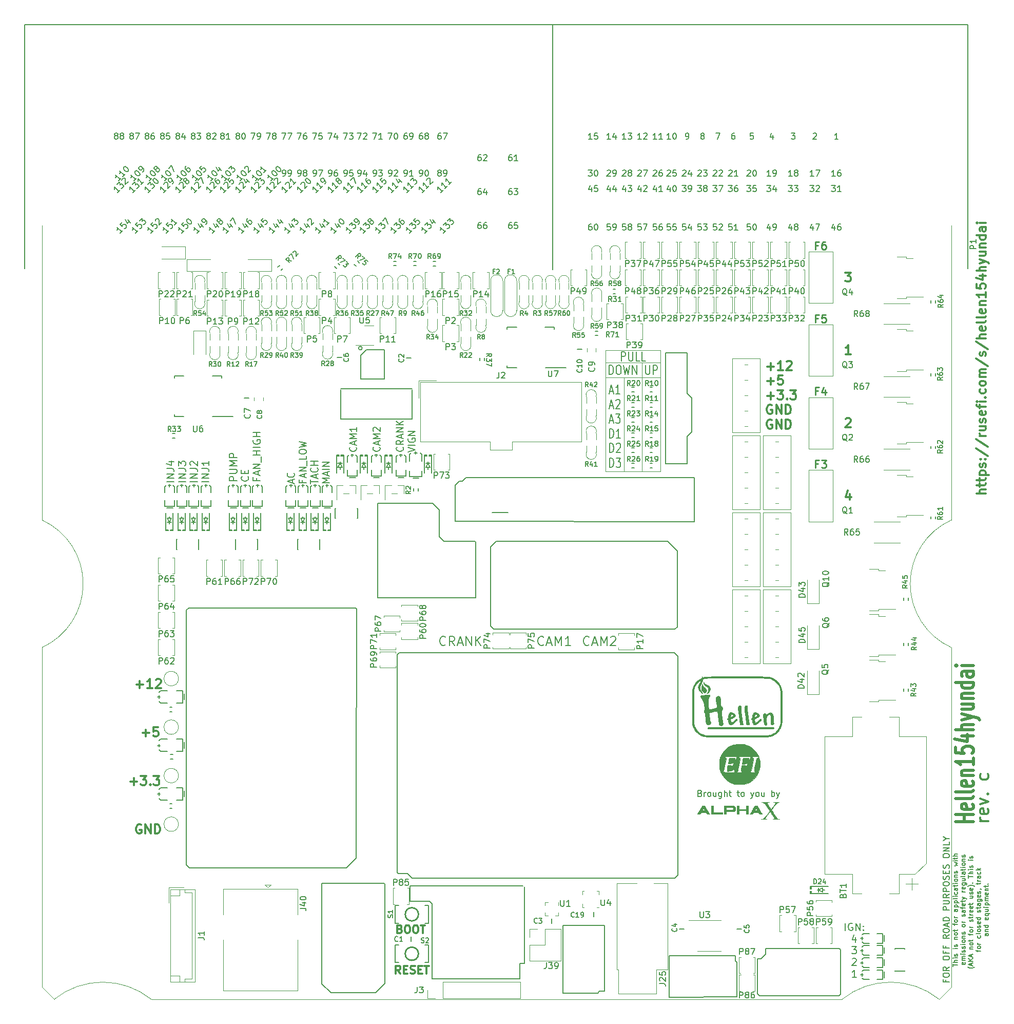
<source format=gto>
G04 #@! TF.GenerationSoftware,KiCad,Pcbnew,(6.0.0)*
G04 #@! TF.CreationDate,2022-08-31T22:59:22+03:00*
G04 #@! TF.ProjectId,hellen154hyundai,68656c6c-656e-4313-9534-6879756e6461,b*
G04 #@! TF.SameCoordinates,PX5f5e100PYc845880*
G04 #@! TF.FileFunction,Legend,Top*
G04 #@! TF.FilePolarity,Positive*
%FSLAX46Y46*%
G04 Gerber Fmt 4.6, Leading zero omitted, Abs format (unit mm)*
G04 Created by KiCad (PCBNEW (6.0.0)) date 2022-08-31 22:59:22*
%MOMM*%
%LPD*%
G01*
G04 APERTURE LIST*
%ADD10C,0.120000*%
%ADD11C,0.300000*%
%ADD12C,0.180000*%
%ADD13C,0.200000*%
%ADD14C,0.150000*%
%ADD15C,0.500000*%
%ADD16C,0.170000*%
%ADD17C,0.127000*%
%ADD18C,0.254000*%
%ADD19C,0.203200*%
%ADD20C,0.099060*%
%ADD21C,0.100000*%
%ADD22C,0.002540*%
G04 APERTURE END LIST*
D10*
X9000000Y5000000D02*
X7000000Y7000000D01*
X7000000Y84000000D02*
X7000000Y132600000D01*
X102994715Y107500000D02*
X102994715Y92000000D01*
X7000000Y63000000D02*
G75*
G03*
X7000000Y84000000I-4760850J10500000D01*
G01*
X157000000Y7000000D02*
X155000000Y5000000D01*
X108994715Y110000000D02*
X99994715Y110000000D01*
X25000000Y5000000D02*
G75*
G03*
X9000000Y5000000I-8000000J-9942147D01*
G01*
X157000000Y63000000D02*
X157000000Y7000000D01*
X7000000Y7000000D02*
X7000000Y63000000D01*
X157000000Y84000000D02*
G75*
G03*
X157000000Y63000000I4760850J-10500000D01*
G01*
X139000000Y5000000D02*
X25000000Y5000000D01*
X155000000Y5000000D02*
G75*
G03*
X139000000Y5000000I-8000000J-9942147D01*
G01*
X105994715Y92000000D02*
X105994715Y110000000D01*
X99994715Y92000000D02*
X108994715Y92000000D01*
X157000000Y132600000D02*
X157000000Y84000000D01*
X108994715Y92000000D02*
X108994715Y112000000D01*
X108994715Y112000000D02*
X99994715Y112000000D01*
X99994715Y107500000D02*
X108994715Y107500000D01*
X99994715Y112000000D02*
X99994715Y92000000D01*
D11*
X21552142Y40892858D02*
X22695000Y40892858D01*
X22123571Y40321429D02*
X22123571Y41464286D01*
X23266428Y41821429D02*
X24195000Y41821429D01*
X23695000Y41250000D01*
X23909285Y41250000D01*
X24052142Y41178572D01*
X24123571Y41107143D01*
X24195000Y40964286D01*
X24195000Y40607143D01*
X24123571Y40464286D01*
X24052142Y40392858D01*
X23909285Y40321429D01*
X23480714Y40321429D01*
X23337857Y40392858D01*
X23266428Y40464286D01*
X24837857Y40464286D02*
X24909285Y40392858D01*
X24837857Y40321429D01*
X24766428Y40392858D01*
X24837857Y40464286D01*
X24837857Y40321429D01*
X25409285Y41821429D02*
X26337857Y41821429D01*
X25837857Y41250000D01*
X26052142Y41250000D01*
X26195000Y41178572D01*
X26266428Y41107143D01*
X26337857Y40964286D01*
X26337857Y40607143D01*
X26266428Y40464286D01*
X26195000Y40392858D01*
X26052142Y40321429D01*
X25623571Y40321429D01*
X25480714Y40392858D01*
X25409285Y40464286D01*
D12*
X28744857Y90342858D02*
X27544857Y90342858D01*
X28744857Y90914286D02*
X27544857Y90914286D01*
X28744857Y91600000D01*
X27544857Y91600000D01*
X27544857Y92514286D02*
X28402000Y92514286D01*
X28573428Y92457143D01*
X28687714Y92342858D01*
X28744857Y92171429D01*
X28744857Y92057143D01*
X27944857Y93600000D02*
X28744857Y93600000D01*
X27487714Y93314286D02*
X28344857Y93028572D01*
X28344857Y93771429D01*
X30676857Y90342858D02*
X29476857Y90342858D01*
X30676857Y90914286D02*
X29476857Y90914286D01*
X30676857Y91600000D01*
X29476857Y91600000D01*
X29476857Y92514286D02*
X30334000Y92514286D01*
X30505428Y92457143D01*
X30619714Y92342858D01*
X30676857Y92171429D01*
X30676857Y92057143D01*
X29476857Y92971429D02*
X29476857Y93714286D01*
X29934000Y93314286D01*
X29934000Y93485715D01*
X29991142Y93600000D01*
X30048285Y93657143D01*
X30162571Y93714286D01*
X30448285Y93714286D01*
X30562571Y93657143D01*
X30619714Y93600000D01*
X30676857Y93485715D01*
X30676857Y93142858D01*
X30619714Y93028572D01*
X30562571Y92971429D01*
X32608857Y90342858D02*
X31408857Y90342858D01*
X32608857Y90914286D02*
X31408857Y90914286D01*
X32608857Y91600000D01*
X31408857Y91600000D01*
X31408857Y92514286D02*
X32266000Y92514286D01*
X32437428Y92457143D01*
X32551714Y92342858D01*
X32608857Y92171429D01*
X32608857Y92057143D01*
X31523142Y93028572D02*
X31466000Y93085715D01*
X31408857Y93200000D01*
X31408857Y93485715D01*
X31466000Y93600000D01*
X31523142Y93657143D01*
X31637428Y93714286D01*
X31751714Y93714286D01*
X31923142Y93657143D01*
X32608857Y92971429D01*
X32608857Y93714286D01*
X34540857Y90342858D02*
X33340857Y90342858D01*
X34540857Y90914286D02*
X33340857Y90914286D01*
X34540857Y91600000D01*
X33340857Y91600000D01*
X33340857Y92514286D02*
X34198000Y92514286D01*
X34369428Y92457143D01*
X34483714Y92342858D01*
X34540857Y92171429D01*
X34540857Y92057143D01*
X34540857Y93714286D02*
X34540857Y93028572D01*
X34540857Y93371429D02*
X33340857Y93371429D01*
X33512285Y93257143D01*
X33626571Y93142858D01*
X33683714Y93028572D01*
D11*
X66111904Y9211905D02*
X65678571Y9830953D01*
X65369047Y9211905D02*
X65369047Y10511905D01*
X65864285Y10511905D01*
X65988095Y10450000D01*
X66050000Y10388096D01*
X66111904Y10264286D01*
X66111904Y10078572D01*
X66050000Y9954762D01*
X65988095Y9892858D01*
X65864285Y9830953D01*
X65369047Y9830953D01*
X66669047Y9892858D02*
X67102380Y9892858D01*
X67288095Y9211905D02*
X66669047Y9211905D01*
X66669047Y10511905D01*
X67288095Y10511905D01*
X67783333Y9273810D02*
X67969047Y9211905D01*
X68278571Y9211905D01*
X68402380Y9273810D01*
X68464285Y9335715D01*
X68526190Y9459524D01*
X68526190Y9583334D01*
X68464285Y9707143D01*
X68402380Y9769048D01*
X68278571Y9830953D01*
X68030952Y9892858D01*
X67907142Y9954762D01*
X67845238Y10016667D01*
X67783333Y10140477D01*
X67783333Y10264286D01*
X67845238Y10388096D01*
X67907142Y10450000D01*
X68030952Y10511905D01*
X68340476Y10511905D01*
X68526190Y10450000D01*
X69083333Y9892858D02*
X69516666Y9892858D01*
X69702380Y9211905D02*
X69083333Y9211905D01*
X69083333Y10511905D01*
X69702380Y10511905D01*
X70073809Y10511905D02*
X70816666Y10511905D01*
X70445238Y9211905D02*
X70445238Y10511905D01*
D12*
X102580825Y110247690D02*
X102580825Y111747690D01*
X103037968Y111747690D01*
X103152253Y111676261D01*
X103209396Y111604833D01*
X103266539Y111461976D01*
X103266539Y111247690D01*
X103209396Y111104833D01*
X103152253Y111033404D01*
X103037968Y110961976D01*
X102580825Y110961976D01*
X103780825Y111747690D02*
X103780825Y110533404D01*
X103837968Y110390547D01*
X103895111Y110319119D01*
X104009396Y110247690D01*
X104237968Y110247690D01*
X104352253Y110319119D01*
X104409396Y110390547D01*
X104466539Y110533404D01*
X104466539Y111747690D01*
X105609396Y110247690D02*
X105037968Y110247690D01*
X105037968Y111747690D01*
X106580825Y110247690D02*
X106009396Y110247690D01*
X106009396Y111747690D01*
D11*
X139571428Y100678572D02*
X139642857Y100750000D01*
X139785714Y100821429D01*
X140142857Y100821429D01*
X140285714Y100750000D01*
X140357142Y100678572D01*
X140428571Y100535715D01*
X140428571Y100392858D01*
X140357142Y100178572D01*
X139500000Y99321429D01*
X140428571Y99321429D01*
D12*
X58788787Y96036997D02*
X58845930Y95984616D01*
X58903073Y95827473D01*
X58903073Y95722711D01*
X58845930Y95565568D01*
X58731644Y95460806D01*
X58617358Y95408425D01*
X58388787Y95356044D01*
X58217358Y95356044D01*
X57988787Y95408425D01*
X57874501Y95460806D01*
X57760216Y95565568D01*
X57703073Y95722711D01*
X57703073Y95827473D01*
X57760216Y95984616D01*
X57817358Y96036997D01*
X58560216Y96456044D02*
X58560216Y96979854D01*
X58903073Y96351282D02*
X57703073Y96717949D01*
X58903073Y97084616D01*
X58903073Y97451282D02*
X57703073Y97451282D01*
X58560216Y97817949D01*
X57703073Y98184616D01*
X58903073Y98184616D01*
X58903073Y99284616D02*
X58903073Y98656044D01*
X58903073Y98970330D02*
X57703073Y98970330D01*
X57874501Y98865568D01*
X57988787Y98760806D01*
X58045930Y98656044D01*
X62652787Y96036997D02*
X62709930Y95984616D01*
X62767073Y95827473D01*
X62767073Y95722711D01*
X62709930Y95565568D01*
X62595644Y95460806D01*
X62481358Y95408425D01*
X62252787Y95356044D01*
X62081358Y95356044D01*
X61852787Y95408425D01*
X61738501Y95460806D01*
X61624216Y95565568D01*
X61567073Y95722711D01*
X61567073Y95827473D01*
X61624216Y95984616D01*
X61681358Y96036997D01*
X62424216Y96456044D02*
X62424216Y96979854D01*
X62767073Y96351282D02*
X61567073Y96717949D01*
X62767073Y97084616D01*
X62767073Y97451282D02*
X61567073Y97451282D01*
X62424216Y97817949D01*
X61567073Y98184616D01*
X62767073Y98184616D01*
X61681358Y98656044D02*
X61624216Y98708425D01*
X61567073Y98813187D01*
X61567073Y99075092D01*
X61624216Y99179854D01*
X61681358Y99232235D01*
X61795644Y99284616D01*
X61909930Y99284616D01*
X62081358Y99232235D01*
X62767073Y98603663D01*
X62767073Y99284616D01*
X66516787Y96036997D02*
X66573930Y95984616D01*
X66631073Y95827473D01*
X66631073Y95722711D01*
X66573930Y95565568D01*
X66459644Y95460806D01*
X66345358Y95408425D01*
X66116787Y95356044D01*
X65945358Y95356044D01*
X65716787Y95408425D01*
X65602501Y95460806D01*
X65488216Y95565568D01*
X65431073Y95722711D01*
X65431073Y95827473D01*
X65488216Y95984616D01*
X65545358Y96036997D01*
X66631073Y97136997D02*
X66059644Y96770330D01*
X66631073Y96508425D02*
X65431073Y96508425D01*
X65431073Y96927473D01*
X65488216Y97032235D01*
X65545358Y97084616D01*
X65659644Y97136997D01*
X65831073Y97136997D01*
X65945358Y97084616D01*
X66002501Y97032235D01*
X66059644Y96927473D01*
X66059644Y96508425D01*
X66288216Y97556044D02*
X66288216Y98079854D01*
X66631073Y97451282D02*
X65431073Y97817949D01*
X66631073Y98184616D01*
X66631073Y98551282D02*
X65431073Y98551282D01*
X66631073Y99179854D01*
X65431073Y99179854D01*
X66631073Y99703663D02*
X65431073Y99703663D01*
X66631073Y100332235D02*
X65945358Y99860806D01*
X65431073Y100332235D02*
X66116787Y99703663D01*
X67363073Y95251282D02*
X68563073Y95617949D01*
X67363073Y95984616D01*
X68563073Y96351282D02*
X67363073Y96351282D01*
X67420216Y97451282D02*
X67363073Y97346520D01*
X67363073Y97189378D01*
X67420216Y97032235D01*
X67534501Y96927473D01*
X67648787Y96875092D01*
X67877358Y96822711D01*
X68048787Y96822711D01*
X68277358Y96875092D01*
X68391644Y96927473D01*
X68505930Y97032235D01*
X68563073Y97189378D01*
X68563073Y97294140D01*
X68505930Y97451282D01*
X68448787Y97503663D01*
X68048787Y97503663D01*
X68048787Y97294140D01*
X68563073Y97975092D02*
X67363073Y97975092D01*
X68563073Y98603663D01*
X67363073Y98603663D01*
D13*
X73535714Y63464286D02*
X73464285Y63392858D01*
X73250000Y63321429D01*
X73107142Y63321429D01*
X72892857Y63392858D01*
X72750000Y63535715D01*
X72678571Y63678572D01*
X72607142Y63964286D01*
X72607142Y64178572D01*
X72678571Y64464286D01*
X72750000Y64607143D01*
X72892857Y64750000D01*
X73107142Y64821429D01*
X73250000Y64821429D01*
X73464285Y64750000D01*
X73535714Y64678572D01*
X75035714Y63321429D02*
X74535714Y64035715D01*
X74178571Y63321429D02*
X74178571Y64821429D01*
X74750000Y64821429D01*
X74892857Y64750000D01*
X74964285Y64678572D01*
X75035714Y64535715D01*
X75035714Y64321429D01*
X74964285Y64178572D01*
X74892857Y64107143D01*
X74750000Y64035715D01*
X74178571Y64035715D01*
X75607142Y63750000D02*
X76321428Y63750000D01*
X75464285Y63321429D02*
X75964285Y64821429D01*
X76464285Y63321429D01*
X76964285Y63321429D02*
X76964285Y64821429D01*
X77821428Y63321429D01*
X77821428Y64821429D01*
X78535714Y63321429D02*
X78535714Y64821429D01*
X79392857Y63321429D02*
X78750000Y64178572D01*
X79392857Y64821429D02*
X78535714Y63964286D01*
D11*
X140428571Y111321429D02*
X139571428Y111321429D01*
X140000000Y111321429D02*
X140000000Y112821429D01*
X139857142Y112607143D01*
X139714285Y112464286D01*
X139571428Y112392858D01*
X139500000Y124821429D02*
X140428571Y124821429D01*
X139928571Y124250000D01*
X140142857Y124250000D01*
X140285714Y124178572D01*
X140357142Y124107143D01*
X140428571Y123964286D01*
X140428571Y123607143D01*
X140357142Y123464286D01*
X140285714Y123392858D01*
X140142857Y123321429D01*
X139714285Y123321429D01*
X139571428Y123392858D01*
X139500000Y123464286D01*
X22552142Y56892858D02*
X23695000Y56892858D01*
X23123571Y56321429D02*
X23123571Y57464286D01*
X25195000Y56321429D02*
X24337857Y56321429D01*
X24766428Y56321429D02*
X24766428Y57821429D01*
X24623571Y57607143D01*
X24480714Y57464286D01*
X24337857Y57392858D01*
X25766428Y57678572D02*
X25837857Y57750000D01*
X25980714Y57821429D01*
X26337857Y57821429D01*
X26480714Y57750000D01*
X26552142Y57678572D01*
X26623571Y57535715D01*
X26623571Y57392858D01*
X26552142Y57178572D01*
X25695000Y56321429D01*
X26623571Y56321429D01*
X162678571Y88378572D02*
X161178571Y88378572D01*
X162678571Y89021429D02*
X161892857Y89021429D01*
X161750000Y88950000D01*
X161678571Y88807143D01*
X161678571Y88592858D01*
X161750000Y88450000D01*
X161821428Y88378572D01*
X161678571Y89521429D02*
X161678571Y90092858D01*
X161178571Y89735715D02*
X162464285Y89735715D01*
X162607142Y89807143D01*
X162678571Y89950000D01*
X162678571Y90092858D01*
X161678571Y90378572D02*
X161678571Y90950000D01*
X161178571Y90592858D02*
X162464285Y90592858D01*
X162607142Y90664286D01*
X162678571Y90807143D01*
X162678571Y90950000D01*
X161678571Y91450000D02*
X163178571Y91450000D01*
X161750000Y91450000D02*
X161678571Y91592858D01*
X161678571Y91878572D01*
X161750000Y92021429D01*
X161821428Y92092858D01*
X161964285Y92164286D01*
X162392857Y92164286D01*
X162535714Y92092858D01*
X162607142Y92021429D01*
X162678571Y91878572D01*
X162678571Y91592858D01*
X162607142Y91450000D01*
X162607142Y92735715D02*
X162678571Y92878572D01*
X162678571Y93164286D01*
X162607142Y93307143D01*
X162464285Y93378572D01*
X162392857Y93378572D01*
X162250000Y93307143D01*
X162178571Y93164286D01*
X162178571Y92950000D01*
X162107142Y92807143D01*
X161964285Y92735715D01*
X161892857Y92735715D01*
X161750000Y92807143D01*
X161678571Y92950000D01*
X161678571Y93164286D01*
X161750000Y93307143D01*
X162535714Y94021429D02*
X162607142Y94092858D01*
X162678571Y94021429D01*
X162607142Y93950000D01*
X162535714Y94021429D01*
X162678571Y94021429D01*
X161750000Y94021429D02*
X161821428Y94092858D01*
X161892857Y94021429D01*
X161821428Y93950000D01*
X161750000Y94021429D01*
X161892857Y94021429D01*
X161107142Y95807143D02*
X163035714Y94521429D01*
X161107142Y97378572D02*
X163035714Y96092858D01*
X162678571Y97878572D02*
X161678571Y97878572D01*
X161964285Y97878572D02*
X161821428Y97950000D01*
X161750000Y98021429D01*
X161678571Y98164286D01*
X161678571Y98307143D01*
X161678571Y99450000D02*
X162678571Y99450000D01*
X161678571Y98807143D02*
X162464285Y98807143D01*
X162607142Y98878572D01*
X162678571Y99021429D01*
X162678571Y99235715D01*
X162607142Y99378572D01*
X162535714Y99450000D01*
X162607142Y100092858D02*
X162678571Y100235715D01*
X162678571Y100521429D01*
X162607142Y100664286D01*
X162464285Y100735715D01*
X162392857Y100735715D01*
X162250000Y100664286D01*
X162178571Y100521429D01*
X162178571Y100307143D01*
X162107142Y100164286D01*
X161964285Y100092858D01*
X161892857Y100092858D01*
X161750000Y100164286D01*
X161678571Y100307143D01*
X161678571Y100521429D01*
X161750000Y100664286D01*
X162607142Y101950000D02*
X162678571Y101807143D01*
X162678571Y101521429D01*
X162607142Y101378572D01*
X162464285Y101307143D01*
X161892857Y101307143D01*
X161750000Y101378572D01*
X161678571Y101521429D01*
X161678571Y101807143D01*
X161750000Y101950000D01*
X161892857Y102021429D01*
X162035714Y102021429D01*
X162178571Y101307143D01*
X161678571Y102450000D02*
X161678571Y103021429D01*
X162678571Y102664286D02*
X161392857Y102664286D01*
X161250000Y102735715D01*
X161178571Y102878572D01*
X161178571Y103021429D01*
X162678571Y103521429D02*
X161678571Y103521429D01*
X161178571Y103521429D02*
X161250000Y103450000D01*
X161321428Y103521429D01*
X161250000Y103592858D01*
X161178571Y103521429D01*
X161321428Y103521429D01*
X162535714Y104235715D02*
X162607142Y104307143D01*
X162678571Y104235715D01*
X162607142Y104164286D01*
X162535714Y104235715D01*
X162678571Y104235715D01*
X162607142Y105592858D02*
X162678571Y105450000D01*
X162678571Y105164286D01*
X162607142Y105021429D01*
X162535714Y104950000D01*
X162392857Y104878572D01*
X161964285Y104878572D01*
X161821428Y104950000D01*
X161750000Y105021429D01*
X161678571Y105164286D01*
X161678571Y105450000D01*
X161750000Y105592858D01*
X162678571Y106450000D02*
X162607142Y106307143D01*
X162535714Y106235715D01*
X162392857Y106164286D01*
X161964285Y106164286D01*
X161821428Y106235715D01*
X161750000Y106307143D01*
X161678571Y106450000D01*
X161678571Y106664286D01*
X161750000Y106807143D01*
X161821428Y106878572D01*
X161964285Y106950000D01*
X162392857Y106950000D01*
X162535714Y106878572D01*
X162607142Y106807143D01*
X162678571Y106664286D01*
X162678571Y106450000D01*
X162678571Y107592858D02*
X161678571Y107592858D01*
X161821428Y107592858D02*
X161750000Y107664286D01*
X161678571Y107807143D01*
X161678571Y108021429D01*
X161750000Y108164286D01*
X161892857Y108235715D01*
X162678571Y108235715D01*
X161892857Y108235715D02*
X161750000Y108307143D01*
X161678571Y108450000D01*
X161678571Y108664286D01*
X161750000Y108807143D01*
X161892857Y108878572D01*
X162678571Y108878572D01*
X161107142Y110664286D02*
X163035714Y109378572D01*
X162607142Y111092858D02*
X162678571Y111235715D01*
X162678571Y111521429D01*
X162607142Y111664286D01*
X162464285Y111735715D01*
X162392857Y111735715D01*
X162250000Y111664286D01*
X162178571Y111521429D01*
X162178571Y111307143D01*
X162107142Y111164286D01*
X161964285Y111092858D01*
X161892857Y111092858D01*
X161750000Y111164286D01*
X161678571Y111307143D01*
X161678571Y111521429D01*
X161750000Y111664286D01*
X161107142Y113450000D02*
X163035714Y112164286D01*
X162678571Y113950000D02*
X161178571Y113950000D01*
X162678571Y114592858D02*
X161892857Y114592858D01*
X161750000Y114521429D01*
X161678571Y114378572D01*
X161678571Y114164286D01*
X161750000Y114021429D01*
X161821428Y113950000D01*
X162607142Y115878572D02*
X162678571Y115735715D01*
X162678571Y115450000D01*
X162607142Y115307143D01*
X162464285Y115235715D01*
X161892857Y115235715D01*
X161750000Y115307143D01*
X161678571Y115450000D01*
X161678571Y115735715D01*
X161750000Y115878572D01*
X161892857Y115950000D01*
X162035714Y115950000D01*
X162178571Y115235715D01*
X162678571Y116807143D02*
X162607142Y116664286D01*
X162464285Y116592858D01*
X161178571Y116592858D01*
X162678571Y117592858D02*
X162607142Y117450000D01*
X162464285Y117378572D01*
X161178571Y117378572D01*
X162607142Y118735715D02*
X162678571Y118592858D01*
X162678571Y118307143D01*
X162607142Y118164286D01*
X162464285Y118092858D01*
X161892857Y118092858D01*
X161750000Y118164286D01*
X161678571Y118307143D01*
X161678571Y118592858D01*
X161750000Y118735715D01*
X161892857Y118807143D01*
X162035714Y118807143D01*
X162178571Y118092858D01*
X161678571Y119450000D02*
X162678571Y119450000D01*
X161821428Y119450000D02*
X161750000Y119521429D01*
X161678571Y119664286D01*
X161678571Y119878572D01*
X161750000Y120021429D01*
X161892857Y120092858D01*
X162678571Y120092858D01*
X162678571Y121592858D02*
X162678571Y120735715D01*
X162678571Y121164286D02*
X161178571Y121164286D01*
X161392857Y121021429D01*
X161535714Y120878572D01*
X161607142Y120735715D01*
X161178571Y122950000D02*
X161178571Y122235715D01*
X161892857Y122164286D01*
X161821428Y122235715D01*
X161750000Y122378572D01*
X161750000Y122735715D01*
X161821428Y122878572D01*
X161892857Y122950000D01*
X162035714Y123021429D01*
X162392857Y123021429D01*
X162535714Y122950000D01*
X162607142Y122878572D01*
X162678571Y122735715D01*
X162678571Y122378572D01*
X162607142Y122235715D01*
X162535714Y122164286D01*
X161678571Y124307143D02*
X162678571Y124307143D01*
X161107142Y123950000D02*
X162178571Y123592858D01*
X162178571Y124521429D01*
X162678571Y125092858D02*
X161178571Y125092858D01*
X162678571Y125735715D02*
X161892857Y125735715D01*
X161750000Y125664286D01*
X161678571Y125521429D01*
X161678571Y125307143D01*
X161750000Y125164286D01*
X161821428Y125092858D01*
X161678571Y126307143D02*
X162678571Y126664286D01*
X161678571Y127021429D02*
X162678571Y126664286D01*
X163035714Y126521429D01*
X163107142Y126450000D01*
X163178571Y126307143D01*
X161678571Y128235715D02*
X162678571Y128235715D01*
X161678571Y127592858D02*
X162464285Y127592858D01*
X162607142Y127664286D01*
X162678571Y127807143D01*
X162678571Y128021429D01*
X162607142Y128164286D01*
X162535714Y128235715D01*
X161678571Y128950000D02*
X162678571Y128950000D01*
X161821428Y128950000D02*
X161750000Y129021429D01*
X161678571Y129164286D01*
X161678571Y129378572D01*
X161750000Y129521429D01*
X161892857Y129592858D01*
X162678571Y129592858D01*
X162678571Y130950000D02*
X161178571Y130950000D01*
X162607142Y130950000D02*
X162678571Y130807143D01*
X162678571Y130521429D01*
X162607142Y130378572D01*
X162535714Y130307143D01*
X162392857Y130235715D01*
X161964285Y130235715D01*
X161821428Y130307143D01*
X161750000Y130378572D01*
X161678571Y130521429D01*
X161678571Y130807143D01*
X161750000Y130950000D01*
X162678571Y132307143D02*
X161892857Y132307143D01*
X161750000Y132235715D01*
X161678571Y132092858D01*
X161678571Y131807143D01*
X161750000Y131664286D01*
X162607142Y132307143D02*
X162678571Y132164286D01*
X162678571Y131807143D01*
X162607142Y131664286D01*
X162464285Y131592858D01*
X162321428Y131592858D01*
X162178571Y131664286D01*
X162107142Y131807143D01*
X162107142Y132164286D01*
X162035714Y132307143D01*
X162678571Y133021429D02*
X161678571Y133021429D01*
X161178571Y133021429D02*
X161250000Y132950000D01*
X161321428Y133021429D01*
X161250000Y133092858D01*
X161178571Y133021429D01*
X161321428Y133021429D01*
D14*
X115566666Y38971429D02*
X115709523Y38923810D01*
X115757142Y38876191D01*
X115804761Y38780953D01*
X115804761Y38638096D01*
X115757142Y38542858D01*
X115709523Y38495239D01*
X115614285Y38447620D01*
X115233333Y38447620D01*
X115233333Y39447620D01*
X115566666Y39447620D01*
X115661904Y39400000D01*
X115709523Y39352381D01*
X115757142Y39257143D01*
X115757142Y39161905D01*
X115709523Y39066667D01*
X115661904Y39019048D01*
X115566666Y38971429D01*
X115233333Y38971429D01*
X116233333Y38447620D02*
X116233333Y39114286D01*
X116233333Y38923810D02*
X116280952Y39019048D01*
X116328571Y39066667D01*
X116423809Y39114286D01*
X116519047Y39114286D01*
X116995238Y38447620D02*
X116900000Y38495239D01*
X116852380Y38542858D01*
X116804761Y38638096D01*
X116804761Y38923810D01*
X116852380Y39019048D01*
X116900000Y39066667D01*
X116995238Y39114286D01*
X117138095Y39114286D01*
X117233333Y39066667D01*
X117280952Y39019048D01*
X117328571Y38923810D01*
X117328571Y38638096D01*
X117280952Y38542858D01*
X117233333Y38495239D01*
X117138095Y38447620D01*
X116995238Y38447620D01*
X118185714Y39114286D02*
X118185714Y38447620D01*
X117757142Y39114286D02*
X117757142Y38590477D01*
X117804761Y38495239D01*
X117900000Y38447620D01*
X118042857Y38447620D01*
X118138095Y38495239D01*
X118185714Y38542858D01*
X119090476Y39114286D02*
X119090476Y38304762D01*
X119042857Y38209524D01*
X118995238Y38161905D01*
X118900000Y38114286D01*
X118757142Y38114286D01*
X118661904Y38161905D01*
X119090476Y38495239D02*
X118995238Y38447620D01*
X118804761Y38447620D01*
X118709523Y38495239D01*
X118661904Y38542858D01*
X118614285Y38638096D01*
X118614285Y38923810D01*
X118661904Y39019048D01*
X118709523Y39066667D01*
X118804761Y39114286D01*
X118995238Y39114286D01*
X119090476Y39066667D01*
X119566666Y38447620D02*
X119566666Y39447620D01*
X119995238Y38447620D02*
X119995238Y38971429D01*
X119947619Y39066667D01*
X119852380Y39114286D01*
X119709523Y39114286D01*
X119614285Y39066667D01*
X119566666Y39019048D01*
X120328571Y39114286D02*
X120709523Y39114286D01*
X120471428Y39447620D02*
X120471428Y38590477D01*
X120519047Y38495239D01*
X120614285Y38447620D01*
X120709523Y38447620D01*
X121661904Y39114286D02*
X122042857Y39114286D01*
X121804761Y39447620D02*
X121804761Y38590477D01*
X121852380Y38495239D01*
X121947619Y38447620D01*
X122042857Y38447620D01*
X122519047Y38447620D02*
X122423809Y38495239D01*
X122376190Y38542858D01*
X122328571Y38638096D01*
X122328571Y38923810D01*
X122376190Y39019048D01*
X122423809Y39066667D01*
X122519047Y39114286D01*
X122661904Y39114286D01*
X122757142Y39066667D01*
X122804761Y39019048D01*
X122852380Y38923810D01*
X122852380Y38638096D01*
X122804761Y38542858D01*
X122757142Y38495239D01*
X122661904Y38447620D01*
X122519047Y38447620D01*
X123947619Y39114286D02*
X124185714Y38447620D01*
X124423809Y39114286D02*
X124185714Y38447620D01*
X124090476Y38209524D01*
X124042857Y38161905D01*
X123947619Y38114286D01*
X124947619Y38447620D02*
X124852380Y38495239D01*
X124804761Y38542858D01*
X124757142Y38638096D01*
X124757142Y38923810D01*
X124804761Y39019048D01*
X124852380Y39066667D01*
X124947619Y39114286D01*
X125090476Y39114286D01*
X125185714Y39066667D01*
X125233333Y39019048D01*
X125280952Y38923810D01*
X125280952Y38638096D01*
X125233333Y38542858D01*
X125185714Y38495239D01*
X125090476Y38447620D01*
X124947619Y38447620D01*
X126138095Y39114286D02*
X126138095Y38447620D01*
X125709523Y39114286D02*
X125709523Y38590477D01*
X125757142Y38495239D01*
X125852380Y38447620D01*
X125995238Y38447620D01*
X126090476Y38495239D01*
X126138095Y38542858D01*
X127376190Y38447620D02*
X127376190Y39447620D01*
X127376190Y39066667D02*
X127471428Y39114286D01*
X127661904Y39114286D01*
X127757142Y39066667D01*
X127804761Y39019048D01*
X127852380Y38923810D01*
X127852380Y38638096D01*
X127804761Y38542858D01*
X127757142Y38495239D01*
X127661904Y38447620D01*
X127471428Y38447620D01*
X127376190Y38495239D01*
X128185714Y39114286D02*
X128423809Y38447620D01*
X128661904Y39114286D02*
X128423809Y38447620D01*
X128328571Y38209524D01*
X128280952Y38161905D01*
X128185714Y38114286D01*
D12*
X100571925Y108014948D02*
X100571925Y109514948D01*
X100857640Y109514948D01*
X101029068Y109443519D01*
X101143354Y109300662D01*
X101200497Y109157805D01*
X101257640Y108872091D01*
X101257640Y108657805D01*
X101200497Y108372091D01*
X101143354Y108229234D01*
X101029068Y108086377D01*
X100857640Y108014948D01*
X100571925Y108014948D01*
X102000497Y109514948D02*
X102229068Y109514948D01*
X102343354Y109443519D01*
X102457640Y109300662D01*
X102514783Y109014948D01*
X102514783Y108514948D01*
X102457640Y108229234D01*
X102343354Y108086377D01*
X102229068Y108014948D01*
X102000497Y108014948D01*
X101886211Y108086377D01*
X101771925Y108229234D01*
X101714783Y108514948D01*
X101714783Y109014948D01*
X101771925Y109300662D01*
X101886211Y109443519D01*
X102000497Y109514948D01*
X102914783Y109514948D02*
X103200497Y108014948D01*
X103429068Y109086377D01*
X103657640Y108014948D01*
X103943354Y109514948D01*
X104400497Y108014948D02*
X104400497Y109514948D01*
X105086211Y108014948D01*
X105086211Y109514948D01*
X106571925Y109514948D02*
X106571925Y108300662D01*
X106629068Y108157805D01*
X106686211Y108086377D01*
X106800497Y108014948D01*
X107029068Y108014948D01*
X107143354Y108086377D01*
X107200497Y108157805D01*
X107257640Y108300662D01*
X107257640Y109514948D01*
X107829068Y108014948D02*
X107829068Y109514948D01*
X108286211Y109514948D01*
X108400497Y109443519D01*
X108457640Y109372091D01*
X108514783Y109229234D01*
X108514783Y109014948D01*
X108457640Y108872091D01*
X108400497Y108800662D01*
X108286211Y108729234D01*
X107829068Y108729234D01*
D11*
X66035714Y16592858D02*
X66221428Y16530953D01*
X66283333Y16469048D01*
X66345238Y16345239D01*
X66345238Y16159524D01*
X66283333Y16035715D01*
X66221428Y15973810D01*
X66097619Y15911905D01*
X65602380Y15911905D01*
X65602380Y17211905D01*
X66035714Y17211905D01*
X66159523Y17150000D01*
X66221428Y17088096D01*
X66283333Y16964286D01*
X66283333Y16840477D01*
X66221428Y16716667D01*
X66159523Y16654762D01*
X66035714Y16592858D01*
X65602380Y16592858D01*
X67150000Y17211905D02*
X67397619Y17211905D01*
X67521428Y17150000D01*
X67645238Y17026191D01*
X67707142Y16778572D01*
X67707142Y16345239D01*
X67645238Y16097620D01*
X67521428Y15973810D01*
X67397619Y15911905D01*
X67150000Y15911905D01*
X67026190Y15973810D01*
X66902380Y16097620D01*
X66840476Y16345239D01*
X66840476Y16778572D01*
X66902380Y17026191D01*
X67026190Y17150000D01*
X67150000Y17211905D01*
X68511904Y17211905D02*
X68759523Y17211905D01*
X68883333Y17150000D01*
X69007142Y17026191D01*
X69069047Y16778572D01*
X69069047Y16345239D01*
X69007142Y16097620D01*
X68883333Y15973810D01*
X68759523Y15911905D01*
X68511904Y15911905D01*
X68388095Y15973810D01*
X68264285Y16097620D01*
X68202380Y16345239D01*
X68202380Y16778572D01*
X68264285Y17026191D01*
X68388095Y17150000D01*
X68511904Y17211905D01*
X69440476Y17211905D02*
X70183333Y17211905D01*
X69811904Y15911905D02*
X69811904Y17211905D01*
D12*
X100643749Y105231654D02*
X101215177Y105231654D01*
X100529463Y104803083D02*
X100929463Y106303083D01*
X101329463Y104803083D01*
X102358034Y104803083D02*
X101672320Y104803083D01*
X102015177Y104803083D02*
X102015177Y106303083D01*
X101900892Y106088797D01*
X101786606Y105945940D01*
X101672320Y105874512D01*
X100643749Y102816654D02*
X101215177Y102816654D01*
X100529463Y102388083D02*
X100929463Y103888083D01*
X101329463Y102388083D01*
X101672320Y103745226D02*
X101729463Y103816654D01*
X101843749Y103888083D01*
X102129463Y103888083D01*
X102243749Y103816654D01*
X102300892Y103745226D01*
X102358034Y103602369D01*
X102358034Y103459512D01*
X102300892Y103245226D01*
X101615177Y102388083D01*
X102358034Y102388083D01*
X100643749Y100401654D02*
X101215177Y100401654D01*
X100529463Y99973083D02*
X100929463Y101473083D01*
X101329463Y99973083D01*
X101615177Y101473083D02*
X102358034Y101473083D01*
X101958034Y100901654D01*
X102129463Y100901654D01*
X102243749Y100830226D01*
X102300892Y100758797D01*
X102358034Y100615940D01*
X102358034Y100258797D01*
X102300892Y100115940D01*
X102243749Y100044512D01*
X102129463Y99973083D01*
X101786606Y99973083D01*
X101672320Y100044512D01*
X101615177Y100115940D01*
X100615177Y97558083D02*
X100615177Y99058083D01*
X100900892Y99058083D01*
X101072320Y98986654D01*
X101186606Y98843797D01*
X101243749Y98700940D01*
X101300892Y98415226D01*
X101300892Y98200940D01*
X101243749Y97915226D01*
X101186606Y97772369D01*
X101072320Y97629512D01*
X100900892Y97558083D01*
X100615177Y97558083D01*
X102443749Y97558083D02*
X101758034Y97558083D01*
X102100892Y97558083D02*
X102100892Y99058083D01*
X101986606Y98843797D01*
X101872320Y98700940D01*
X101758034Y98629512D01*
X100615177Y95143083D02*
X100615177Y96643083D01*
X100900892Y96643083D01*
X101072320Y96571654D01*
X101186606Y96428797D01*
X101243749Y96285940D01*
X101300892Y96000226D01*
X101300892Y95785940D01*
X101243749Y95500226D01*
X101186606Y95357369D01*
X101072320Y95214512D01*
X100900892Y95143083D01*
X100615177Y95143083D01*
X101758034Y96500226D02*
X101815177Y96571654D01*
X101929463Y96643083D01*
X102215177Y96643083D01*
X102329463Y96571654D01*
X102386606Y96500226D01*
X102443749Y96357369D01*
X102443749Y96214512D01*
X102386606Y96000226D01*
X101700892Y95143083D01*
X102443749Y95143083D01*
X100615177Y92728083D02*
X100615177Y94228083D01*
X100900892Y94228083D01*
X101072320Y94156654D01*
X101186606Y94013797D01*
X101243749Y93870940D01*
X101300892Y93585226D01*
X101300892Y93370940D01*
X101243749Y93085226D01*
X101186606Y92942369D01*
X101072320Y92799512D01*
X100900892Y92728083D01*
X100615177Y92728083D01*
X101700892Y94228083D02*
X102443749Y94228083D01*
X102043749Y93656654D01*
X102215177Y93656654D01*
X102329463Y93585226D01*
X102386606Y93513797D01*
X102443749Y93370940D01*
X102443749Y93013797D01*
X102386606Y92870940D01*
X102329463Y92799512D01*
X102215177Y92728083D01*
X101872320Y92728083D01*
X101758034Y92799512D01*
X101700892Y92870940D01*
D11*
X140285714Y88321429D02*
X140285714Y87321429D01*
X139928571Y88892858D02*
X139571428Y87821429D01*
X140500000Y87821429D01*
D12*
X48302000Y90126524D02*
X48302000Y90650334D01*
X48644857Y90021762D02*
X47444857Y90388429D01*
X48644857Y90755096D01*
X48530571Y91750334D02*
X48587714Y91697953D01*
X48644857Y91540810D01*
X48644857Y91436048D01*
X48587714Y91278905D01*
X48473428Y91174143D01*
X48359142Y91121762D01*
X48130571Y91069381D01*
X47959142Y91069381D01*
X47730571Y91121762D01*
X47616285Y91174143D01*
X47502000Y91278905D01*
X47444857Y91436048D01*
X47444857Y91540810D01*
X47502000Y91697953D01*
X47559142Y91750334D01*
X49948285Y90545572D02*
X49948285Y90178905D01*
X50576857Y90178905D02*
X49376857Y90178905D01*
X49376857Y90702715D01*
X50234000Y91069381D02*
X50234000Y91593191D01*
X50576857Y90964620D02*
X49376857Y91331286D01*
X50576857Y91697953D01*
X50576857Y92064620D02*
X49376857Y92064620D01*
X50576857Y92693191D01*
X49376857Y92693191D01*
X50691142Y92955096D02*
X50691142Y93793191D01*
X50576857Y94578905D02*
X50576857Y94055096D01*
X49376857Y94055096D01*
X49376857Y95155096D02*
X49376857Y95364620D01*
X49434000Y95469381D01*
X49548285Y95574143D01*
X49776857Y95626524D01*
X50176857Y95626524D01*
X50405428Y95574143D01*
X50519714Y95469381D01*
X50576857Y95364620D01*
X50576857Y95155096D01*
X50519714Y95050334D01*
X50405428Y94945572D01*
X50176857Y94893191D01*
X49776857Y94893191D01*
X49548285Y94945572D01*
X49434000Y95050334D01*
X49376857Y95155096D01*
X49376857Y95993191D02*
X50576857Y96255096D01*
X49719714Y96464620D01*
X50576857Y96674143D01*
X49376857Y96936048D01*
X51308857Y90021762D02*
X51308857Y90650334D01*
X52508857Y90336048D02*
X51308857Y90336048D01*
X52166000Y90964620D02*
X52166000Y91488429D01*
X52508857Y90859858D02*
X51308857Y91226524D01*
X52508857Y91593191D01*
X52394571Y92588429D02*
X52451714Y92536048D01*
X52508857Y92378905D01*
X52508857Y92274143D01*
X52451714Y92117000D01*
X52337428Y92012239D01*
X52223142Y91959858D01*
X51994571Y91907477D01*
X51823142Y91907477D01*
X51594571Y91959858D01*
X51480285Y92012239D01*
X51366000Y92117000D01*
X51308857Y92274143D01*
X51308857Y92378905D01*
X51366000Y92536048D01*
X51423142Y92588429D01*
X52508857Y93059858D02*
X51308857Y93059858D01*
X51880285Y93059858D02*
X51880285Y93688429D01*
X52508857Y93688429D02*
X51308857Y93688429D01*
X54440857Y90178905D02*
X53240857Y90178905D01*
X54098000Y90545572D01*
X53240857Y90912239D01*
X54440857Y90912239D01*
X54098000Y91383667D02*
X54098000Y91907477D01*
X54440857Y91278905D02*
X53240857Y91645572D01*
X54440857Y92012239D01*
X54440857Y92378905D02*
X53240857Y92378905D01*
X54440857Y92902715D02*
X53240857Y92902715D01*
X54440857Y93531286D01*
X53240857Y93531286D01*
D11*
X23552142Y48892858D02*
X24695000Y48892858D01*
X24123571Y48321429D02*
X24123571Y49464286D01*
X26123571Y49821429D02*
X25409285Y49821429D01*
X25337857Y49107143D01*
X25409285Y49178572D01*
X25552142Y49250000D01*
X25909285Y49250000D01*
X26052142Y49178572D01*
X26123571Y49107143D01*
X26195000Y48964286D01*
X26195000Y48607143D01*
X26123571Y48464286D01*
X26052142Y48392858D01*
X25909285Y48321429D01*
X25552142Y48321429D01*
X25409285Y48392858D01*
X25337857Y48464286D01*
X23337857Y33750000D02*
X23195000Y33821429D01*
X22980714Y33821429D01*
X22766428Y33750000D01*
X22623571Y33607143D01*
X22552142Y33464286D01*
X22480714Y33178572D01*
X22480714Y32964286D01*
X22552142Y32678572D01*
X22623571Y32535715D01*
X22766428Y32392858D01*
X22980714Y32321429D01*
X23123571Y32321429D01*
X23337857Y32392858D01*
X23409285Y32464286D01*
X23409285Y32964286D01*
X23123571Y32964286D01*
X24052142Y32321429D02*
X24052142Y33821429D01*
X24909285Y32321429D01*
X24909285Y33821429D01*
X25623571Y32321429D02*
X25623571Y33821429D01*
X25980714Y33821429D01*
X26195000Y33750000D01*
X26337857Y33607143D01*
X26409285Y33464286D01*
X26480714Y33178572D01*
X26480714Y32964286D01*
X26409285Y32678572D01*
X26337857Y32535715D01*
X26195000Y32392858D01*
X25980714Y32321429D01*
X25623571Y32321429D01*
D15*
X160677142Y34301191D02*
X157677142Y34301191D01*
X159105714Y34301191D02*
X159105714Y35444048D01*
X160677142Y35444048D02*
X157677142Y35444048D01*
X160534285Y37158334D02*
X160677142Y36967858D01*
X160677142Y36586905D01*
X160534285Y36396429D01*
X160248571Y36301191D01*
X159105714Y36301191D01*
X158820000Y36396429D01*
X158677142Y36586905D01*
X158677142Y36967858D01*
X158820000Y37158334D01*
X159105714Y37253572D01*
X159391428Y37253572D01*
X159677142Y36301191D01*
X160677142Y38396429D02*
X160534285Y38205953D01*
X160248571Y38110715D01*
X157677142Y38110715D01*
X160677142Y39444048D02*
X160534285Y39253572D01*
X160248571Y39158334D01*
X157677142Y39158334D01*
X160534285Y40967858D02*
X160677142Y40777381D01*
X160677142Y40396429D01*
X160534285Y40205953D01*
X160248571Y40110715D01*
X159105714Y40110715D01*
X158820000Y40205953D01*
X158677142Y40396429D01*
X158677142Y40777381D01*
X158820000Y40967858D01*
X159105714Y41063096D01*
X159391428Y41063096D01*
X159677142Y40110715D01*
X158677142Y41920239D02*
X160677142Y41920239D01*
X158962857Y41920239D02*
X158820000Y42015477D01*
X158677142Y42205953D01*
X158677142Y42491667D01*
X158820000Y42682143D01*
X159105714Y42777381D01*
X160677142Y42777381D01*
X160677142Y44777381D02*
X160677142Y43634524D01*
X160677142Y44205953D02*
X157677142Y44205953D01*
X158105714Y44015477D01*
X158391428Y43825000D01*
X158534285Y43634524D01*
X157677142Y46586905D02*
X157677142Y45634524D01*
X159105714Y45539286D01*
X158962857Y45634524D01*
X158820000Y45825000D01*
X158820000Y46301191D01*
X158962857Y46491667D01*
X159105714Y46586905D01*
X159391428Y46682143D01*
X160105714Y46682143D01*
X160391428Y46586905D01*
X160534285Y46491667D01*
X160677142Y46301191D01*
X160677142Y45825000D01*
X160534285Y45634524D01*
X160391428Y45539286D01*
X158677142Y48396429D02*
X160677142Y48396429D01*
X157534285Y47920239D02*
X159677142Y47444048D01*
X159677142Y48682143D01*
X160677142Y49444048D02*
X157677142Y49444048D01*
X160677142Y50301191D02*
X159105714Y50301191D01*
X158820000Y50205953D01*
X158677142Y50015477D01*
X158677142Y49729762D01*
X158820000Y49539286D01*
X158962857Y49444048D01*
X158677142Y51063096D02*
X160677142Y51539286D01*
X158677142Y52015477D02*
X160677142Y51539286D01*
X161391428Y51348810D01*
X161534285Y51253572D01*
X161677142Y51063096D01*
X158677142Y53634524D02*
X160677142Y53634524D01*
X158677142Y52777381D02*
X160248571Y52777381D01*
X160534285Y52872620D01*
X160677142Y53063096D01*
X160677142Y53348810D01*
X160534285Y53539286D01*
X160391428Y53634524D01*
X158677142Y54586905D02*
X160677142Y54586905D01*
X158962857Y54586905D02*
X158820000Y54682143D01*
X158677142Y54872620D01*
X158677142Y55158334D01*
X158820000Y55348810D01*
X159105714Y55444048D01*
X160677142Y55444048D01*
X160677142Y57253572D02*
X157677142Y57253572D01*
X160534285Y57253572D02*
X160677142Y57063096D01*
X160677142Y56682143D01*
X160534285Y56491667D01*
X160391428Y56396429D01*
X160105714Y56301191D01*
X159248571Y56301191D01*
X158962857Y56396429D01*
X158820000Y56491667D01*
X158677142Y56682143D01*
X158677142Y57063096D01*
X158820000Y57253572D01*
X160677142Y59063096D02*
X159105714Y59063096D01*
X158820000Y58967858D01*
X158677142Y58777381D01*
X158677142Y58396429D01*
X158820000Y58205953D01*
X160534285Y59063096D02*
X160677142Y58872620D01*
X160677142Y58396429D01*
X160534285Y58205953D01*
X160248571Y58110715D01*
X159962857Y58110715D01*
X159677142Y58205953D01*
X159534285Y58396429D01*
X159534285Y58872620D01*
X159391428Y59063096D01*
X160677142Y60015477D02*
X158677142Y60015477D01*
X157677142Y60015477D02*
X157820000Y59920239D01*
X157962857Y60015477D01*
X157820000Y60110715D01*
X157677142Y60015477D01*
X157962857Y60015477D01*
D11*
X126612142Y109312858D02*
X127755000Y109312858D01*
X127183571Y108741429D02*
X127183571Y109884286D01*
X129255000Y108741429D02*
X128397857Y108741429D01*
X128826428Y108741429D02*
X128826428Y110241429D01*
X128683571Y110027143D01*
X128540714Y109884286D01*
X128397857Y109812858D01*
X129826428Y110098572D02*
X129897857Y110170000D01*
X130040714Y110241429D01*
X130397857Y110241429D01*
X130540714Y110170000D01*
X130612142Y110098572D01*
X130683571Y109955715D01*
X130683571Y109812858D01*
X130612142Y109598572D01*
X129755000Y108741429D01*
X130683571Y108741429D01*
X126612142Y106897858D02*
X127755000Y106897858D01*
X127183571Y106326429D02*
X127183571Y107469286D01*
X129183571Y107826429D02*
X128469285Y107826429D01*
X128397857Y107112143D01*
X128469285Y107183572D01*
X128612142Y107255000D01*
X128969285Y107255000D01*
X129112142Y107183572D01*
X129183571Y107112143D01*
X129255000Y106969286D01*
X129255000Y106612143D01*
X129183571Y106469286D01*
X129112142Y106397858D01*
X128969285Y106326429D01*
X128612142Y106326429D01*
X128469285Y106397858D01*
X128397857Y106469286D01*
X126612142Y104482858D02*
X127755000Y104482858D01*
X127183571Y103911429D02*
X127183571Y105054286D01*
X128326428Y105411429D02*
X129255000Y105411429D01*
X128755000Y104840000D01*
X128969285Y104840000D01*
X129112142Y104768572D01*
X129183571Y104697143D01*
X129255000Y104554286D01*
X129255000Y104197143D01*
X129183571Y104054286D01*
X129112142Y103982858D01*
X128969285Y103911429D01*
X128540714Y103911429D01*
X128397857Y103982858D01*
X128326428Y104054286D01*
X129897857Y104054286D02*
X129969285Y103982858D01*
X129897857Y103911429D01*
X129826428Y103982858D01*
X129897857Y104054286D01*
X129897857Y103911429D01*
X130469285Y105411429D02*
X131397857Y105411429D01*
X130897857Y104840000D01*
X131112142Y104840000D01*
X131255000Y104768572D01*
X131326428Y104697143D01*
X131397857Y104554286D01*
X131397857Y104197143D01*
X131326428Y104054286D01*
X131255000Y103982858D01*
X131112142Y103911429D01*
X130683571Y103911429D01*
X130540714Y103982858D01*
X130469285Y104054286D01*
X127397857Y102925000D02*
X127255000Y102996429D01*
X127040714Y102996429D01*
X126826428Y102925000D01*
X126683571Y102782143D01*
X126612142Y102639286D01*
X126540714Y102353572D01*
X126540714Y102139286D01*
X126612142Y101853572D01*
X126683571Y101710715D01*
X126826428Y101567858D01*
X127040714Y101496429D01*
X127183571Y101496429D01*
X127397857Y101567858D01*
X127469285Y101639286D01*
X127469285Y102139286D01*
X127183571Y102139286D01*
X128112142Y101496429D02*
X128112142Y102996429D01*
X128969285Y101496429D01*
X128969285Y102996429D01*
X129683571Y101496429D02*
X129683571Y102996429D01*
X130040714Y102996429D01*
X130255000Y102925000D01*
X130397857Y102782143D01*
X130469285Y102639286D01*
X130540714Y102353572D01*
X130540714Y102139286D01*
X130469285Y101853572D01*
X130397857Y101710715D01*
X130255000Y101567858D01*
X130040714Y101496429D01*
X129683571Y101496429D01*
X127397857Y100510000D02*
X127255000Y100581429D01*
X127040714Y100581429D01*
X126826428Y100510000D01*
X126683571Y100367143D01*
X126612142Y100224286D01*
X126540714Y99938572D01*
X126540714Y99724286D01*
X126612142Y99438572D01*
X126683571Y99295715D01*
X126826428Y99152858D01*
X127040714Y99081429D01*
X127183571Y99081429D01*
X127397857Y99152858D01*
X127469285Y99224286D01*
X127469285Y99724286D01*
X127183571Y99724286D01*
X128112142Y99081429D02*
X128112142Y100581429D01*
X128969285Y99081429D01*
X128969285Y100581429D01*
X129683571Y99081429D02*
X129683571Y100581429D01*
X130040714Y100581429D01*
X130255000Y100510000D01*
X130397857Y100367143D01*
X130469285Y100224286D01*
X130540714Y99938572D01*
X130540714Y99724286D01*
X130469285Y99438572D01*
X130397857Y99295715D01*
X130255000Y99152858D01*
X130040714Y99081429D01*
X129683571Y99081429D01*
D13*
X89750000Y63464286D02*
X89678571Y63392858D01*
X89464285Y63321429D01*
X89321428Y63321429D01*
X89107142Y63392858D01*
X88964285Y63535715D01*
X88892857Y63678572D01*
X88821428Y63964286D01*
X88821428Y64178572D01*
X88892857Y64464286D01*
X88964285Y64607143D01*
X89107142Y64750000D01*
X89321428Y64821429D01*
X89464285Y64821429D01*
X89678571Y64750000D01*
X89750000Y64678572D01*
X90321428Y63750000D02*
X91035714Y63750000D01*
X90178571Y63321429D02*
X90678571Y64821429D01*
X91178571Y63321429D01*
X91678571Y63321429D02*
X91678571Y64821429D01*
X92178571Y63750000D01*
X92678571Y64821429D01*
X92678571Y63321429D01*
X94178571Y63321429D02*
X93321428Y63321429D01*
X93750000Y63321429D02*
X93750000Y64821429D01*
X93607142Y64607143D01*
X93464285Y64464286D01*
X93321428Y64392858D01*
D11*
X163104761Y34371191D02*
X161771428Y34371191D01*
X162152380Y34371191D02*
X161961904Y34466429D01*
X161866666Y34561667D01*
X161771428Y34752143D01*
X161771428Y34942620D01*
X163009523Y36371191D02*
X163104761Y36180715D01*
X163104761Y35799762D01*
X163009523Y35609286D01*
X162819047Y35514048D01*
X162057142Y35514048D01*
X161866666Y35609286D01*
X161771428Y35799762D01*
X161771428Y36180715D01*
X161866666Y36371191D01*
X162057142Y36466429D01*
X162247619Y36466429D01*
X162438095Y35514048D01*
X161771428Y37133096D02*
X163104761Y37609286D01*
X161771428Y38085477D01*
X162914285Y38847381D02*
X163009523Y38942620D01*
X163104761Y38847381D01*
X163009523Y38752143D01*
X162914285Y38847381D01*
X163104761Y38847381D01*
X163009523Y42180715D02*
X163104761Y41990239D01*
X163104761Y41609286D01*
X163009523Y41418810D01*
X162914285Y41323572D01*
X162723809Y41228334D01*
X162152380Y41228334D01*
X161961904Y41323572D01*
X161866666Y41418810D01*
X161771428Y41609286D01*
X161771428Y41990239D01*
X161866666Y42180715D01*
D12*
X39135863Y90502715D02*
X37935863Y90502715D01*
X37935863Y90959858D01*
X37993006Y91074143D01*
X38050148Y91131286D01*
X38164434Y91188429D01*
X38335863Y91188429D01*
X38450148Y91131286D01*
X38507291Y91074143D01*
X38564434Y90959858D01*
X38564434Y90502715D01*
X37935863Y91702715D02*
X38907291Y91702715D01*
X39021577Y91759858D01*
X39078720Y91817000D01*
X39135863Y91931286D01*
X39135863Y92159858D01*
X39078720Y92274143D01*
X39021577Y92331286D01*
X38907291Y92388429D01*
X37935863Y92388429D01*
X39135863Y92959858D02*
X37935863Y92959858D01*
X38793006Y93359858D01*
X37935863Y93759858D01*
X39135863Y93759858D01*
X39135863Y94331286D02*
X37935863Y94331286D01*
X37935863Y94788429D01*
X37993006Y94902715D01*
X38050148Y94959858D01*
X38164434Y95017000D01*
X38335863Y95017000D01*
X38450148Y94959858D01*
X38507291Y94902715D01*
X38564434Y94788429D01*
X38564434Y94331286D01*
X40953577Y91188429D02*
X41010720Y91131286D01*
X41067863Y90959858D01*
X41067863Y90845572D01*
X41010720Y90674143D01*
X40896434Y90559858D01*
X40782148Y90502715D01*
X40553577Y90445572D01*
X40382148Y90445572D01*
X40153577Y90502715D01*
X40039291Y90559858D01*
X39925006Y90674143D01*
X39867863Y90845572D01*
X39867863Y90959858D01*
X39925006Y91131286D01*
X39982148Y91188429D01*
X40439291Y91702715D02*
X40439291Y92102715D01*
X41067863Y92274143D02*
X41067863Y91702715D01*
X39867863Y91702715D01*
X39867863Y92274143D01*
X42371291Y90902715D02*
X42371291Y90502715D01*
X42999863Y90502715D02*
X41799863Y90502715D01*
X41799863Y91074143D01*
X42657006Y91474143D02*
X42657006Y92045572D01*
X42999863Y91359858D02*
X41799863Y91759858D01*
X42999863Y92159858D01*
X42999863Y92559858D02*
X41799863Y92559858D01*
X42999863Y93245572D01*
X41799863Y93245572D01*
X43114148Y93531286D02*
X43114148Y94445572D01*
X42999863Y94731286D02*
X41799863Y94731286D01*
X42371291Y94731286D02*
X42371291Y95417000D01*
X42999863Y95417000D02*
X41799863Y95417000D01*
X42999863Y95988429D02*
X41799863Y95988429D01*
X41857006Y97188429D02*
X41799863Y97074143D01*
X41799863Y96902715D01*
X41857006Y96731286D01*
X41971291Y96617000D01*
X42085577Y96559858D01*
X42314148Y96502715D01*
X42485577Y96502715D01*
X42714148Y96559858D01*
X42828434Y96617000D01*
X42942720Y96731286D01*
X42999863Y96902715D01*
X42999863Y97017000D01*
X42942720Y97188429D01*
X42885577Y97245572D01*
X42485577Y97245572D01*
X42485577Y97017000D01*
X42999863Y97759858D02*
X41799863Y97759858D01*
X42371291Y97759858D02*
X42371291Y98445572D01*
X42999863Y98445572D02*
X41799863Y98445572D01*
D13*
X97250000Y63464286D02*
X97178571Y63392858D01*
X96964285Y63321429D01*
X96821428Y63321429D01*
X96607142Y63392858D01*
X96464285Y63535715D01*
X96392857Y63678572D01*
X96321428Y63964286D01*
X96321428Y64178572D01*
X96392857Y64464286D01*
X96464285Y64607143D01*
X96607142Y64750000D01*
X96821428Y64821429D01*
X96964285Y64821429D01*
X97178571Y64750000D01*
X97250000Y64678572D01*
X97821428Y63750000D02*
X98535714Y63750000D01*
X97678571Y63321429D02*
X98178571Y64821429D01*
X98678571Y63321429D01*
X99178571Y63321429D02*
X99178571Y64821429D01*
X99678571Y63750000D01*
X100178571Y64821429D01*
X100178571Y63321429D01*
X100821428Y64678572D02*
X100892857Y64750000D01*
X101035714Y64821429D01*
X101392857Y64821429D01*
X101535714Y64750000D01*
X101607142Y64678572D01*
X101678571Y64535715D01*
X101678571Y64392858D01*
X101607142Y64178572D01*
X100750000Y63321429D01*
X101678571Y63321429D01*
D12*
X139485714Y16346149D02*
X139485714Y17546149D01*
X140685714Y17489006D02*
X140571428Y17546149D01*
X140400000Y17546149D01*
X140228571Y17489006D01*
X140114285Y17374721D01*
X140057142Y17260435D01*
X140000000Y17031864D01*
X140000000Y16860435D01*
X140057142Y16631864D01*
X140114285Y16517578D01*
X140228571Y16403292D01*
X140400000Y16346149D01*
X140514285Y16346149D01*
X140685714Y16403292D01*
X140742857Y16460435D01*
X140742857Y16860435D01*
X140514285Y16860435D01*
X141257142Y16346149D02*
X141257142Y17546149D01*
X141942857Y16346149D01*
X141942857Y17546149D01*
X142514285Y16460435D02*
X142571428Y16403292D01*
X142514285Y16346149D01*
X142457142Y16403292D01*
X142514285Y16460435D01*
X142514285Y16346149D01*
X142514285Y17089006D02*
X142571428Y17031864D01*
X142514285Y16974721D01*
X142457142Y17031864D01*
X142514285Y17089006D01*
X142514285Y16974721D01*
X141228571Y15214149D02*
X141228571Y14414149D01*
X140942857Y15671292D02*
X140657142Y14814149D01*
X141400000Y14814149D01*
X140600000Y13682149D02*
X141342857Y13682149D01*
X140942857Y13225006D01*
X141114285Y13225006D01*
X141228571Y13167864D01*
X141285714Y13110721D01*
X141342857Y12996435D01*
X141342857Y12710721D01*
X141285714Y12596435D01*
X141228571Y12539292D01*
X141114285Y12482149D01*
X140771428Y12482149D01*
X140657142Y12539292D01*
X140600000Y12596435D01*
X140657142Y11635864D02*
X140714285Y11693006D01*
X140828571Y11750149D01*
X141114285Y11750149D01*
X141228571Y11693006D01*
X141285714Y11635864D01*
X141342857Y11521578D01*
X141342857Y11407292D01*
X141285714Y11235864D01*
X140600000Y10550149D01*
X141342857Y10550149D01*
X141342857Y8618149D02*
X140657142Y8618149D01*
X141000000Y8618149D02*
X141000000Y9818149D01*
X140885714Y9646721D01*
X140771428Y9532435D01*
X140657142Y9475292D01*
D16*
G04 #@! TO.C,R70*
X67974309Y127139048D02*
X67700976Y127529524D01*
X67505738Y127139048D02*
X67505738Y127959048D01*
X67818119Y127959048D01*
X67896214Y127920000D01*
X67935261Y127880953D01*
X67974309Y127802858D01*
X67974309Y127685715D01*
X67935261Y127607620D01*
X67896214Y127568572D01*
X67818119Y127529524D01*
X67505738Y127529524D01*
X68247642Y127959048D02*
X68794309Y127959048D01*
X68442880Y127139048D01*
X69262880Y127959048D02*
X69340976Y127959048D01*
X69419071Y127920000D01*
X69458119Y127880953D01*
X69497166Y127802858D01*
X69536214Y127646667D01*
X69536214Y127451429D01*
X69497166Y127295239D01*
X69458119Y127217143D01*
X69419071Y127178096D01*
X69340976Y127139048D01*
X69262880Y127139048D01*
X69184785Y127178096D01*
X69145738Y127217143D01*
X69106690Y127295239D01*
X69067642Y127451429D01*
X69067642Y127646667D01*
X69106690Y127802858D01*
X69145738Y127880953D01*
X69184785Y127920000D01*
X69262880Y127959048D01*
D14*
G04 #@! TO.C,P37*
X103285714Y125797620D02*
X103285714Y126797620D01*
X103666666Y126797620D01*
X103761904Y126750000D01*
X103809523Y126702381D01*
X103857142Y126607143D01*
X103857142Y126464286D01*
X103809523Y126369048D01*
X103761904Y126321429D01*
X103666666Y126273810D01*
X103285714Y126273810D01*
X104190476Y126797620D02*
X104809523Y126797620D01*
X104476190Y126416667D01*
X104619047Y126416667D01*
X104714285Y126369048D01*
X104761904Y126321429D01*
X104809523Y126226191D01*
X104809523Y125988096D01*
X104761904Y125892858D01*
X104714285Y125845239D01*
X104619047Y125797620D01*
X104333333Y125797620D01*
X104238095Y125845239D01*
X104190476Y125892858D01*
X105142857Y126797620D02*
X105809523Y126797620D01*
X105380952Y125797620D01*
D16*
G04 #@! TO.C,R31*
X100974309Y120039048D02*
X100700976Y120429524D01*
X100505738Y120039048D02*
X100505738Y120859048D01*
X100818119Y120859048D01*
X100896214Y120820000D01*
X100935261Y120780953D01*
X100974309Y120702858D01*
X100974309Y120585715D01*
X100935261Y120507620D01*
X100896214Y120468572D01*
X100818119Y120429524D01*
X100505738Y120429524D01*
X101247642Y120859048D02*
X101755261Y120859048D01*
X101481928Y120546667D01*
X101599071Y120546667D01*
X101677166Y120507620D01*
X101716214Y120468572D01*
X101755261Y120390477D01*
X101755261Y120195239D01*
X101716214Y120117143D01*
X101677166Y120078096D01*
X101599071Y120039048D01*
X101364785Y120039048D01*
X101286690Y120078096D01*
X101247642Y120117143D01*
X102536214Y120039048D02*
X102067642Y120039048D01*
X102301928Y120039048D02*
X102301928Y120859048D01*
X102223833Y120741905D01*
X102145738Y120663810D01*
X102067642Y120624762D01*
D14*
G04 #@! TO.C,R66*
X141557142Y93547620D02*
X141223809Y94023810D01*
X140985714Y93547620D02*
X140985714Y94547620D01*
X141366666Y94547620D01*
X141461904Y94500000D01*
X141509523Y94452381D01*
X141557142Y94357143D01*
X141557142Y94214286D01*
X141509523Y94119048D01*
X141461904Y94071429D01*
X141366666Y94023810D01*
X140985714Y94023810D01*
X142414285Y94547620D02*
X142223809Y94547620D01*
X142128571Y94500000D01*
X142080952Y94452381D01*
X141985714Y94309524D01*
X141938095Y94119048D01*
X141938095Y93738096D01*
X141985714Y93642858D01*
X142033333Y93595239D01*
X142128571Y93547620D01*
X142319047Y93547620D01*
X142414285Y93595239D01*
X142461904Y93642858D01*
X142509523Y93738096D01*
X142509523Y93976191D01*
X142461904Y94071429D01*
X142414285Y94119048D01*
X142319047Y94166667D01*
X142128571Y94166667D01*
X142033333Y94119048D01*
X141985714Y94071429D01*
X141938095Y93976191D01*
X143366666Y94547620D02*
X143176190Y94547620D01*
X143080952Y94500000D01*
X143033333Y94452381D01*
X142938095Y94309524D01*
X142890476Y94119048D01*
X142890476Y93738096D01*
X142938095Y93642858D01*
X142985714Y93595239D01*
X143080952Y93547620D01*
X143271428Y93547620D01*
X143366666Y93595239D01*
X143414285Y93642858D01*
X143461904Y93738096D01*
X143461904Y93976191D01*
X143414285Y94071429D01*
X143366666Y94119048D01*
X143271428Y94166667D01*
X143080952Y94166667D01*
X142985714Y94119048D01*
X142938095Y94071429D01*
X142890476Y93976191D01*
G04 #@! TO.C,P33*
X127285714Y116797620D02*
X127285714Y117797620D01*
X127666666Y117797620D01*
X127761904Y117750000D01*
X127809523Y117702381D01*
X127857142Y117607143D01*
X127857142Y117464286D01*
X127809523Y117369048D01*
X127761904Y117321429D01*
X127666666Y117273810D01*
X127285714Y117273810D01*
X128190476Y117797620D02*
X128809523Y117797620D01*
X128476190Y117416667D01*
X128619047Y117416667D01*
X128714285Y117369048D01*
X128761904Y117321429D01*
X128809523Y117226191D01*
X128809523Y116988096D01*
X128761904Y116892858D01*
X128714285Y116845239D01*
X128619047Y116797620D01*
X128333333Y116797620D01*
X128238095Y116845239D01*
X128190476Y116892858D01*
X129142857Y117797620D02*
X129761904Y117797620D01*
X129428571Y117416667D01*
X129571428Y117416667D01*
X129666666Y117369048D01*
X129714285Y117321429D01*
X129761904Y117226191D01*
X129761904Y116988096D01*
X129714285Y116892858D01*
X129666666Y116845239D01*
X129571428Y116797620D01*
X129285714Y116797620D01*
X129190476Y116845239D01*
X129142857Y116892858D01*
G04 #@! TO.C,P46*
X112285714Y121297620D02*
X112285714Y122297620D01*
X112666666Y122297620D01*
X112761904Y122250000D01*
X112809523Y122202381D01*
X112857142Y122107143D01*
X112857142Y121964286D01*
X112809523Y121869048D01*
X112761904Y121821429D01*
X112666666Y121773810D01*
X112285714Y121773810D01*
X113714285Y121964286D02*
X113714285Y121297620D01*
X113476190Y122345239D02*
X113238095Y121630953D01*
X113857142Y121630953D01*
X114666666Y122297620D02*
X114476190Y122297620D01*
X114380952Y122250000D01*
X114333333Y122202381D01*
X114238095Y122059524D01*
X114190476Y121869048D01*
X114190476Y121488096D01*
X114238095Y121392858D01*
X114285714Y121345239D01*
X114380952Y121297620D01*
X114571428Y121297620D01*
X114666666Y121345239D01*
X114714285Y121392858D01*
X114761904Y121488096D01*
X114761904Y121726191D01*
X114714285Y121821429D01*
X114666666Y121869048D01*
X114571428Y121916667D01*
X114380952Y121916667D01*
X114285714Y121869048D01*
X114238095Y121821429D01*
X114190476Y121726191D01*
G04 #@! TO.C,J3*
X68866666Y7047620D02*
X68866666Y6333334D01*
X68819047Y6190477D01*
X68723809Y6095239D01*
X68580952Y6047620D01*
X68485714Y6047620D01*
X69247619Y7047620D02*
X69866666Y7047620D01*
X69533333Y6666667D01*
X69676190Y6666667D01*
X69771428Y6619048D01*
X69819047Y6571429D01*
X69866666Y6476191D01*
X69866666Y6238096D01*
X69819047Y6142858D01*
X69771428Y6095239D01*
X69676190Y6047620D01*
X69390476Y6047620D01*
X69295238Y6095239D01*
X69247619Y6142858D01*
D17*
G04 #@! TO.C,F1*
X84146000Y125054429D02*
X83892000Y125054429D01*
X83892000Y124655286D02*
X83892000Y125417286D01*
X84254857Y125417286D01*
X84944285Y124655286D02*
X84508857Y124655286D01*
X84726571Y124655286D02*
X84726571Y125417286D01*
X84654000Y125308429D01*
X84581428Y125235858D01*
X84508857Y125199572D01*
D14*
G04 #@! TO.C,P85*
X64985714Y23797620D02*
X64985714Y24797620D01*
X65366666Y24797620D01*
X65461904Y24750000D01*
X65509523Y24702381D01*
X65557142Y24607143D01*
X65557142Y24464286D01*
X65509523Y24369048D01*
X65461904Y24321429D01*
X65366666Y24273810D01*
X64985714Y24273810D01*
X66128571Y24369048D02*
X66033333Y24416667D01*
X65985714Y24464286D01*
X65938095Y24559524D01*
X65938095Y24607143D01*
X65985714Y24702381D01*
X66033333Y24750000D01*
X66128571Y24797620D01*
X66319047Y24797620D01*
X66414285Y24750000D01*
X66461904Y24702381D01*
X66509523Y24607143D01*
X66509523Y24559524D01*
X66461904Y24464286D01*
X66414285Y24416667D01*
X66319047Y24369048D01*
X66128571Y24369048D01*
X66033333Y24321429D01*
X65985714Y24273810D01*
X65938095Y24178572D01*
X65938095Y23988096D01*
X65985714Y23892858D01*
X66033333Y23845239D01*
X66128571Y23797620D01*
X66319047Y23797620D01*
X66414285Y23845239D01*
X66461904Y23892858D01*
X66509523Y23988096D01*
X66509523Y24178572D01*
X66461904Y24273810D01*
X66414285Y24321429D01*
X66319047Y24369048D01*
X67414285Y24797620D02*
X66938095Y24797620D01*
X66890476Y24321429D01*
X66938095Y24369048D01*
X67033333Y24416667D01*
X67271428Y24416667D01*
X67366666Y24369048D01*
X67414285Y24321429D01*
X67461904Y24226191D01*
X67461904Y23988096D01*
X67414285Y23892858D01*
X67366666Y23845239D01*
X67271428Y23797620D01*
X67033333Y23797620D01*
X66938095Y23845239D01*
X66890476Y23892858D01*
G04 #@! TO.C,Q1*
X139804761Y85052381D02*
X139709523Y85100000D01*
X139614285Y85195239D01*
X139471428Y85338096D01*
X139376190Y85385715D01*
X139280952Y85385715D01*
X139328571Y85147620D02*
X139233333Y85195239D01*
X139138095Y85290477D01*
X139090476Y85480953D01*
X139090476Y85814286D01*
X139138095Y86004762D01*
X139233333Y86100000D01*
X139328571Y86147620D01*
X139519047Y86147620D01*
X139614285Y86100000D01*
X139709523Y86004762D01*
X139757142Y85814286D01*
X139757142Y85480953D01*
X139709523Y85290477D01*
X139614285Y85195239D01*
X139519047Y85147620D01*
X139328571Y85147620D01*
X140709523Y85147620D02*
X140138095Y85147620D01*
X140423809Y85147620D02*
X140423809Y86147620D01*
X140328571Y86004762D01*
X140233333Y85909524D01*
X140138095Y85861905D01*
D16*
G04 #@! TO.C,R14*
X107033465Y101192871D02*
X106760132Y101583347D01*
X106564894Y101192871D02*
X106564894Y102012871D01*
X106877275Y102012871D01*
X106955370Y101973823D01*
X106994417Y101934776D01*
X107033465Y101856681D01*
X107033465Y101739538D01*
X106994417Y101661443D01*
X106955370Y101622395D01*
X106877275Y101583347D01*
X106564894Y101583347D01*
X107814417Y101192871D02*
X107345846Y101192871D01*
X107580132Y101192871D02*
X107580132Y102012871D01*
X107502036Y101895728D01*
X107423941Y101817633D01*
X107345846Y101778585D01*
X108517275Y101739538D02*
X108517275Y101192871D01*
X108322036Y102051919D02*
X108126798Y101466204D01*
X108634417Y101466204D01*
D14*
G04 #@! TO.C,P53*
X121285714Y125797620D02*
X121285714Y126797620D01*
X121666666Y126797620D01*
X121761904Y126750000D01*
X121809523Y126702381D01*
X121857142Y126607143D01*
X121857142Y126464286D01*
X121809523Y126369048D01*
X121761904Y126321429D01*
X121666666Y126273810D01*
X121285714Y126273810D01*
X122761904Y126797620D02*
X122285714Y126797620D01*
X122238095Y126321429D01*
X122285714Y126369048D01*
X122380952Y126416667D01*
X122619047Y126416667D01*
X122714285Y126369048D01*
X122761904Y126321429D01*
X122809523Y126226191D01*
X122809523Y125988096D01*
X122761904Y125892858D01*
X122714285Y125845239D01*
X122619047Y125797620D01*
X122380952Y125797620D01*
X122285714Y125845239D01*
X122238095Y125892858D01*
X123142857Y126797620D02*
X123761904Y126797620D01*
X123428571Y126416667D01*
X123571428Y126416667D01*
X123666666Y126369048D01*
X123714285Y126321429D01*
X123761904Y126226191D01*
X123761904Y125988096D01*
X123714285Y125892858D01*
X123666666Y125845239D01*
X123571428Y125797620D01*
X123285714Y125797620D01*
X123190476Y125845239D01*
X123142857Y125892858D01*
G04 #@! TO.C,P14*
X78185714Y120802620D02*
X78185714Y121802620D01*
X78566666Y121802620D01*
X78661904Y121755000D01*
X78709523Y121707381D01*
X78757142Y121612143D01*
X78757142Y121469286D01*
X78709523Y121374048D01*
X78661904Y121326429D01*
X78566666Y121278810D01*
X78185714Y121278810D01*
X79709523Y120802620D02*
X79138095Y120802620D01*
X79423809Y120802620D02*
X79423809Y121802620D01*
X79328571Y121659762D01*
X79233333Y121564524D01*
X79138095Y121516905D01*
X80566666Y121469286D02*
X80566666Y120802620D01*
X80328571Y121850239D02*
X80090476Y121135953D01*
X80709523Y121135953D01*
G04 #@! TO.C,P1*
X161112880Y128737905D02*
X160112880Y128737905D01*
X160112880Y129118858D01*
X160160500Y129214096D01*
X160208119Y129261715D01*
X160303357Y129309334D01*
X160446214Y129309334D01*
X160541452Y129261715D01*
X160589071Y129214096D01*
X160636690Y129118858D01*
X160636690Y128737905D01*
X161112880Y130261715D02*
X161112880Y129690286D01*
X161112880Y129976000D02*
X160112880Y129976000D01*
X160255738Y129880762D01*
X160350976Y129785524D01*
X160398595Y129690286D01*
X138340214Y146803620D02*
X137768785Y146803620D01*
X138054500Y146803620D02*
X138054500Y147803620D01*
X137959261Y147660762D01*
X137864023Y147565524D01*
X137768785Y147517905D01*
X54329833Y140707620D02*
X54520309Y140707620D01*
X54615547Y140755239D01*
X54663166Y140802858D01*
X54758404Y140945715D01*
X54806023Y141136191D01*
X54806023Y141517143D01*
X54758404Y141612381D01*
X54710785Y141660000D01*
X54615547Y141707620D01*
X54425071Y141707620D01*
X54329833Y141660000D01*
X54282214Y141612381D01*
X54234595Y141517143D01*
X54234595Y141279048D01*
X54282214Y141183810D01*
X54329833Y141136191D01*
X54425071Y141088572D01*
X54615547Y141088572D01*
X54710785Y141136191D01*
X54758404Y141183810D01*
X54806023Y141279048D01*
X55663166Y141707620D02*
X55472690Y141707620D01*
X55377452Y141660000D01*
X55329833Y141612381D01*
X55234595Y141469524D01*
X55186976Y141279048D01*
X55186976Y140898096D01*
X55234595Y140802858D01*
X55282214Y140755239D01*
X55377452Y140707620D01*
X55567928Y140707620D01*
X55663166Y140755239D01*
X55710785Y140802858D01*
X55758404Y140898096D01*
X55758404Y141136191D01*
X55710785Y141231429D01*
X55663166Y141279048D01*
X55567928Y141326667D01*
X55377452Y141326667D01*
X55282214Y141279048D01*
X55234595Y141231429D01*
X55186976Y141136191D01*
X31819071Y147375048D02*
X31723833Y147422667D01*
X31676214Y147470286D01*
X31628595Y147565524D01*
X31628595Y147613143D01*
X31676214Y147708381D01*
X31723833Y147756000D01*
X31819071Y147803620D01*
X32009547Y147803620D01*
X32104785Y147756000D01*
X32152404Y147708381D01*
X32200023Y147613143D01*
X32200023Y147565524D01*
X32152404Y147470286D01*
X32104785Y147422667D01*
X32009547Y147375048D01*
X31819071Y147375048D01*
X31723833Y147327429D01*
X31676214Y147279810D01*
X31628595Y147184572D01*
X31628595Y146994096D01*
X31676214Y146898858D01*
X31723833Y146851239D01*
X31819071Y146803620D01*
X32009547Y146803620D01*
X32104785Y146851239D01*
X32152404Y146898858D01*
X32200023Y146994096D01*
X32200023Y147184572D01*
X32152404Y147279810D01*
X32104785Y147327429D01*
X32009547Y147375048D01*
X32533357Y147803620D02*
X33152404Y147803620D01*
X32819071Y147422667D01*
X32961928Y147422667D01*
X33057166Y147375048D01*
X33104785Y147327429D01*
X33152404Y147232191D01*
X33152404Y146994096D01*
X33104785Y146898858D01*
X33057166Y146851239D01*
X32961928Y146803620D01*
X32676214Y146803620D01*
X32580976Y146851239D01*
X32533357Y146898858D01*
X105764785Y138834286D02*
X105764785Y138167620D01*
X105526690Y139215239D02*
X105288595Y138500953D01*
X105907642Y138500953D01*
X106240976Y139072381D02*
X106288595Y139120000D01*
X106383833Y139167620D01*
X106621928Y139167620D01*
X106717166Y139120000D01*
X106764785Y139072381D01*
X106812404Y138977143D01*
X106812404Y138881905D01*
X106764785Y138739048D01*
X106193357Y138167620D01*
X106812404Y138167620D01*
X41486976Y147803620D02*
X42153642Y147803620D01*
X41725071Y146803620D01*
X42582214Y146803620D02*
X42772690Y146803620D01*
X42867928Y146851239D01*
X42915547Y146898858D01*
X43010785Y147041715D01*
X43058404Y147232191D01*
X43058404Y147613143D01*
X43010785Y147708381D01*
X42963166Y147756000D01*
X42867928Y147803620D01*
X42677452Y147803620D01*
X42582214Y147756000D01*
X42534595Y147708381D01*
X42486976Y147613143D01*
X42486976Y147375048D01*
X42534595Y147279810D01*
X42582214Y147232191D01*
X42677452Y147184572D01*
X42867928Y147184572D01*
X42963166Y147232191D01*
X43010785Y147279810D01*
X43058404Y147375048D01*
X105802404Y132817620D02*
X105326214Y132817620D01*
X105278595Y132341429D01*
X105326214Y132389048D01*
X105421452Y132436667D01*
X105659547Y132436667D01*
X105754785Y132389048D01*
X105802404Y132341429D01*
X105850023Y132246191D01*
X105850023Y132008096D01*
X105802404Y131912858D01*
X105754785Y131865239D01*
X105659547Y131817620D01*
X105421452Y131817620D01*
X105326214Y131865239D01*
X105278595Y131912858D01*
X106183357Y132817620D02*
X106850023Y132817620D01*
X106421452Y131817620D01*
X20046977Y140368714D02*
X19642916Y139964653D01*
X19844946Y140166684D02*
X19137839Y140873791D01*
X19171511Y140705432D01*
X19171511Y140570745D01*
X19137839Y140469730D01*
X20720412Y141042149D02*
X20316351Y140638088D01*
X20518381Y140840119D02*
X19811274Y141547226D01*
X19844946Y141378867D01*
X19844946Y141244180D01*
X19811274Y141143165D01*
X20451038Y142186989D02*
X20518381Y142254332D01*
X20619396Y142288004D01*
X20686740Y142288004D01*
X20787755Y142254332D01*
X20956114Y142153317D01*
X21124473Y141984958D01*
X21225488Y141816600D01*
X21259160Y141715584D01*
X21259160Y141648241D01*
X21225488Y141547226D01*
X21158144Y141479882D01*
X21057129Y141446210D01*
X20989786Y141446210D01*
X20888770Y141479882D01*
X20720412Y141580897D01*
X20552053Y141749256D01*
X20451038Y141917615D01*
X20417366Y142018630D01*
X20417366Y142085974D01*
X20451038Y142186989D01*
X113168404Y132817620D02*
X112692214Y132817620D01*
X112644595Y132341429D01*
X112692214Y132389048D01*
X112787452Y132436667D01*
X113025547Y132436667D01*
X113120785Y132389048D01*
X113168404Y132341429D01*
X113216023Y132246191D01*
X113216023Y132008096D01*
X113168404Y131912858D01*
X113120785Y131865239D01*
X113025547Y131817620D01*
X112787452Y131817620D01*
X112692214Y131865239D01*
X112644595Y131912858D01*
X114073166Y132484286D02*
X114073166Y131817620D01*
X113835071Y132865239D02*
X113596976Y132150953D01*
X114216023Y132150953D01*
X127196023Y140707620D02*
X126624595Y140707620D01*
X126910309Y140707620D02*
X126910309Y141707620D01*
X126815071Y141564762D01*
X126719833Y141469524D01*
X126624595Y141421905D01*
X127672214Y140707620D02*
X127862690Y140707620D01*
X127957928Y140755239D01*
X128005547Y140802858D01*
X128100785Y140945715D01*
X128148404Y141136191D01*
X128148404Y141517143D01*
X128100785Y141612381D01*
X128053166Y141660000D01*
X127957928Y141707620D01*
X127767452Y141707620D01*
X127672214Y141660000D01*
X127624595Y141612381D01*
X127576976Y141517143D01*
X127576976Y141279048D01*
X127624595Y141183810D01*
X127672214Y141136191D01*
X127767452Y141088572D01*
X127957928Y141088572D01*
X128053166Y141136191D01*
X128100785Y141183810D01*
X128148404Y141279048D01*
X133688976Y139167620D02*
X134308023Y139167620D01*
X133974690Y138786667D01*
X134117547Y138786667D01*
X134212785Y138739048D01*
X134260404Y138691429D01*
X134308023Y138596191D01*
X134308023Y138358096D01*
X134260404Y138262858D01*
X134212785Y138215239D01*
X134117547Y138167620D01*
X133831833Y138167620D01*
X133736595Y138215239D01*
X133688976Y138262858D01*
X134688976Y139072381D02*
X134736595Y139120000D01*
X134831833Y139167620D01*
X135069928Y139167620D01*
X135165166Y139120000D01*
X135212785Y139072381D01*
X135260404Y138977143D01*
X135260404Y138881905D01*
X135212785Y138739048D01*
X134641357Y138167620D01*
X135260404Y138167620D01*
X127090785Y132484286D02*
X127090785Y131817620D01*
X126852690Y132865239D02*
X126614595Y132150953D01*
X127233642Y132150953D01*
X127662214Y131817620D02*
X127852690Y131817620D01*
X127947928Y131865239D01*
X127995547Y131912858D01*
X128090785Y132055715D01*
X128138404Y132246191D01*
X128138404Y132627143D01*
X128090785Y132722381D01*
X128043166Y132770000D01*
X127947928Y132817620D01*
X127757452Y132817620D01*
X127662214Y132770000D01*
X127614595Y132722381D01*
X127566976Y132627143D01*
X127566976Y132389048D01*
X127614595Y132293810D01*
X127662214Y132246191D01*
X127757452Y132198572D01*
X127947928Y132198572D01*
X128043166Y132246191D01*
X128090785Y132293810D01*
X128138404Y132389048D01*
X130752023Y140707620D02*
X130180595Y140707620D01*
X130466309Y140707620D02*
X130466309Y141707620D01*
X130371071Y141564762D01*
X130275833Y141469524D01*
X130180595Y141421905D01*
X131323452Y141279048D02*
X131228214Y141326667D01*
X131180595Y141374286D01*
X131132976Y141469524D01*
X131132976Y141517143D01*
X131180595Y141612381D01*
X131228214Y141660000D01*
X131323452Y141707620D01*
X131513928Y141707620D01*
X131609166Y141660000D01*
X131656785Y141612381D01*
X131704404Y141517143D01*
X131704404Y141469524D01*
X131656785Y141374286D01*
X131609166Y141326667D01*
X131513928Y141279048D01*
X131323452Y141279048D01*
X131228214Y141231429D01*
X131180595Y141183810D01*
X131132976Y141088572D01*
X131132976Y140898096D01*
X131180595Y140802858D01*
X131228214Y140755239D01*
X131323452Y140707620D01*
X131513928Y140707620D01*
X131609166Y140755239D01*
X131656785Y140802858D01*
X131704404Y140898096D01*
X131704404Y141088572D01*
X131656785Y141183810D01*
X131609166Y141231429D01*
X131513928Y141279048D01*
X46709833Y140707620D02*
X46900309Y140707620D01*
X46995547Y140755239D01*
X47043166Y140802858D01*
X47138404Y140945715D01*
X47186023Y141136191D01*
X47186023Y141517143D01*
X47138404Y141612381D01*
X47090785Y141660000D01*
X46995547Y141707620D01*
X46805071Y141707620D01*
X46709833Y141660000D01*
X46662214Y141612381D01*
X46614595Y141517143D01*
X46614595Y141279048D01*
X46662214Y141183810D01*
X46709833Y141136191D01*
X46805071Y141088572D01*
X46995547Y141088572D01*
X47090785Y141136191D01*
X47138404Y141183810D01*
X47186023Y141279048D01*
X47662214Y140707620D02*
X47852690Y140707620D01*
X47947928Y140755239D01*
X47995547Y140802858D01*
X48090785Y140945715D01*
X48138404Y141136191D01*
X48138404Y141517143D01*
X48090785Y141612381D01*
X48043166Y141660000D01*
X47947928Y141707620D01*
X47757452Y141707620D01*
X47662214Y141660000D01*
X47614595Y141612381D01*
X47566976Y141517143D01*
X47566976Y141279048D01*
X47614595Y141183810D01*
X47662214Y141136191D01*
X47757452Y141088572D01*
X47947928Y141088572D01*
X48043166Y141136191D01*
X48090785Y141183810D01*
X48138404Y141279048D01*
X123274976Y139167620D02*
X123894023Y139167620D01*
X123560690Y138786667D01*
X123703547Y138786667D01*
X123798785Y138739048D01*
X123846404Y138691429D01*
X123894023Y138596191D01*
X123894023Y138358096D01*
X123846404Y138262858D01*
X123798785Y138215239D01*
X123703547Y138167620D01*
X123417833Y138167620D01*
X123322595Y138215239D01*
X123274976Y138262858D01*
X124798785Y139167620D02*
X124322595Y139167620D01*
X124274976Y138691429D01*
X124322595Y138739048D01*
X124417833Y138786667D01*
X124655928Y138786667D01*
X124751166Y138739048D01*
X124798785Y138691429D01*
X124846404Y138596191D01*
X124846404Y138358096D01*
X124798785Y138262858D01*
X124751166Y138215239D01*
X124655928Y138167620D01*
X124417833Y138167620D01*
X124322595Y138215239D01*
X124274976Y138262858D01*
X137758785Y132484286D02*
X137758785Y131817620D01*
X137520690Y132865239D02*
X137282595Y132150953D01*
X137901642Y132150953D01*
X138711166Y132817620D02*
X138520690Y132817620D01*
X138425452Y132770000D01*
X138377833Y132722381D01*
X138282595Y132579524D01*
X138234976Y132389048D01*
X138234976Y132008096D01*
X138282595Y131912858D01*
X138330214Y131865239D01*
X138425452Y131817620D01*
X138615928Y131817620D01*
X138711166Y131865239D01*
X138758785Y131912858D01*
X138806404Y132008096D01*
X138806404Y132246191D01*
X138758785Y132341429D01*
X138711166Y132389048D01*
X138615928Y132436667D01*
X138425452Y132436667D01*
X138330214Y132389048D01*
X138282595Y132341429D01*
X138234976Y132246191D01*
X61695833Y140707620D02*
X61886309Y140707620D01*
X61981547Y140755239D01*
X62029166Y140802858D01*
X62124404Y140945715D01*
X62172023Y141136191D01*
X62172023Y141517143D01*
X62124404Y141612381D01*
X62076785Y141660000D01*
X61981547Y141707620D01*
X61791071Y141707620D01*
X61695833Y141660000D01*
X61648214Y141612381D01*
X61600595Y141517143D01*
X61600595Y141279048D01*
X61648214Y141183810D01*
X61695833Y141136191D01*
X61791071Y141088572D01*
X61981547Y141088572D01*
X62076785Y141136191D01*
X62124404Y141183810D01*
X62172023Y141279048D01*
X62505357Y141707620D02*
X63124404Y141707620D01*
X62791071Y141326667D01*
X62933928Y141326667D01*
X63029166Y141279048D01*
X63076785Y141231429D01*
X63124404Y141136191D01*
X63124404Y140898096D01*
X63076785Y140802858D01*
X63029166Y140755239D01*
X62933928Y140707620D01*
X62648214Y140707620D01*
X62552976Y140755239D01*
X62505357Y140802858D01*
X40112977Y140368714D02*
X39708916Y139964653D01*
X39910946Y140166684D02*
X39203839Y140873791D01*
X39237511Y140705432D01*
X39237511Y140570745D01*
X39203839Y140469730D01*
X39843603Y141513554D02*
X39910946Y141580897D01*
X40011961Y141614569D01*
X40079305Y141614569D01*
X40180320Y141580897D01*
X40348679Y141479882D01*
X40517038Y141311523D01*
X40618053Y141143165D01*
X40651725Y141042149D01*
X40651725Y140974806D01*
X40618053Y140873791D01*
X40550709Y140806447D01*
X40449694Y140772775D01*
X40382351Y140772775D01*
X40281335Y140806447D01*
X40112977Y140907462D01*
X39944618Y141075821D01*
X39843603Y141244180D01*
X39809931Y141345195D01*
X39809931Y141412539D01*
X39843603Y141513554D01*
X40416022Y141951287D02*
X40416022Y142018630D01*
X40449694Y142119645D01*
X40618053Y142288004D01*
X40719068Y142321676D01*
X40786412Y142321676D01*
X40887427Y142288004D01*
X40954770Y142220661D01*
X41022114Y142085974D01*
X41022114Y141277852D01*
X41459847Y141715584D01*
X32746977Y140368714D02*
X32342916Y139964653D01*
X32544946Y140166684D02*
X31837839Y140873791D01*
X31871511Y140705432D01*
X31871511Y140570745D01*
X31837839Y140469730D01*
X32477603Y141513554D02*
X32544946Y141580897D01*
X32645961Y141614569D01*
X32713305Y141614569D01*
X32814320Y141580897D01*
X32982679Y141479882D01*
X33151038Y141311523D01*
X33252053Y141143165D01*
X33285725Y141042149D01*
X33285725Y140974806D01*
X33252053Y140873791D01*
X33184709Y140806447D01*
X33083694Y140772775D01*
X33016351Y140772775D01*
X32915335Y140806447D01*
X32746977Y140907462D01*
X32578618Y141075821D01*
X32477603Y141244180D01*
X32443931Y141345195D01*
X32443931Y141412539D01*
X32477603Y141513554D01*
X33353068Y142389019D02*
X33016351Y142052302D01*
X33319396Y141681913D01*
X33319396Y141749256D01*
X33353068Y141850271D01*
X33521427Y142018630D01*
X33622442Y142052302D01*
X33689786Y142052302D01*
X33790801Y142018630D01*
X33959160Y141850271D01*
X33992831Y141749256D01*
X33992831Y141681913D01*
X33959160Y141580897D01*
X33790801Y141412539D01*
X33689786Y141378867D01*
X33622442Y141378867D01*
X34359071Y147375048D02*
X34263833Y147422667D01*
X34216214Y147470286D01*
X34168595Y147565524D01*
X34168595Y147613143D01*
X34216214Y147708381D01*
X34263833Y147756000D01*
X34359071Y147803620D01*
X34549547Y147803620D01*
X34644785Y147756000D01*
X34692404Y147708381D01*
X34740023Y147613143D01*
X34740023Y147565524D01*
X34692404Y147470286D01*
X34644785Y147422667D01*
X34549547Y147375048D01*
X34359071Y147375048D01*
X34263833Y147327429D01*
X34216214Y147279810D01*
X34168595Y147184572D01*
X34168595Y146994096D01*
X34216214Y146898858D01*
X34263833Y146851239D01*
X34359071Y146803620D01*
X34549547Y146803620D01*
X34644785Y146851239D01*
X34692404Y146898858D01*
X34740023Y146994096D01*
X34740023Y147184572D01*
X34692404Y147279810D01*
X34644785Y147327429D01*
X34549547Y147375048D01*
X35120976Y147708381D02*
X35168595Y147756000D01*
X35263833Y147803620D01*
X35501928Y147803620D01*
X35597166Y147756000D01*
X35644785Y147708381D01*
X35692404Y147613143D01*
X35692404Y147517905D01*
X35644785Y147375048D01*
X35073357Y146803620D01*
X35692404Y146803620D01*
X49106976Y147803620D02*
X49773642Y147803620D01*
X49345071Y146803620D01*
X50583166Y147803620D02*
X50392690Y147803620D01*
X50297452Y147756000D01*
X50249833Y147708381D01*
X50154595Y147565524D01*
X50106976Y147375048D01*
X50106976Y146994096D01*
X50154595Y146898858D01*
X50202214Y146851239D01*
X50297452Y146803620D01*
X50487928Y146803620D01*
X50583166Y146851239D01*
X50630785Y146898858D01*
X50678404Y146994096D01*
X50678404Y147232191D01*
X50630785Y147327429D01*
X50583166Y147375048D01*
X50487928Y147422667D01*
X50297452Y147422667D01*
X50202214Y147375048D01*
X50154595Y147327429D01*
X50106976Y147232191D01*
X103224785Y138834286D02*
X103224785Y138167620D01*
X102986690Y139215239D02*
X102748595Y138500953D01*
X103367642Y138500953D01*
X103653357Y139167620D02*
X104272404Y139167620D01*
X103939071Y138786667D01*
X104081928Y138786667D01*
X104177166Y138739048D01*
X104224785Y138691429D01*
X104272404Y138596191D01*
X104272404Y138358096D01*
X104224785Y138262858D01*
X104177166Y138215239D01*
X104081928Y138167620D01*
X103796214Y138167620D01*
X103700976Y138215239D01*
X103653357Y138262858D01*
X57688477Y138408714D02*
X57284416Y138004653D01*
X57486446Y138206684D02*
X56779339Y138913791D01*
X56813011Y138745432D01*
X56813011Y138610745D01*
X56779339Y138509730D01*
X58361912Y139082149D02*
X57957851Y138678088D01*
X58159881Y138880119D02*
X57452774Y139587226D01*
X57486446Y139418867D01*
X57486446Y139284180D01*
X57452774Y139183165D01*
X57890507Y140024958D02*
X58361912Y140496363D01*
X58765973Y139486210D01*
X35082477Y138408714D02*
X34678416Y138004653D01*
X34880446Y138206684D02*
X34173339Y138913791D01*
X34207011Y138745432D01*
X34207011Y138610745D01*
X34173339Y138509730D01*
X34712087Y139317852D02*
X34712087Y139385195D01*
X34745759Y139486210D01*
X34914118Y139654569D01*
X35015133Y139688241D01*
X35082477Y139688241D01*
X35183492Y139654569D01*
X35250835Y139587226D01*
X35318179Y139452539D01*
X35318179Y138644417D01*
X35755912Y139082149D01*
X35654896Y140395348D02*
X35520209Y140260661D01*
X35486538Y140159645D01*
X35486538Y140092302D01*
X35520209Y139923943D01*
X35621225Y139755584D01*
X35890599Y139486210D01*
X35991614Y139452539D01*
X36058957Y139452539D01*
X36159973Y139486210D01*
X36294660Y139620897D01*
X36328331Y139721913D01*
X36328331Y139789256D01*
X36294660Y139890271D01*
X36126301Y140058630D01*
X36025286Y140092302D01*
X35957942Y140092302D01*
X35856927Y140058630D01*
X35722240Y139923943D01*
X35688568Y139822928D01*
X35688568Y139755584D01*
X35722240Y139654569D01*
X49249833Y140707620D02*
X49440309Y140707620D01*
X49535547Y140755239D01*
X49583166Y140802858D01*
X49678404Y140945715D01*
X49726023Y141136191D01*
X49726023Y141517143D01*
X49678404Y141612381D01*
X49630785Y141660000D01*
X49535547Y141707620D01*
X49345071Y141707620D01*
X49249833Y141660000D01*
X49202214Y141612381D01*
X49154595Y141517143D01*
X49154595Y141279048D01*
X49202214Y141183810D01*
X49249833Y141136191D01*
X49345071Y141088572D01*
X49535547Y141088572D01*
X49630785Y141136191D01*
X49678404Y141183810D01*
X49726023Y141279048D01*
X50297452Y141279048D02*
X50202214Y141326667D01*
X50154595Y141374286D01*
X50106976Y141469524D01*
X50106976Y141517143D01*
X50154595Y141612381D01*
X50202214Y141660000D01*
X50297452Y141707620D01*
X50487928Y141707620D01*
X50583166Y141660000D01*
X50630785Y141612381D01*
X50678404Y141517143D01*
X50678404Y141469524D01*
X50630785Y141374286D01*
X50583166Y141326667D01*
X50487928Y141279048D01*
X50297452Y141279048D01*
X50202214Y141231429D01*
X50154595Y141183810D01*
X50106976Y141088572D01*
X50106976Y140898096D01*
X50154595Y140802858D01*
X50202214Y140755239D01*
X50297452Y140707620D01*
X50487928Y140707620D01*
X50583166Y140755239D01*
X50630785Y140802858D01*
X50678404Y140898096D01*
X50678404Y141088572D01*
X50630785Y141183810D01*
X50583166Y141231429D01*
X50487928Y141279048D01*
X105860023Y146803620D02*
X105288595Y146803620D01*
X105574309Y146803620D02*
X105574309Y147803620D01*
X105479071Y147660762D01*
X105383833Y147565524D01*
X105288595Y147517905D01*
X106240976Y147708381D02*
X106288595Y147756000D01*
X106383833Y147803620D01*
X106621928Y147803620D01*
X106717166Y147756000D01*
X106764785Y147708381D01*
X106812404Y147613143D01*
X106812404Y147517905D01*
X106764785Y147375048D01*
X106193357Y146803620D01*
X106812404Y146803620D01*
X61552976Y147803620D02*
X62219642Y147803620D01*
X61791071Y146803620D01*
X63124404Y146803620D02*
X62552976Y146803620D01*
X62838690Y146803620D02*
X62838690Y147803620D01*
X62743452Y147660762D01*
X62648214Y147565524D01*
X62552976Y147517905D01*
X26739071Y147375048D02*
X26643833Y147422667D01*
X26596214Y147470286D01*
X26548595Y147565524D01*
X26548595Y147613143D01*
X26596214Y147708381D01*
X26643833Y147756000D01*
X26739071Y147803620D01*
X26929547Y147803620D01*
X27024785Y147756000D01*
X27072404Y147708381D01*
X27120023Y147613143D01*
X27120023Y147565524D01*
X27072404Y147470286D01*
X27024785Y147422667D01*
X26929547Y147375048D01*
X26739071Y147375048D01*
X26643833Y147327429D01*
X26596214Y147279810D01*
X26548595Y147184572D01*
X26548595Y146994096D01*
X26596214Y146898858D01*
X26643833Y146851239D01*
X26739071Y146803620D01*
X26929547Y146803620D01*
X27024785Y146851239D01*
X27072404Y146898858D01*
X27120023Y146994096D01*
X27120023Y147184572D01*
X27072404Y147279810D01*
X27024785Y147327429D01*
X26929547Y147375048D01*
X28024785Y147803620D02*
X27548595Y147803620D01*
X27500976Y147327429D01*
X27548595Y147375048D01*
X27643833Y147422667D01*
X27881928Y147422667D01*
X27977166Y147375048D01*
X28024785Y147327429D01*
X28072404Y147232191D01*
X28072404Y146994096D01*
X28024785Y146898858D01*
X27977166Y146851239D01*
X27881928Y146803620D01*
X27643833Y146803620D01*
X27548595Y146851239D01*
X27500976Y146898858D01*
X127576976Y147470286D02*
X127576976Y146803620D01*
X127338880Y147851239D02*
X127100785Y147136953D01*
X127719833Y147136953D01*
X55606977Y131732714D02*
X55202916Y131328653D01*
X55404946Y131530684D02*
X54697839Y132237791D01*
X54731511Y132069432D01*
X54731511Y131934745D01*
X54697839Y131833730D01*
X55741664Y132810210D02*
X56213068Y132338806D01*
X55303931Y132911226D02*
X55640648Y132237791D01*
X56078381Y132675523D01*
X56011038Y133550989D02*
X56078381Y133618332D01*
X56179396Y133652004D01*
X56246740Y133652004D01*
X56347755Y133618332D01*
X56516114Y133517317D01*
X56684473Y133348958D01*
X56785488Y133180600D01*
X56819160Y133079584D01*
X56819160Y133012241D01*
X56785488Y132911226D01*
X56718144Y132843882D01*
X56617129Y132810210D01*
X56549786Y132810210D01*
X56448770Y132843882D01*
X56280412Y132944897D01*
X56112053Y133113256D01*
X56011038Y133281615D01*
X55977366Y133382630D01*
X55977366Y133449974D01*
X56011038Y133550989D01*
X35540977Y131732714D02*
X35136916Y131328653D01*
X35338946Y131530684D02*
X34631839Y132237791D01*
X34665511Y132069432D01*
X34665511Y131934745D01*
X34631839Y131833730D01*
X35675664Y132810210D02*
X36147068Y132338806D01*
X35237931Y132911226D02*
X35574648Y132237791D01*
X36012381Y132675523D01*
X36214412Y133214271D02*
X36113396Y133180600D01*
X36046053Y133180600D01*
X35945038Y133214271D01*
X35911366Y133247943D01*
X35877694Y133348958D01*
X35877694Y133416302D01*
X35911366Y133517317D01*
X36046053Y133652004D01*
X36147068Y133685676D01*
X36214412Y133685676D01*
X36315427Y133652004D01*
X36349099Y133618332D01*
X36382770Y133517317D01*
X36382770Y133449974D01*
X36349099Y133348958D01*
X36214412Y133214271D01*
X36180740Y133113256D01*
X36180740Y133045913D01*
X36214412Y132944897D01*
X36349099Y132810210D01*
X36450114Y132776539D01*
X36517457Y132776539D01*
X36618473Y132810210D01*
X36753160Y132944897D01*
X36786831Y133045913D01*
X36786831Y133113256D01*
X36753160Y133214271D01*
X36618473Y133348958D01*
X36517457Y133382630D01*
X36450114Y133382630D01*
X36349099Y133348958D01*
X103320023Y146803620D02*
X102748595Y146803620D01*
X103034309Y146803620D02*
X103034309Y147803620D01*
X102939071Y147660762D01*
X102843833Y147565524D01*
X102748595Y147517905D01*
X103653357Y147803620D02*
X104272404Y147803620D01*
X103939071Y147422667D01*
X104081928Y147422667D01*
X104177166Y147375048D01*
X104224785Y147327429D01*
X104272404Y147232191D01*
X104272404Y146994096D01*
X104224785Y146898858D01*
X104177166Y146851239D01*
X104081928Y146803620D01*
X103796214Y146803620D01*
X103700976Y146851239D01*
X103653357Y146898858D01*
X123836404Y132817620D02*
X123360214Y132817620D01*
X123312595Y132341429D01*
X123360214Y132389048D01*
X123455452Y132436667D01*
X123693547Y132436667D01*
X123788785Y132389048D01*
X123836404Y132341429D01*
X123884023Y132246191D01*
X123884023Y132008096D01*
X123836404Y131912858D01*
X123788785Y131865239D01*
X123693547Y131817620D01*
X123455452Y131817620D01*
X123360214Y131865239D01*
X123312595Y131912858D01*
X124503071Y132817620D02*
X124598309Y132817620D01*
X124693547Y132770000D01*
X124741166Y132722381D01*
X124788785Y132627143D01*
X124836404Y132436667D01*
X124836404Y132198572D01*
X124788785Y132008096D01*
X124741166Y131912858D01*
X124693547Y131865239D01*
X124598309Y131817620D01*
X124503071Y131817620D01*
X124407833Y131865239D01*
X124360214Y131912858D01*
X124312595Y132008096D01*
X124264976Y132198572D01*
X124264976Y132436667D01*
X124312595Y132627143D01*
X124360214Y132722381D01*
X124407833Y132770000D01*
X124503071Y132817620D01*
X50526977Y131732714D02*
X50122916Y131328653D01*
X50324946Y131530684D02*
X49617839Y132237791D01*
X49651511Y132069432D01*
X49651511Y131934745D01*
X49617839Y131833730D01*
X50661664Y132810210D02*
X51133068Y132338806D01*
X50223931Y132911226D02*
X50560648Y132237791D01*
X50998381Y132675523D01*
X50830022Y133315287D02*
X50830022Y133382630D01*
X50863694Y133483645D01*
X51032053Y133652004D01*
X51133068Y133685676D01*
X51200412Y133685676D01*
X51301427Y133652004D01*
X51368770Y133584661D01*
X51436114Y133449974D01*
X51436114Y132641852D01*
X51873847Y133079584D01*
X42906977Y131732714D02*
X42502916Y131328653D01*
X42704946Y131530684D02*
X41997839Y132237791D01*
X42031511Y132069432D01*
X42031511Y131934745D01*
X41997839Y131833730D01*
X43041664Y132810210D02*
X43513068Y132338806D01*
X42603931Y132911226D02*
X42940648Y132237791D01*
X43378381Y132675523D01*
X43513068Y133753019D02*
X43176351Y133416302D01*
X43479396Y133045913D01*
X43479396Y133113256D01*
X43513068Y133214271D01*
X43681427Y133382630D01*
X43782442Y133416302D01*
X43849786Y133416302D01*
X43950801Y133382630D01*
X44119160Y133214271D01*
X44152831Y133113256D01*
X44152831Y133045913D01*
X44119160Y132944897D01*
X43950801Y132776539D01*
X43849786Y132742867D01*
X43782442Y132742867D01*
X21659071Y147375048D02*
X21563833Y147422667D01*
X21516214Y147470286D01*
X21468595Y147565524D01*
X21468595Y147613143D01*
X21516214Y147708381D01*
X21563833Y147756000D01*
X21659071Y147803620D01*
X21849547Y147803620D01*
X21944785Y147756000D01*
X21992404Y147708381D01*
X22040023Y147613143D01*
X22040023Y147565524D01*
X21992404Y147470286D01*
X21944785Y147422667D01*
X21849547Y147375048D01*
X21659071Y147375048D01*
X21563833Y147327429D01*
X21516214Y147279810D01*
X21468595Y147184572D01*
X21468595Y146994096D01*
X21516214Y146898858D01*
X21563833Y146851239D01*
X21659071Y146803620D01*
X21849547Y146803620D01*
X21944785Y146851239D01*
X21992404Y146898858D01*
X22040023Y146994096D01*
X22040023Y147184572D01*
X21992404Y147279810D01*
X21944785Y147327429D01*
X21849547Y147375048D01*
X22373357Y147803620D02*
X23040023Y147803620D01*
X22611452Y146803620D01*
X97112976Y141707620D02*
X97732023Y141707620D01*
X97398690Y141326667D01*
X97541547Y141326667D01*
X97636785Y141279048D01*
X97684404Y141231429D01*
X97732023Y141136191D01*
X97732023Y140898096D01*
X97684404Y140802858D01*
X97636785Y140755239D01*
X97541547Y140707620D01*
X97255833Y140707620D01*
X97160595Y140755239D01*
X97112976Y140802858D01*
X98351071Y141707620D02*
X98446309Y141707620D01*
X98541547Y141660000D01*
X98589166Y141612381D01*
X98636785Y141517143D01*
X98684404Y141326667D01*
X98684404Y141088572D01*
X98636785Y140898096D01*
X98589166Y140802858D01*
X98541547Y140755239D01*
X98446309Y140707620D01*
X98351071Y140707620D01*
X98255833Y140755239D01*
X98208214Y140802858D01*
X98160595Y140898096D01*
X98112976Y141088572D01*
X98112976Y141326667D01*
X98160595Y141517143D01*
X98208214Y141612381D01*
X98255833Y141660000D01*
X98351071Y141707620D01*
X110590785Y138834286D02*
X110590785Y138167620D01*
X110352690Y139215239D02*
X110114595Y138500953D01*
X110733642Y138500953D01*
X111305071Y139167620D02*
X111400309Y139167620D01*
X111495547Y139120000D01*
X111543166Y139072381D01*
X111590785Y138977143D01*
X111638404Y138786667D01*
X111638404Y138548572D01*
X111590785Y138358096D01*
X111543166Y138262858D01*
X111495547Y138215239D01*
X111400309Y138167620D01*
X111305071Y138167620D01*
X111209833Y138215239D01*
X111162214Y138262858D01*
X111114595Y138358096D01*
X111066976Y138548572D01*
X111066976Y138786667D01*
X111114595Y138977143D01*
X111162214Y139072381D01*
X111209833Y139120000D01*
X111305071Y139167620D01*
X68052977Y131732714D02*
X67648916Y131328653D01*
X67850946Y131530684D02*
X67143839Y132237791D01*
X67177511Y132069432D01*
X67177511Y131934745D01*
X67143839Y131833730D01*
X67581572Y132675523D02*
X68019305Y133113256D01*
X68052977Y132608180D01*
X68153992Y132709195D01*
X68255007Y132742867D01*
X68322351Y132742867D01*
X68423366Y132709195D01*
X68591725Y132540836D01*
X68625396Y132439821D01*
X68625396Y132372478D01*
X68591725Y132271462D01*
X68389694Y132069432D01*
X68288679Y132035760D01*
X68221335Y132035760D01*
X68659068Y133753019D02*
X68322351Y133416302D01*
X68625396Y133045913D01*
X68625396Y133113256D01*
X68659068Y133214271D01*
X68827427Y133382630D01*
X68928442Y133416302D01*
X68995786Y133416302D01*
X69096801Y133382630D01*
X69265160Y133214271D01*
X69298831Y133113256D01*
X69298831Y133045913D01*
X69265160Y132944897D01*
X69096801Y132776539D01*
X68995786Y132742867D01*
X68928442Y132742867D01*
X30002477Y138408714D02*
X29598416Y138004653D01*
X29800446Y138206684D02*
X29093339Y138913791D01*
X29127011Y138745432D01*
X29127011Y138610745D01*
X29093339Y138509730D01*
X29632087Y139317852D02*
X29632087Y139385195D01*
X29665759Y139486210D01*
X29834118Y139654569D01*
X29935133Y139688241D01*
X30002477Y139688241D01*
X30103492Y139654569D01*
X30170835Y139587226D01*
X30238179Y139452539D01*
X30238179Y138644417D01*
X30675912Y139082149D01*
X30675912Y139890271D02*
X30574896Y139856600D01*
X30507553Y139856600D01*
X30406538Y139890271D01*
X30372866Y139923943D01*
X30339194Y140024958D01*
X30339194Y140092302D01*
X30372866Y140193317D01*
X30507553Y140328004D01*
X30608568Y140361676D01*
X30675912Y140361676D01*
X30776927Y140328004D01*
X30810599Y140294332D01*
X30844270Y140193317D01*
X30844270Y140125974D01*
X30810599Y140024958D01*
X30675912Y139890271D01*
X30642240Y139789256D01*
X30642240Y139721913D01*
X30675912Y139620897D01*
X30810599Y139486210D01*
X30911614Y139452539D01*
X30978957Y139452539D01*
X31079973Y139486210D01*
X31214660Y139620897D01*
X31248331Y139721913D01*
X31248331Y139789256D01*
X31214660Y139890271D01*
X31079973Y140024958D01*
X30978957Y140058630D01*
X30911614Y140058630D01*
X30810599Y140024958D01*
X84428785Y144247620D02*
X84238309Y144247620D01*
X84143071Y144200000D01*
X84095452Y144152381D01*
X84000214Y144009524D01*
X83952595Y143819048D01*
X83952595Y143438096D01*
X84000214Y143342858D01*
X84047833Y143295239D01*
X84143071Y143247620D01*
X84333547Y143247620D01*
X84428785Y143295239D01*
X84476404Y143342858D01*
X84524023Y143438096D01*
X84524023Y143676191D01*
X84476404Y143771429D01*
X84428785Y143819048D01*
X84333547Y143866667D01*
X84143071Y143866667D01*
X84047833Y143819048D01*
X84000214Y143771429D01*
X83952595Y143676191D01*
X85476404Y143247620D02*
X84904976Y143247620D01*
X85190690Y143247620D02*
X85190690Y144247620D01*
X85095452Y144104762D01*
X85000214Y144009524D01*
X84904976Y143961905D01*
X137244976Y139167620D02*
X137864023Y139167620D01*
X137530690Y138786667D01*
X137673547Y138786667D01*
X137768785Y138739048D01*
X137816404Y138691429D01*
X137864023Y138596191D01*
X137864023Y138358096D01*
X137816404Y138262858D01*
X137768785Y138215239D01*
X137673547Y138167620D01*
X137387833Y138167620D01*
X137292595Y138215239D01*
X137244976Y138262858D01*
X138816404Y138167620D02*
X138244976Y138167620D01*
X138530690Y138167620D02*
X138530690Y139167620D01*
X138435452Y139024762D01*
X138340214Y138929524D01*
X138244976Y138881905D01*
X73640977Y131732714D02*
X73236916Y131328653D01*
X73438946Y131530684D02*
X72731839Y132237791D01*
X72765511Y132069432D01*
X72765511Y131934745D01*
X72731839Y131833730D01*
X73169572Y132675523D02*
X73607305Y133113256D01*
X73640977Y132608180D01*
X73741992Y132709195D01*
X73843007Y132742867D01*
X73910351Y132742867D01*
X74011366Y132709195D01*
X74179725Y132540836D01*
X74213396Y132439821D01*
X74213396Y132372478D01*
X74179725Y132271462D01*
X73977694Y132069432D01*
X73876679Y132035760D01*
X73809335Y132035760D01*
X73843007Y133348958D02*
X74280740Y133786691D01*
X74314412Y133281615D01*
X74415427Y133382630D01*
X74516442Y133416302D01*
X74583786Y133416302D01*
X74684801Y133382630D01*
X74853160Y133214271D01*
X74886831Y133113256D01*
X74886831Y133045913D01*
X74853160Y132944897D01*
X74651129Y132742867D01*
X74550114Y132709195D01*
X74482770Y132709195D01*
X27920977Y131732714D02*
X27516916Y131328653D01*
X27718946Y131530684D02*
X27011839Y132237791D01*
X27045511Y132069432D01*
X27045511Y131934745D01*
X27011839Y131833730D01*
X27853633Y133079584D02*
X27516916Y132742867D01*
X27819961Y132372478D01*
X27819961Y132439821D01*
X27853633Y132540836D01*
X28021992Y132709195D01*
X28123007Y132742867D01*
X28190351Y132742867D01*
X28291366Y132709195D01*
X28459725Y132540836D01*
X28493396Y132439821D01*
X28493396Y132372478D01*
X28459725Y132271462D01*
X28291366Y132103104D01*
X28190351Y132069432D01*
X28123007Y132069432D01*
X29267847Y133079584D02*
X28863786Y132675523D01*
X29065816Y132877554D02*
X28358709Y133584661D01*
X28392381Y133416302D01*
X28392381Y133281615D01*
X28358709Y133180600D01*
X134212785Y147708381D02*
X134260404Y147756000D01*
X134355642Y147803620D01*
X134593738Y147803620D01*
X134688976Y147756000D01*
X134736595Y147708381D01*
X134784214Y147613143D01*
X134784214Y147517905D01*
X134736595Y147375048D01*
X134165166Y146803620D01*
X134784214Y146803620D01*
X107828595Y141612381D02*
X107876214Y141660000D01*
X107971452Y141707620D01*
X108209547Y141707620D01*
X108304785Y141660000D01*
X108352404Y141612381D01*
X108400023Y141517143D01*
X108400023Y141421905D01*
X108352404Y141279048D01*
X107780976Y140707620D01*
X108400023Y140707620D01*
X109257166Y141707620D02*
X109066690Y141707620D01*
X108971452Y141660000D01*
X108923833Y141612381D01*
X108828595Y141469524D01*
X108780976Y141279048D01*
X108780976Y140898096D01*
X108828595Y140802858D01*
X108876214Y140755239D01*
X108971452Y140707620D01*
X109161928Y140707620D01*
X109257166Y140755239D01*
X109304785Y140802858D01*
X109352404Y140898096D01*
X109352404Y141136191D01*
X109304785Y141231429D01*
X109257166Y141279048D01*
X109161928Y141326667D01*
X108971452Y141326667D01*
X108876214Y141279048D01*
X108828595Y141231429D01*
X108780976Y141136191D01*
X51646976Y147803620D02*
X52313642Y147803620D01*
X51885071Y146803620D01*
X53170785Y147803620D02*
X52694595Y147803620D01*
X52646976Y147327429D01*
X52694595Y147375048D01*
X52789833Y147422667D01*
X53027928Y147422667D01*
X53123166Y147375048D01*
X53170785Y147327429D01*
X53218404Y147232191D01*
X53218404Y146994096D01*
X53170785Y146898858D01*
X53123166Y146851239D01*
X53027928Y146803620D01*
X52789833Y146803620D01*
X52694595Y146851239D01*
X52646976Y146898858D01*
X67156785Y147803620D02*
X66966309Y147803620D01*
X66871071Y147756000D01*
X66823452Y147708381D01*
X66728214Y147565524D01*
X66680595Y147375048D01*
X66680595Y146994096D01*
X66728214Y146898858D01*
X66775833Y146851239D01*
X66871071Y146803620D01*
X67061547Y146803620D01*
X67156785Y146851239D01*
X67204404Y146898858D01*
X67252023Y146994096D01*
X67252023Y147232191D01*
X67204404Y147327429D01*
X67156785Y147375048D01*
X67061547Y147422667D01*
X66871071Y147422667D01*
X66775833Y147375048D01*
X66728214Y147327429D01*
X66680595Y147232191D01*
X67728214Y146803620D02*
X67918690Y146803620D01*
X68013928Y146851239D01*
X68061547Y146898858D01*
X68156785Y147041715D01*
X68204404Y147232191D01*
X68204404Y147613143D01*
X68156785Y147708381D01*
X68109166Y147756000D01*
X68013928Y147803620D01*
X67823452Y147803620D01*
X67728214Y147756000D01*
X67680595Y147708381D01*
X67632976Y147613143D01*
X67632976Y147375048D01*
X67680595Y147279810D01*
X67728214Y147232191D01*
X67823452Y147184572D01*
X68013928Y147184572D01*
X68109166Y147232191D01*
X68156785Y147279810D01*
X68204404Y147375048D01*
X126576976Y139167620D02*
X127196023Y139167620D01*
X126862690Y138786667D01*
X127005547Y138786667D01*
X127100785Y138739048D01*
X127148404Y138691429D01*
X127196023Y138596191D01*
X127196023Y138358096D01*
X127148404Y138262858D01*
X127100785Y138215239D01*
X127005547Y138167620D01*
X126719833Y138167620D01*
X126624595Y138215239D01*
X126576976Y138262858D01*
X128053166Y138834286D02*
X128053166Y138167620D01*
X127815071Y139215239D02*
X127576976Y138500953D01*
X128196023Y138500953D01*
X108342404Y132817620D02*
X107866214Y132817620D01*
X107818595Y132341429D01*
X107866214Y132389048D01*
X107961452Y132436667D01*
X108199547Y132436667D01*
X108294785Y132389048D01*
X108342404Y132341429D01*
X108390023Y132246191D01*
X108390023Y132008096D01*
X108342404Y131912858D01*
X108294785Y131865239D01*
X108199547Y131817620D01*
X107961452Y131817620D01*
X107866214Y131865239D01*
X107818595Y131912858D01*
X109247166Y132817620D02*
X109056690Y132817620D01*
X108961452Y132770000D01*
X108913833Y132722381D01*
X108818595Y132579524D01*
X108770976Y132389048D01*
X108770976Y132008096D01*
X108818595Y131912858D01*
X108866214Y131865239D01*
X108961452Y131817620D01*
X109151928Y131817620D01*
X109247166Y131865239D01*
X109294785Y131912858D01*
X109342404Y132008096D01*
X109342404Y132246191D01*
X109294785Y132341429D01*
X109247166Y132389048D01*
X109151928Y132436667D01*
X108961452Y132436667D01*
X108866214Y132389048D01*
X108818595Y132341429D01*
X108770976Y132246191D01*
X134308023Y140707620D02*
X133736595Y140707620D01*
X134022309Y140707620D02*
X134022309Y141707620D01*
X133927071Y141564762D01*
X133831833Y141469524D01*
X133736595Y141421905D01*
X134641357Y141707620D02*
X135308023Y141707620D01*
X134879452Y140707620D01*
X105288595Y141612381D02*
X105336214Y141660000D01*
X105431452Y141707620D01*
X105669547Y141707620D01*
X105764785Y141660000D01*
X105812404Y141612381D01*
X105860023Y141517143D01*
X105860023Y141421905D01*
X105812404Y141279048D01*
X105240976Y140707620D01*
X105860023Y140707620D01*
X106193357Y141707620D02*
X106860023Y141707620D01*
X106431452Y140707620D01*
X84428785Y133071620D02*
X84238309Y133071620D01*
X84143071Y133024000D01*
X84095452Y132976381D01*
X84000214Y132833524D01*
X83952595Y132643048D01*
X83952595Y132262096D01*
X84000214Y132166858D01*
X84047833Y132119239D01*
X84143071Y132071620D01*
X84333547Y132071620D01*
X84428785Y132119239D01*
X84476404Y132166858D01*
X84524023Y132262096D01*
X84524023Y132500191D01*
X84476404Y132595429D01*
X84428785Y132643048D01*
X84333547Y132690667D01*
X84143071Y132690667D01*
X84047833Y132643048D01*
X84000214Y132595429D01*
X83952595Y132500191D01*
X85428785Y133071620D02*
X84952595Y133071620D01*
X84904976Y132595429D01*
X84952595Y132643048D01*
X85047833Y132690667D01*
X85285928Y132690667D01*
X85381166Y132643048D01*
X85428785Y132595429D01*
X85476404Y132500191D01*
X85476404Y132262096D01*
X85428785Y132166858D01*
X85381166Y132119239D01*
X85285928Y132071620D01*
X85047833Y132071620D01*
X84952595Y132119239D01*
X84904976Y132166858D01*
X65054477Y138408714D02*
X64650416Y138004653D01*
X64852446Y138206684D02*
X64145339Y138913791D01*
X64179011Y138745432D01*
X64179011Y138610745D01*
X64145339Y138509730D01*
X65727912Y139082149D02*
X65323851Y138678088D01*
X65525881Y138880119D02*
X64818774Y139587226D01*
X64852446Y139418867D01*
X64852446Y139284180D01*
X64818774Y139183165D01*
X65862599Y140159645D02*
X66334003Y139688241D01*
X65424866Y140260661D02*
X65761583Y139587226D01*
X66199316Y140024958D01*
X72459071Y141279048D02*
X72363833Y141326667D01*
X72316214Y141374286D01*
X72268595Y141469524D01*
X72268595Y141517143D01*
X72316214Y141612381D01*
X72363833Y141660000D01*
X72459071Y141707620D01*
X72649547Y141707620D01*
X72744785Y141660000D01*
X72792404Y141612381D01*
X72840023Y141517143D01*
X72840023Y141469524D01*
X72792404Y141374286D01*
X72744785Y141326667D01*
X72649547Y141279048D01*
X72459071Y141279048D01*
X72363833Y141231429D01*
X72316214Y141183810D01*
X72268595Y141088572D01*
X72268595Y140898096D01*
X72316214Y140802858D01*
X72363833Y140755239D01*
X72459071Y140707620D01*
X72649547Y140707620D01*
X72744785Y140755239D01*
X72792404Y140802858D01*
X72840023Y140898096D01*
X72840023Y141088572D01*
X72792404Y141183810D01*
X72744785Y141231429D01*
X72649547Y141279048D01*
X73316214Y140707620D02*
X73506690Y140707620D01*
X73601928Y140755239D01*
X73649547Y140802858D01*
X73744785Y140945715D01*
X73792404Y141136191D01*
X73792404Y141517143D01*
X73744785Y141612381D01*
X73697166Y141660000D01*
X73601928Y141707620D01*
X73411452Y141707620D01*
X73316214Y141660000D01*
X73268595Y141612381D01*
X73220976Y141517143D01*
X73220976Y141279048D01*
X73268595Y141183810D01*
X73316214Y141136191D01*
X73411452Y141088572D01*
X73601928Y141088572D01*
X73697166Y141136191D01*
X73744785Y141183810D01*
X73792404Y141279048D01*
X51789833Y140707620D02*
X51980309Y140707620D01*
X52075547Y140755239D01*
X52123166Y140802858D01*
X52218404Y140945715D01*
X52266023Y141136191D01*
X52266023Y141517143D01*
X52218404Y141612381D01*
X52170785Y141660000D01*
X52075547Y141707620D01*
X51885071Y141707620D01*
X51789833Y141660000D01*
X51742214Y141612381D01*
X51694595Y141517143D01*
X51694595Y141279048D01*
X51742214Y141183810D01*
X51789833Y141136191D01*
X51885071Y141088572D01*
X52075547Y141088572D01*
X52170785Y141136191D01*
X52218404Y141183810D01*
X52266023Y141279048D01*
X52599357Y141707620D02*
X53266023Y141707620D01*
X52837452Y140707620D01*
X108304785Y138834286D02*
X108304785Y138167620D01*
X108066690Y139215239D02*
X107828595Y138500953D01*
X108447642Y138500953D01*
X109352404Y138167620D02*
X108780976Y138167620D01*
X109066690Y138167620D02*
X109066690Y139167620D01*
X108971452Y139024762D01*
X108876214Y138929524D01*
X108780976Y138881905D01*
X25380977Y131732714D02*
X24976916Y131328653D01*
X25178946Y131530684D02*
X24471839Y132237791D01*
X24505511Y132069432D01*
X24505511Y131934745D01*
X24471839Y131833730D01*
X25313633Y133079584D02*
X24976916Y132742867D01*
X25279961Y132372478D01*
X25279961Y132439821D01*
X25313633Y132540836D01*
X25481992Y132709195D01*
X25583007Y132742867D01*
X25650351Y132742867D01*
X25751366Y132709195D01*
X25919725Y132540836D01*
X25953396Y132439821D01*
X25953396Y132372478D01*
X25919725Y132271462D01*
X25751366Y132103104D01*
X25650351Y132069432D01*
X25583007Y132069432D01*
X25684022Y133315287D02*
X25684022Y133382630D01*
X25717694Y133483645D01*
X25886053Y133652004D01*
X25987068Y133685676D01*
X26054412Y133685676D01*
X26155427Y133652004D01*
X26222770Y133584661D01*
X26290114Y133449974D01*
X26290114Y132641852D01*
X26727847Y133079584D01*
X137864023Y140707620D02*
X137292595Y140707620D01*
X137578309Y140707620D02*
X137578309Y141707620D01*
X137483071Y141564762D01*
X137387833Y141469524D01*
X137292595Y141421905D01*
X138721166Y141707620D02*
X138530690Y141707620D01*
X138435452Y141660000D01*
X138387833Y141612381D01*
X138292595Y141469524D01*
X138244976Y141279048D01*
X138244976Y140898096D01*
X138292595Y140802858D01*
X138340214Y140755239D01*
X138435452Y140707620D01*
X138625928Y140707620D01*
X138721166Y140755239D01*
X138768785Y140802858D01*
X138816404Y140898096D01*
X138816404Y141136191D01*
X138768785Y141231429D01*
X138721166Y141279048D01*
X138625928Y141326667D01*
X138435452Y141326667D01*
X138340214Y141279048D01*
X138292595Y141231429D01*
X138244976Y141136191D01*
X79348785Y133071620D02*
X79158309Y133071620D01*
X79063071Y133024000D01*
X79015452Y132976381D01*
X78920214Y132833524D01*
X78872595Y132643048D01*
X78872595Y132262096D01*
X78920214Y132166858D01*
X78967833Y132119239D01*
X79063071Y132071620D01*
X79253547Y132071620D01*
X79348785Y132119239D01*
X79396404Y132166858D01*
X79444023Y132262096D01*
X79444023Y132500191D01*
X79396404Y132595429D01*
X79348785Y132643048D01*
X79253547Y132690667D01*
X79063071Y132690667D01*
X78967833Y132643048D01*
X78920214Y132595429D01*
X78872595Y132500191D01*
X80301166Y133071620D02*
X80110690Y133071620D01*
X80015452Y133024000D01*
X79967833Y132976381D01*
X79872595Y132833524D01*
X79824976Y132643048D01*
X79824976Y132262096D01*
X79872595Y132166858D01*
X79920214Y132119239D01*
X80015452Y132071620D01*
X80205928Y132071620D01*
X80301166Y132119239D01*
X80348785Y132166858D01*
X80396404Y132262096D01*
X80396404Y132500191D01*
X80348785Y132595429D01*
X80301166Y132643048D01*
X80205928Y132690667D01*
X80015452Y132690667D01*
X79920214Y132643048D01*
X79872595Y132595429D01*
X79824976Y132500191D01*
X64235833Y140707620D02*
X64426309Y140707620D01*
X64521547Y140755239D01*
X64569166Y140802858D01*
X64664404Y140945715D01*
X64712023Y141136191D01*
X64712023Y141517143D01*
X64664404Y141612381D01*
X64616785Y141660000D01*
X64521547Y141707620D01*
X64331071Y141707620D01*
X64235833Y141660000D01*
X64188214Y141612381D01*
X64140595Y141517143D01*
X64140595Y141279048D01*
X64188214Y141183810D01*
X64235833Y141136191D01*
X64331071Y141088572D01*
X64521547Y141088572D01*
X64616785Y141136191D01*
X64664404Y141183810D01*
X64712023Y141279048D01*
X65092976Y141612381D02*
X65140595Y141660000D01*
X65235833Y141707620D01*
X65473928Y141707620D01*
X65569166Y141660000D01*
X65616785Y141612381D01*
X65664404Y141517143D01*
X65664404Y141421905D01*
X65616785Y141279048D01*
X65045357Y140707620D01*
X65664404Y140707620D01*
X33000977Y131732714D02*
X32596916Y131328653D01*
X32798946Y131530684D02*
X32091839Y132237791D01*
X32125511Y132069432D01*
X32125511Y131934745D01*
X32091839Y131833730D01*
X33135664Y132810210D02*
X33607068Y132338806D01*
X32697931Y132911226D02*
X33034648Y132237791D01*
X33472381Y132675523D01*
X34011129Y132742867D02*
X34145816Y132877554D01*
X34179488Y132978569D01*
X34179488Y133045913D01*
X34145816Y133214271D01*
X34044801Y133382630D01*
X33775427Y133652004D01*
X33674412Y133685676D01*
X33607068Y133685676D01*
X33506053Y133652004D01*
X33371366Y133517317D01*
X33337694Y133416302D01*
X33337694Y133348958D01*
X33371366Y133247943D01*
X33539725Y133079584D01*
X33640740Y133045913D01*
X33708083Y133045913D01*
X33809099Y133079584D01*
X33943786Y133214271D01*
X33977457Y133315287D01*
X33977457Y133382630D01*
X33943786Y133483645D01*
X130609166Y147803620D02*
X131228214Y147803620D01*
X130894880Y147422667D01*
X131037738Y147422667D01*
X131132976Y147375048D01*
X131180595Y147327429D01*
X131228214Y147232191D01*
X131228214Y146994096D01*
X131180595Y146898858D01*
X131132976Y146851239D01*
X131037738Y146803620D01*
X130752023Y146803620D01*
X130656785Y146851239D01*
X130609166Y146898858D01*
X130646785Y132484286D02*
X130646785Y131817620D01*
X130408690Y132865239D02*
X130170595Y132150953D01*
X130789642Y132150953D01*
X131313452Y132389048D02*
X131218214Y132436667D01*
X131170595Y132484286D01*
X131122976Y132579524D01*
X131122976Y132627143D01*
X131170595Y132722381D01*
X131218214Y132770000D01*
X131313452Y132817620D01*
X131503928Y132817620D01*
X131599166Y132770000D01*
X131646785Y132722381D01*
X131694404Y132627143D01*
X131694404Y132579524D01*
X131646785Y132484286D01*
X131599166Y132436667D01*
X131503928Y132389048D01*
X131313452Y132389048D01*
X131218214Y132341429D01*
X131170595Y132293810D01*
X131122976Y132198572D01*
X131122976Y132008096D01*
X131170595Y131912858D01*
X131218214Y131865239D01*
X131313452Y131817620D01*
X131503928Y131817620D01*
X131599166Y131865239D01*
X131646785Y131912858D01*
X131694404Y132008096D01*
X131694404Y132198572D01*
X131646785Y132293810D01*
X131599166Y132341429D01*
X131503928Y132389048D01*
X40366977Y131732714D02*
X39962916Y131328653D01*
X40164946Y131530684D02*
X39457839Y132237791D01*
X39491511Y132069432D01*
X39491511Y131934745D01*
X39457839Y131833730D01*
X40501664Y132810210D02*
X40973068Y132338806D01*
X40063931Y132911226D02*
X40400648Y132237791D01*
X40838381Y132675523D01*
X40939396Y133719348D02*
X40804709Y133584661D01*
X40771038Y133483645D01*
X40771038Y133416302D01*
X40804709Y133247943D01*
X40905725Y133079584D01*
X41175099Y132810210D01*
X41276114Y132776539D01*
X41343457Y132776539D01*
X41444473Y132810210D01*
X41579160Y132944897D01*
X41612831Y133045913D01*
X41612831Y133113256D01*
X41579160Y133214271D01*
X41410801Y133382630D01*
X41309786Y133416302D01*
X41242442Y133416302D01*
X41141427Y133382630D01*
X41006740Y133247943D01*
X40973068Y133146928D01*
X40973068Y133079584D01*
X41006740Y132978569D01*
X47528477Y138408714D02*
X47124416Y138004653D01*
X47326446Y138206684D02*
X46619339Y138913791D01*
X46653011Y138745432D01*
X46653011Y138610745D01*
X46619339Y138509730D01*
X47158087Y139317852D02*
X47158087Y139385195D01*
X47191759Y139486210D01*
X47360118Y139654569D01*
X47461133Y139688241D01*
X47528477Y139688241D01*
X47629492Y139654569D01*
X47696835Y139587226D01*
X47764179Y139452539D01*
X47764179Y138644417D01*
X48201912Y139082149D01*
X48875347Y139755584D02*
X48471286Y139351523D01*
X48673316Y139553554D02*
X47966209Y140260661D01*
X47999881Y140092302D01*
X47999881Y139957615D01*
X47966209Y139856600D01*
X72744785Y147803620D02*
X72554309Y147803620D01*
X72459071Y147756000D01*
X72411452Y147708381D01*
X72316214Y147565524D01*
X72268595Y147375048D01*
X72268595Y146994096D01*
X72316214Y146898858D01*
X72363833Y146851239D01*
X72459071Y146803620D01*
X72649547Y146803620D01*
X72744785Y146851239D01*
X72792404Y146898858D01*
X72840023Y146994096D01*
X72840023Y147232191D01*
X72792404Y147327429D01*
X72744785Y147375048D01*
X72649547Y147422667D01*
X72459071Y147422667D01*
X72363833Y147375048D01*
X72316214Y147327429D01*
X72268595Y147232191D01*
X73173357Y147803620D02*
X73840023Y147803620D01*
X73411452Y146803620D01*
X70592977Y131732714D02*
X70188916Y131328653D01*
X70390946Y131530684D02*
X69683839Y132237791D01*
X69717511Y132069432D01*
X69717511Y131934745D01*
X69683839Y131833730D01*
X70121572Y132675523D02*
X70559305Y133113256D01*
X70592977Y132608180D01*
X70693992Y132709195D01*
X70795007Y132742867D01*
X70862351Y132742867D01*
X70963366Y132709195D01*
X71131725Y132540836D01*
X71165396Y132439821D01*
X71165396Y132372478D01*
X71131725Y132271462D01*
X70929694Y132069432D01*
X70828679Y132035760D01*
X70761335Y132035760D01*
X71401099Y133483645D02*
X71872503Y133012241D01*
X70963366Y133584661D02*
X71300083Y132911226D01*
X71737816Y133348958D01*
X66775833Y140707620D02*
X66966309Y140707620D01*
X67061547Y140755239D01*
X67109166Y140802858D01*
X67204404Y140945715D01*
X67252023Y141136191D01*
X67252023Y141517143D01*
X67204404Y141612381D01*
X67156785Y141660000D01*
X67061547Y141707620D01*
X66871071Y141707620D01*
X66775833Y141660000D01*
X66728214Y141612381D01*
X66680595Y141517143D01*
X66680595Y141279048D01*
X66728214Y141183810D01*
X66775833Y141136191D01*
X66871071Y141088572D01*
X67061547Y141088572D01*
X67156785Y141136191D01*
X67204404Y141183810D01*
X67252023Y141279048D01*
X68204404Y140707620D02*
X67632976Y140707620D01*
X67918690Y140707620D02*
X67918690Y141707620D01*
X67823452Y141564762D01*
X67728214Y141469524D01*
X67632976Y141421905D01*
X37368477Y138408714D02*
X36964416Y138004653D01*
X37166446Y138206684D02*
X36459339Y138913791D01*
X36493011Y138745432D01*
X36493011Y138610745D01*
X36459339Y138509730D01*
X36998087Y139317852D02*
X36998087Y139385195D01*
X37031759Y139486210D01*
X37200118Y139654569D01*
X37301133Y139688241D01*
X37368477Y139688241D01*
X37469492Y139654569D01*
X37536835Y139587226D01*
X37604179Y139452539D01*
X37604179Y138644417D01*
X38041912Y139082149D01*
X37974568Y140429019D02*
X37637851Y140092302D01*
X37940896Y139721913D01*
X37940896Y139789256D01*
X37974568Y139890271D01*
X38142927Y140058630D01*
X38243942Y140092302D01*
X38311286Y140092302D01*
X38412301Y140058630D01*
X38580660Y139890271D01*
X38614331Y139789256D01*
X38614331Y139721913D01*
X38580660Y139620897D01*
X38412301Y139452539D01*
X38311286Y139418867D01*
X38243942Y139418867D01*
X20300977Y131732714D02*
X19896916Y131328653D01*
X20098946Y131530684D02*
X19391839Y132237791D01*
X19425511Y132069432D01*
X19425511Y131934745D01*
X19391839Y131833730D01*
X20233633Y133079584D02*
X19896916Y132742867D01*
X20199961Y132372478D01*
X20199961Y132439821D01*
X20233633Y132540836D01*
X20401992Y132709195D01*
X20503007Y132742867D01*
X20570351Y132742867D01*
X20671366Y132709195D01*
X20839725Y132540836D01*
X20873396Y132439821D01*
X20873396Y132372478D01*
X20839725Y132271462D01*
X20671366Y132103104D01*
X20570351Y132069432D01*
X20503007Y132069432D01*
X21109099Y133483645D02*
X21580503Y133012241D01*
X20671366Y133584661D02*
X21008083Y132911226D01*
X21445816Y133348958D01*
X22840977Y131732714D02*
X22436916Y131328653D01*
X22638946Y131530684D02*
X21931839Y132237791D01*
X21965511Y132069432D01*
X21965511Y131934745D01*
X21931839Y131833730D01*
X22773633Y133079584D02*
X22436916Y132742867D01*
X22739961Y132372478D01*
X22739961Y132439821D01*
X22773633Y132540836D01*
X22941992Y132709195D01*
X23043007Y132742867D01*
X23110351Y132742867D01*
X23211366Y132709195D01*
X23379725Y132540836D01*
X23413396Y132439821D01*
X23413396Y132372478D01*
X23379725Y132271462D01*
X23211366Y132103104D01*
X23110351Y132069432D01*
X23043007Y132069432D01*
X23043007Y133348958D02*
X23480740Y133786691D01*
X23514412Y133281615D01*
X23615427Y133382630D01*
X23716442Y133416302D01*
X23783786Y133416302D01*
X23884801Y133382630D01*
X24053160Y133214271D01*
X24086831Y133113256D01*
X24086831Y133045913D01*
X24053160Y132944897D01*
X23851129Y132742867D01*
X23750114Y132709195D01*
X23682770Y132709195D01*
X110114595Y141612381D02*
X110162214Y141660000D01*
X110257452Y141707620D01*
X110495547Y141707620D01*
X110590785Y141660000D01*
X110638404Y141612381D01*
X110686023Y141517143D01*
X110686023Y141421905D01*
X110638404Y141279048D01*
X110066976Y140707620D01*
X110686023Y140707620D01*
X111590785Y141707620D02*
X111114595Y141707620D01*
X111066976Y141231429D01*
X111114595Y141279048D01*
X111209833Y141326667D01*
X111447928Y141326667D01*
X111543166Y141279048D01*
X111590785Y141231429D01*
X111638404Y141136191D01*
X111638404Y140898096D01*
X111590785Y140802858D01*
X111543166Y140755239D01*
X111447928Y140707620D01*
X111209833Y140707620D01*
X111114595Y140755239D01*
X111066976Y140802858D01*
X45192977Y140368714D02*
X44788916Y139964653D01*
X44990946Y140166684D02*
X44283839Y140873791D01*
X44317511Y140705432D01*
X44317511Y140570745D01*
X44283839Y140469730D01*
X44923603Y141513554D02*
X44990946Y141580897D01*
X45091961Y141614569D01*
X45159305Y141614569D01*
X45260320Y141580897D01*
X45428679Y141479882D01*
X45597038Y141311523D01*
X45698053Y141143165D01*
X45731725Y141042149D01*
X45731725Y140974806D01*
X45698053Y140873791D01*
X45630709Y140806447D01*
X45529694Y140772775D01*
X45462351Y140772775D01*
X45361335Y140806447D01*
X45192977Y140907462D01*
X45024618Y141075821D01*
X44923603Y141244180D01*
X44889931Y141345195D01*
X44889931Y141412539D01*
X44923603Y141513554D01*
X45597038Y142186989D02*
X45664381Y142254332D01*
X45765396Y142288004D01*
X45832740Y142288004D01*
X45933755Y142254332D01*
X46102114Y142153317D01*
X46270473Y141984958D01*
X46371488Y141816600D01*
X46405160Y141715584D01*
X46405160Y141648241D01*
X46371488Y141547226D01*
X46304144Y141479882D01*
X46203129Y141446210D01*
X46135786Y141446210D01*
X46034770Y141479882D01*
X45866412Y141580897D01*
X45698053Y141749256D01*
X45597038Y141917615D01*
X45563366Y142018630D01*
X45563366Y142085974D01*
X45597038Y142186989D01*
X59155833Y140707620D02*
X59346309Y140707620D01*
X59441547Y140755239D01*
X59489166Y140802858D01*
X59584404Y140945715D01*
X59632023Y141136191D01*
X59632023Y141517143D01*
X59584404Y141612381D01*
X59536785Y141660000D01*
X59441547Y141707620D01*
X59251071Y141707620D01*
X59155833Y141660000D01*
X59108214Y141612381D01*
X59060595Y141517143D01*
X59060595Y141279048D01*
X59108214Y141183810D01*
X59155833Y141136191D01*
X59251071Y141088572D01*
X59441547Y141088572D01*
X59536785Y141136191D01*
X59584404Y141183810D01*
X59632023Y141279048D01*
X60489166Y141374286D02*
X60489166Y140707620D01*
X60251071Y141755239D02*
X60012976Y141040953D01*
X60632023Y141040953D01*
X44988477Y138408714D02*
X44584416Y138004653D01*
X44786446Y138206684D02*
X44079339Y138913791D01*
X44113011Y138745432D01*
X44113011Y138610745D01*
X44079339Y138509730D01*
X44618087Y139317852D02*
X44618087Y139385195D01*
X44651759Y139486210D01*
X44820118Y139654569D01*
X44921133Y139688241D01*
X44988477Y139688241D01*
X45089492Y139654569D01*
X45156835Y139587226D01*
X45224179Y139452539D01*
X45224179Y138644417D01*
X45661912Y139082149D01*
X45291522Y139991287D02*
X45291522Y140058630D01*
X45325194Y140159645D01*
X45493553Y140328004D01*
X45594568Y140361676D01*
X45661912Y140361676D01*
X45762927Y140328004D01*
X45830270Y140260661D01*
X45897614Y140125974D01*
X45897614Y139317852D01*
X46335347Y139755584D01*
X120226976Y139167620D02*
X120846023Y139167620D01*
X120512690Y138786667D01*
X120655547Y138786667D01*
X120750785Y138739048D01*
X120798404Y138691429D01*
X120846023Y138596191D01*
X120846023Y138358096D01*
X120798404Y138262858D01*
X120750785Y138215239D01*
X120655547Y138167620D01*
X120369833Y138167620D01*
X120274595Y138215239D01*
X120226976Y138262858D01*
X121703166Y139167620D02*
X121512690Y139167620D01*
X121417452Y139120000D01*
X121369833Y139072381D01*
X121274595Y138929524D01*
X121226976Y138739048D01*
X121226976Y138358096D01*
X121274595Y138262858D01*
X121322214Y138215239D01*
X121417452Y138167620D01*
X121607928Y138167620D01*
X121703166Y138215239D01*
X121750785Y138262858D01*
X121798404Y138358096D01*
X121798404Y138596191D01*
X121750785Y138691429D01*
X121703166Y138739048D01*
X121607928Y138786667D01*
X121417452Y138786667D01*
X121322214Y138739048D01*
X121274595Y138691429D01*
X121226976Y138596191D01*
X100208595Y141612381D02*
X100256214Y141660000D01*
X100351452Y141707620D01*
X100589547Y141707620D01*
X100684785Y141660000D01*
X100732404Y141612381D01*
X100780023Y141517143D01*
X100780023Y141421905D01*
X100732404Y141279048D01*
X100160976Y140707620D01*
X100780023Y140707620D01*
X101256214Y140707620D02*
X101446690Y140707620D01*
X101541928Y140755239D01*
X101589547Y140802858D01*
X101684785Y140945715D01*
X101732404Y141136191D01*
X101732404Y141517143D01*
X101684785Y141612381D01*
X101637166Y141660000D01*
X101541928Y141707620D01*
X101351452Y141707620D01*
X101256214Y141660000D01*
X101208595Y141612381D01*
X101160976Y141517143D01*
X101160976Y141279048D01*
X101208595Y141183810D01*
X101256214Y141136191D01*
X101351452Y141088572D01*
X101541928Y141088572D01*
X101637166Y141136191D01*
X101684785Y141183810D01*
X101732404Y141279048D01*
X130132976Y139167620D02*
X130752023Y139167620D01*
X130418690Y138786667D01*
X130561547Y138786667D01*
X130656785Y138739048D01*
X130704404Y138691429D01*
X130752023Y138596191D01*
X130752023Y138358096D01*
X130704404Y138262858D01*
X130656785Y138215239D01*
X130561547Y138167620D01*
X130275833Y138167620D01*
X130180595Y138215239D01*
X130132976Y138262858D01*
X131085357Y139167620D02*
X131704404Y139167620D01*
X131371071Y138786667D01*
X131513928Y138786667D01*
X131609166Y138739048D01*
X131656785Y138691429D01*
X131704404Y138596191D01*
X131704404Y138358096D01*
X131656785Y138262858D01*
X131609166Y138215239D01*
X131513928Y138167620D01*
X131228214Y138167620D01*
X131132976Y138215239D01*
X131085357Y138262858D01*
X53066977Y131732714D02*
X52662916Y131328653D01*
X52864946Y131530684D02*
X52157839Y132237791D01*
X52191511Y132069432D01*
X52191511Y131934745D01*
X52157839Y131833730D01*
X53201664Y132810210D02*
X53673068Y132338806D01*
X52763931Y132911226D02*
X53100648Y132237791D01*
X53538381Y132675523D01*
X54413847Y133079584D02*
X54009786Y132675523D01*
X54211816Y132877554D02*
X53504709Y133584661D01*
X53538381Y133416302D01*
X53538381Y133281615D01*
X53504709Y133180600D01*
X58146977Y131732714D02*
X57742916Y131328653D01*
X57944946Y131530684D02*
X57237839Y132237791D01*
X57271511Y132069432D01*
X57271511Y131934745D01*
X57237839Y131833730D01*
X57675572Y132675523D02*
X58113305Y133113256D01*
X58146977Y132608180D01*
X58247992Y132709195D01*
X58349007Y132742867D01*
X58416351Y132742867D01*
X58517366Y132709195D01*
X58685725Y132540836D01*
X58719396Y132439821D01*
X58719396Y132372478D01*
X58685725Y132271462D01*
X58483694Y132069432D01*
X58382679Y132035760D01*
X58315335Y132035760D01*
X59157129Y132742867D02*
X59291816Y132877554D01*
X59325488Y132978569D01*
X59325488Y133045913D01*
X59291816Y133214271D01*
X59190801Y133382630D01*
X58921427Y133652004D01*
X58820412Y133685676D01*
X58753068Y133685676D01*
X58652053Y133652004D01*
X58517366Y133517317D01*
X58483694Y133416302D01*
X58483694Y133348958D01*
X58517366Y133247943D01*
X58685725Y133079584D01*
X58786740Y133045913D01*
X58854083Y133045913D01*
X58955099Y133079584D01*
X59089786Y133214271D01*
X59123457Y133315287D01*
X59123457Y133382630D01*
X59089786Y133483645D01*
X79348785Y144247620D02*
X79158309Y144247620D01*
X79063071Y144200000D01*
X79015452Y144152381D01*
X78920214Y144009524D01*
X78872595Y143819048D01*
X78872595Y143438096D01*
X78920214Y143342858D01*
X78967833Y143295239D01*
X79063071Y143247620D01*
X79253547Y143247620D01*
X79348785Y143295239D01*
X79396404Y143342858D01*
X79444023Y143438096D01*
X79444023Y143676191D01*
X79396404Y143771429D01*
X79348785Y143819048D01*
X79253547Y143866667D01*
X79063071Y143866667D01*
X78967833Y143819048D01*
X78920214Y143771429D01*
X78872595Y143676191D01*
X79824976Y144152381D02*
X79872595Y144200000D01*
X79967833Y144247620D01*
X80205928Y144247620D01*
X80301166Y144200000D01*
X80348785Y144152381D01*
X80396404Y144057143D01*
X80396404Y143961905D01*
X80348785Y143819048D01*
X79777357Y143247620D01*
X80396404Y143247620D01*
X103262404Y132817620D02*
X102786214Y132817620D01*
X102738595Y132341429D01*
X102786214Y132389048D01*
X102881452Y132436667D01*
X103119547Y132436667D01*
X103214785Y132389048D01*
X103262404Y132341429D01*
X103310023Y132246191D01*
X103310023Y132008096D01*
X103262404Y131912858D01*
X103214785Y131865239D01*
X103119547Y131817620D01*
X102881452Y131817620D01*
X102786214Y131865239D01*
X102738595Y131912858D01*
X103881452Y132389048D02*
X103786214Y132436667D01*
X103738595Y132484286D01*
X103690976Y132579524D01*
X103690976Y132627143D01*
X103738595Y132722381D01*
X103786214Y132770000D01*
X103881452Y132817620D01*
X104071928Y132817620D01*
X104167166Y132770000D01*
X104214785Y132722381D01*
X104262404Y132627143D01*
X104262404Y132579524D01*
X104214785Y132484286D01*
X104167166Y132436667D01*
X104071928Y132389048D01*
X103881452Y132389048D01*
X103786214Y132341429D01*
X103738595Y132293810D01*
X103690976Y132198572D01*
X103690976Y132008096D01*
X103738595Y131912858D01*
X103786214Y131865239D01*
X103881452Y131817620D01*
X104071928Y131817620D01*
X104167166Y131865239D01*
X104214785Y131912858D01*
X104262404Y132008096D01*
X104262404Y132198572D01*
X104214785Y132293810D01*
X104167166Y132341429D01*
X104071928Y132389048D01*
X39185071Y147375048D02*
X39089833Y147422667D01*
X39042214Y147470286D01*
X38994595Y147565524D01*
X38994595Y147613143D01*
X39042214Y147708381D01*
X39089833Y147756000D01*
X39185071Y147803620D01*
X39375547Y147803620D01*
X39470785Y147756000D01*
X39518404Y147708381D01*
X39566023Y147613143D01*
X39566023Y147565524D01*
X39518404Y147470286D01*
X39470785Y147422667D01*
X39375547Y147375048D01*
X39185071Y147375048D01*
X39089833Y147327429D01*
X39042214Y147279810D01*
X38994595Y147184572D01*
X38994595Y146994096D01*
X39042214Y146898858D01*
X39089833Y146851239D01*
X39185071Y146803620D01*
X39375547Y146803620D01*
X39470785Y146851239D01*
X39518404Y146898858D01*
X39566023Y146994096D01*
X39566023Y147184572D01*
X39518404Y147279810D01*
X39470785Y147327429D01*
X39375547Y147375048D01*
X40185071Y147803620D02*
X40280309Y147803620D01*
X40375547Y147756000D01*
X40423166Y147708381D01*
X40470785Y147613143D01*
X40518404Y147422667D01*
X40518404Y147184572D01*
X40470785Y146994096D01*
X40423166Y146898858D01*
X40375547Y146851239D01*
X40280309Y146803620D01*
X40185071Y146803620D01*
X40089833Y146851239D01*
X40042214Y146898858D01*
X39994595Y146994096D01*
X39946976Y147184572D01*
X39946976Y147422667D01*
X39994595Y147613143D01*
X40042214Y147708381D01*
X40089833Y147756000D01*
X40185071Y147803620D01*
X110686023Y146803620D02*
X110114595Y146803620D01*
X110400309Y146803620D02*
X110400309Y147803620D01*
X110305071Y147660762D01*
X110209833Y147565524D01*
X110114595Y147517905D01*
X111305071Y147803620D02*
X111400309Y147803620D01*
X111495547Y147756000D01*
X111543166Y147708381D01*
X111590785Y147613143D01*
X111638404Y147422667D01*
X111638404Y147184572D01*
X111590785Y146994096D01*
X111543166Y146898858D01*
X111495547Y146851239D01*
X111400309Y146803620D01*
X111305071Y146803620D01*
X111209833Y146851239D01*
X111162214Y146898858D01*
X111114595Y146994096D01*
X111066976Y147184572D01*
X111066976Y147422667D01*
X111114595Y147613143D01*
X111162214Y147708381D01*
X111209833Y147756000D01*
X111305071Y147803620D01*
X117686976Y139167620D02*
X118306023Y139167620D01*
X117972690Y138786667D01*
X118115547Y138786667D01*
X118210785Y138739048D01*
X118258404Y138691429D01*
X118306023Y138596191D01*
X118306023Y138358096D01*
X118258404Y138262858D01*
X118210785Y138215239D01*
X118115547Y138167620D01*
X117829833Y138167620D01*
X117734595Y138215239D01*
X117686976Y138262858D01*
X118639357Y139167620D02*
X119306023Y139167620D01*
X118877452Y138167620D01*
X35286977Y140368714D02*
X34882916Y139964653D01*
X35084946Y140166684D02*
X34377839Y140873791D01*
X34411511Y140705432D01*
X34411511Y140570745D01*
X34377839Y140469730D01*
X35017603Y141513554D02*
X35084946Y141580897D01*
X35185961Y141614569D01*
X35253305Y141614569D01*
X35354320Y141580897D01*
X35522679Y141479882D01*
X35691038Y141311523D01*
X35792053Y141143165D01*
X35825725Y141042149D01*
X35825725Y140974806D01*
X35792053Y140873791D01*
X35724709Y140806447D01*
X35623694Y140772775D01*
X35556351Y140772775D01*
X35455335Y140806447D01*
X35286977Y140907462D01*
X35118618Y141075821D01*
X35017603Y141244180D01*
X34983931Y141345195D01*
X34983931Y141412539D01*
X35017603Y141513554D01*
X36095099Y142119645D02*
X36566503Y141648241D01*
X35657366Y142220661D02*
X35994083Y141547226D01*
X36431816Y141984958D01*
X22382477Y138408714D02*
X21978416Y138004653D01*
X22180446Y138206684D02*
X21473339Y138913791D01*
X21507011Y138745432D01*
X21507011Y138610745D01*
X21473339Y138509730D01*
X21911072Y139351523D02*
X22348805Y139789256D01*
X22382477Y139284180D01*
X22483492Y139385195D01*
X22584507Y139418867D01*
X22651851Y139418867D01*
X22752866Y139385195D01*
X22921225Y139216836D01*
X22954896Y139115821D01*
X22954896Y139048478D01*
X22921225Y138947462D01*
X22719194Y138745432D01*
X22618179Y138711760D01*
X22550835Y138711760D01*
X23729347Y139755584D02*
X23325286Y139351523D01*
X23527316Y139553554D02*
X22820209Y140260661D01*
X22853881Y140092302D01*
X22853881Y139957615D01*
X22820209Y139856600D01*
X52608477Y138408714D02*
X52204416Y138004653D01*
X52406446Y138206684D02*
X51699339Y138913791D01*
X51733011Y138745432D01*
X51733011Y138610745D01*
X51699339Y138509730D01*
X53281912Y139082149D02*
X52877851Y138678088D01*
X53079881Y138880119D02*
X52372774Y139587226D01*
X52406446Y139418867D01*
X52406446Y139284180D01*
X52372774Y139183165D01*
X53618629Y139418867D02*
X53753316Y139553554D01*
X53786988Y139654569D01*
X53786988Y139721913D01*
X53753316Y139890271D01*
X53652301Y140058630D01*
X53382927Y140328004D01*
X53281912Y140361676D01*
X53214568Y140361676D01*
X53113553Y140328004D01*
X52978866Y140193317D01*
X52945194Y140092302D01*
X52945194Y140024958D01*
X52978866Y139923943D01*
X53147225Y139755584D01*
X53248240Y139721913D01*
X53315583Y139721913D01*
X53416599Y139755584D01*
X53551286Y139890271D01*
X53584957Y139991287D01*
X53584957Y140058630D01*
X53551286Y140159645D01*
X69696785Y147803620D02*
X69506309Y147803620D01*
X69411071Y147756000D01*
X69363452Y147708381D01*
X69268214Y147565524D01*
X69220595Y147375048D01*
X69220595Y146994096D01*
X69268214Y146898858D01*
X69315833Y146851239D01*
X69411071Y146803620D01*
X69601547Y146803620D01*
X69696785Y146851239D01*
X69744404Y146898858D01*
X69792023Y146994096D01*
X69792023Y147232191D01*
X69744404Y147327429D01*
X69696785Y147375048D01*
X69601547Y147422667D01*
X69411071Y147422667D01*
X69315833Y147375048D01*
X69268214Y147327429D01*
X69220595Y147232191D01*
X70363452Y147375048D02*
X70268214Y147422667D01*
X70220595Y147470286D01*
X70172976Y147565524D01*
X70172976Y147613143D01*
X70220595Y147708381D01*
X70268214Y147756000D01*
X70363452Y147803620D01*
X70553928Y147803620D01*
X70649166Y147756000D01*
X70696785Y147708381D01*
X70744404Y147613143D01*
X70744404Y147565524D01*
X70696785Y147470286D01*
X70649166Y147422667D01*
X70553928Y147375048D01*
X70363452Y147375048D01*
X70268214Y147327429D01*
X70220595Y147279810D01*
X70172976Y147184572D01*
X70172976Y146994096D01*
X70220595Y146898858D01*
X70268214Y146851239D01*
X70363452Y146803620D01*
X70553928Y146803620D01*
X70649166Y146851239D01*
X70696785Y146898858D01*
X70744404Y146994096D01*
X70744404Y147184572D01*
X70696785Y147279810D01*
X70649166Y147327429D01*
X70553928Y147375048D01*
X56869833Y140707620D02*
X57060309Y140707620D01*
X57155547Y140755239D01*
X57203166Y140802858D01*
X57298404Y140945715D01*
X57346023Y141136191D01*
X57346023Y141517143D01*
X57298404Y141612381D01*
X57250785Y141660000D01*
X57155547Y141707620D01*
X56965071Y141707620D01*
X56869833Y141660000D01*
X56822214Y141612381D01*
X56774595Y141517143D01*
X56774595Y141279048D01*
X56822214Y141183810D01*
X56869833Y141136191D01*
X56965071Y141088572D01*
X57155547Y141088572D01*
X57250785Y141136191D01*
X57298404Y141183810D01*
X57346023Y141279048D01*
X58250785Y141707620D02*
X57774595Y141707620D01*
X57726976Y141231429D01*
X57774595Y141279048D01*
X57869833Y141326667D01*
X58107928Y141326667D01*
X58203166Y141279048D01*
X58250785Y141231429D01*
X58298404Y141136191D01*
X58298404Y140898096D01*
X58250785Y140802858D01*
X58203166Y140755239D01*
X58107928Y140707620D01*
X57869833Y140707620D01*
X57774595Y140755239D01*
X57726976Y140802858D01*
X97626785Y132817620D02*
X97436309Y132817620D01*
X97341071Y132770000D01*
X97293452Y132722381D01*
X97198214Y132579524D01*
X97150595Y132389048D01*
X97150595Y132008096D01*
X97198214Y131912858D01*
X97245833Y131865239D01*
X97341071Y131817620D01*
X97531547Y131817620D01*
X97626785Y131865239D01*
X97674404Y131912858D01*
X97722023Y132008096D01*
X97722023Y132246191D01*
X97674404Y132341429D01*
X97626785Y132389048D01*
X97531547Y132436667D01*
X97341071Y132436667D01*
X97245833Y132389048D01*
X97198214Y132341429D01*
X97150595Y132246191D01*
X98341071Y132817620D02*
X98436309Y132817620D01*
X98531547Y132770000D01*
X98579166Y132722381D01*
X98626785Y132627143D01*
X98674404Y132436667D01*
X98674404Y132198572D01*
X98626785Y132008096D01*
X98579166Y131912858D01*
X98531547Y131865239D01*
X98436309Y131817620D01*
X98341071Y131817620D01*
X98245833Y131865239D01*
X98198214Y131912858D01*
X98150595Y132008096D01*
X98102976Y132198572D01*
X98102976Y132436667D01*
X98150595Y132627143D01*
X98198214Y132722381D01*
X98245833Y132770000D01*
X98341071Y132817620D01*
X54186976Y147803620D02*
X54853642Y147803620D01*
X54425071Y146803620D01*
X55663166Y147470286D02*
X55663166Y146803620D01*
X55425071Y147851239D02*
X55186976Y147136953D01*
X55806023Y147136953D01*
X115708404Y132817620D02*
X115232214Y132817620D01*
X115184595Y132341429D01*
X115232214Y132389048D01*
X115327452Y132436667D01*
X115565547Y132436667D01*
X115660785Y132389048D01*
X115708404Y132341429D01*
X115756023Y132246191D01*
X115756023Y132008096D01*
X115708404Y131912858D01*
X115660785Y131865239D01*
X115565547Y131817620D01*
X115327452Y131817620D01*
X115232214Y131865239D01*
X115184595Y131912858D01*
X116089357Y132817620D02*
X116708404Y132817620D01*
X116375071Y132436667D01*
X116517928Y132436667D01*
X116613166Y132389048D01*
X116660785Y132341429D01*
X116708404Y132246191D01*
X116708404Y132008096D01*
X116660785Y131912858D01*
X116613166Y131865239D01*
X116517928Y131817620D01*
X116232214Y131817620D01*
X116136976Y131865239D01*
X116089357Y131912858D01*
X46566976Y147803620D02*
X47233642Y147803620D01*
X46805071Y146803620D01*
X47519357Y147803620D02*
X48186023Y147803620D01*
X47757452Y146803620D01*
X37572977Y140368714D02*
X37168916Y139964653D01*
X37370946Y140166684D02*
X36663839Y140873791D01*
X36697511Y140705432D01*
X36697511Y140570745D01*
X36663839Y140469730D01*
X37303603Y141513554D02*
X37370946Y141580897D01*
X37471961Y141614569D01*
X37539305Y141614569D01*
X37640320Y141580897D01*
X37808679Y141479882D01*
X37977038Y141311523D01*
X38078053Y141143165D01*
X38111725Y141042149D01*
X38111725Y140974806D01*
X38078053Y140873791D01*
X38010709Y140806447D01*
X37909694Y140772775D01*
X37842351Y140772775D01*
X37741335Y140806447D01*
X37572977Y140907462D01*
X37404618Y141075821D01*
X37303603Y141244180D01*
X37269931Y141345195D01*
X37269931Y141412539D01*
X37303603Y141513554D01*
X37775007Y141984958D02*
X38212740Y142422691D01*
X38246412Y141917615D01*
X38347427Y142018630D01*
X38448442Y142052302D01*
X38515786Y142052302D01*
X38616801Y142018630D01*
X38785160Y141850271D01*
X38818831Y141749256D01*
X38818831Y141681913D01*
X38785160Y141580897D01*
X38583129Y141378867D01*
X38482114Y141345195D01*
X38414770Y141345195D01*
X110628404Y132817620D02*
X110152214Y132817620D01*
X110104595Y132341429D01*
X110152214Y132389048D01*
X110247452Y132436667D01*
X110485547Y132436667D01*
X110580785Y132389048D01*
X110628404Y132341429D01*
X110676023Y132246191D01*
X110676023Y132008096D01*
X110628404Y131912858D01*
X110580785Y131865239D01*
X110485547Y131817620D01*
X110247452Y131817620D01*
X110152214Y131865239D01*
X110104595Y131912858D01*
X111580785Y132817620D02*
X111104595Y132817620D01*
X111056976Y132341429D01*
X111104595Y132389048D01*
X111199833Y132436667D01*
X111437928Y132436667D01*
X111533166Y132389048D01*
X111580785Y132341429D01*
X111628404Y132246191D01*
X111628404Y132008096D01*
X111580785Y131912858D01*
X111533166Y131865239D01*
X111437928Y131817620D01*
X111199833Y131817620D01*
X111104595Y131865239D01*
X111056976Y131912858D01*
X37826977Y131732714D02*
X37422916Y131328653D01*
X37624946Y131530684D02*
X36917839Y132237791D01*
X36951511Y132069432D01*
X36951511Y131934745D01*
X36917839Y131833730D01*
X37961664Y132810210D02*
X38433068Y132338806D01*
X37523931Y132911226D02*
X37860648Y132237791D01*
X38298381Y132675523D01*
X38029007Y133348958D02*
X38500412Y133820363D01*
X38904473Y132810210D01*
X24922477Y138408714D02*
X24518416Y138004653D01*
X24720446Y138206684D02*
X24013339Y138913791D01*
X24047011Y138745432D01*
X24047011Y138610745D01*
X24013339Y138509730D01*
X24451072Y139351523D02*
X24888805Y139789256D01*
X24922477Y139284180D01*
X25023492Y139385195D01*
X25124507Y139418867D01*
X25191851Y139418867D01*
X25292866Y139385195D01*
X25461225Y139216836D01*
X25494896Y139115821D01*
X25494896Y139048478D01*
X25461225Y138947462D01*
X25259194Y138745432D01*
X25158179Y138711760D01*
X25090835Y138711760D01*
X25326538Y140226989D02*
X25393881Y140294332D01*
X25494896Y140328004D01*
X25562240Y140328004D01*
X25663255Y140294332D01*
X25831614Y140193317D01*
X25999973Y140024958D01*
X26100988Y139856600D01*
X26134660Y139755584D01*
X26134660Y139688241D01*
X26100988Y139587226D01*
X26033644Y139519882D01*
X25932629Y139486210D01*
X25865286Y139486210D01*
X25764270Y139519882D01*
X25595912Y139620897D01*
X25427553Y139789256D01*
X25326538Y139957615D01*
X25292866Y140058630D01*
X25292866Y140125974D01*
X25326538Y140226989D01*
X36645071Y147375048D02*
X36549833Y147422667D01*
X36502214Y147470286D01*
X36454595Y147565524D01*
X36454595Y147613143D01*
X36502214Y147708381D01*
X36549833Y147756000D01*
X36645071Y147803620D01*
X36835547Y147803620D01*
X36930785Y147756000D01*
X36978404Y147708381D01*
X37026023Y147613143D01*
X37026023Y147565524D01*
X36978404Y147470286D01*
X36930785Y147422667D01*
X36835547Y147375048D01*
X36645071Y147375048D01*
X36549833Y147327429D01*
X36502214Y147279810D01*
X36454595Y147184572D01*
X36454595Y146994096D01*
X36502214Y146898858D01*
X36549833Y146851239D01*
X36645071Y146803620D01*
X36835547Y146803620D01*
X36930785Y146851239D01*
X36978404Y146898858D01*
X37026023Y146994096D01*
X37026023Y147184572D01*
X36978404Y147279810D01*
X36930785Y147327429D01*
X36835547Y147375048D01*
X37978404Y146803620D02*
X37406976Y146803620D01*
X37692690Y146803620D02*
X37692690Y147803620D01*
X37597452Y147660762D01*
X37502214Y147565524D01*
X37406976Y147517905D01*
X62514477Y138408714D02*
X62110416Y138004653D01*
X62312446Y138206684D02*
X61605339Y138913791D01*
X61639011Y138745432D01*
X61639011Y138610745D01*
X61605339Y138509730D01*
X63187912Y139082149D02*
X62783851Y138678088D01*
X62985881Y138880119D02*
X62278774Y139587226D01*
X62312446Y139418867D01*
X62312446Y139284180D01*
X62278774Y139183165D01*
X63120568Y140429019D02*
X62783851Y140092302D01*
X63086896Y139721913D01*
X63086896Y139789256D01*
X63120568Y139890271D01*
X63288927Y140058630D01*
X63389942Y140092302D01*
X63457286Y140092302D01*
X63558301Y140058630D01*
X63726660Y139890271D01*
X63760331Y139789256D01*
X63760331Y139721913D01*
X63726660Y139620897D01*
X63558301Y139452539D01*
X63457286Y139418867D01*
X63389942Y139418867D01*
X120274595Y141612381D02*
X120322214Y141660000D01*
X120417452Y141707620D01*
X120655547Y141707620D01*
X120750785Y141660000D01*
X120798404Y141612381D01*
X120846023Y141517143D01*
X120846023Y141421905D01*
X120798404Y141279048D01*
X120226976Y140707620D01*
X120846023Y140707620D01*
X121798404Y140707620D02*
X121226976Y140707620D01*
X121512690Y140707620D02*
X121512690Y141707620D01*
X121417452Y141564762D01*
X121322214Y141469524D01*
X121226976Y141421905D01*
X27462477Y138408714D02*
X27058416Y138004653D01*
X27260446Y138206684D02*
X26553339Y138913791D01*
X26587011Y138745432D01*
X26587011Y138610745D01*
X26553339Y138509730D01*
X27092087Y139317852D02*
X27092087Y139385195D01*
X27125759Y139486210D01*
X27294118Y139654569D01*
X27395133Y139688241D01*
X27462477Y139688241D01*
X27563492Y139654569D01*
X27630835Y139587226D01*
X27698179Y139452539D01*
X27698179Y138644417D01*
X28135912Y139082149D01*
X28472629Y139418867D02*
X28607316Y139553554D01*
X28640988Y139654569D01*
X28640988Y139721913D01*
X28607316Y139890271D01*
X28506301Y140058630D01*
X28236927Y140328004D01*
X28135912Y140361676D01*
X28068568Y140361676D01*
X27967553Y140328004D01*
X27832866Y140193317D01*
X27799194Y140092302D01*
X27799194Y140024958D01*
X27832866Y139923943D01*
X28001225Y139755584D01*
X28102240Y139721913D01*
X28169583Y139721913D01*
X28270599Y139755584D01*
X28405286Y139890271D01*
X28438957Y139991287D01*
X28438957Y140058630D01*
X28405286Y140159645D01*
X84428785Y138659620D02*
X84238309Y138659620D01*
X84143071Y138612000D01*
X84095452Y138564381D01*
X84000214Y138421524D01*
X83952595Y138231048D01*
X83952595Y137850096D01*
X84000214Y137754858D01*
X84047833Y137707239D01*
X84143071Y137659620D01*
X84333547Y137659620D01*
X84428785Y137707239D01*
X84476404Y137754858D01*
X84524023Y137850096D01*
X84524023Y138088191D01*
X84476404Y138183429D01*
X84428785Y138231048D01*
X84333547Y138278667D01*
X84143071Y138278667D01*
X84047833Y138231048D01*
X84000214Y138183429D01*
X83952595Y138088191D01*
X84857357Y138659620D02*
X85476404Y138659620D01*
X85143071Y138278667D01*
X85285928Y138278667D01*
X85381166Y138231048D01*
X85428785Y138183429D01*
X85476404Y138088191D01*
X85476404Y137850096D01*
X85428785Y137754858D01*
X85381166Y137707239D01*
X85285928Y137659620D01*
X85000214Y137659620D01*
X84904976Y137707239D01*
X84857357Y137754858D01*
X97636785Y138834286D02*
X97636785Y138167620D01*
X97398690Y139215239D02*
X97160595Y138500953D01*
X97779642Y138500953D01*
X98636785Y139167620D02*
X98160595Y139167620D01*
X98112976Y138691429D01*
X98160595Y138739048D01*
X98255833Y138786667D01*
X98493928Y138786667D01*
X98589166Y138739048D01*
X98636785Y138691429D01*
X98684404Y138596191D01*
X98684404Y138358096D01*
X98636785Y138262858D01*
X98589166Y138215239D01*
X98493928Y138167620D01*
X98255833Y138167620D01*
X98160595Y138215239D01*
X98112976Y138262858D01*
X69315833Y140707620D02*
X69506309Y140707620D01*
X69601547Y140755239D01*
X69649166Y140802858D01*
X69744404Y140945715D01*
X69792023Y141136191D01*
X69792023Y141517143D01*
X69744404Y141612381D01*
X69696785Y141660000D01*
X69601547Y141707620D01*
X69411071Y141707620D01*
X69315833Y141660000D01*
X69268214Y141612381D01*
X69220595Y141517143D01*
X69220595Y141279048D01*
X69268214Y141183810D01*
X69315833Y141136191D01*
X69411071Y141088572D01*
X69601547Y141088572D01*
X69696785Y141136191D01*
X69744404Y141183810D01*
X69792023Y141279048D01*
X70411071Y141707620D02*
X70506309Y141707620D01*
X70601547Y141660000D01*
X70649166Y141612381D01*
X70696785Y141517143D01*
X70744404Y141326667D01*
X70744404Y141088572D01*
X70696785Y140898096D01*
X70649166Y140802858D01*
X70601547Y140755239D01*
X70506309Y140707620D01*
X70411071Y140707620D01*
X70315833Y140755239D01*
X70268214Y140802858D01*
X70220595Y140898096D01*
X70172976Y141088572D01*
X70172976Y141326667D01*
X70220595Y141517143D01*
X70268214Y141612381D01*
X70315833Y141660000D01*
X70411071Y141707620D01*
X59974477Y138408714D02*
X59570416Y138004653D01*
X59772446Y138206684D02*
X59065339Y138913791D01*
X59099011Y138745432D01*
X59099011Y138610745D01*
X59065339Y138509730D01*
X60647912Y139082149D02*
X60243851Y138678088D01*
X60445881Y138880119D02*
X59738774Y139587226D01*
X59772446Y139418867D01*
X59772446Y139284180D01*
X59738774Y139183165D01*
X60546896Y140395348D02*
X60412209Y140260661D01*
X60378538Y140159645D01*
X60378538Y140092302D01*
X60412209Y139923943D01*
X60513225Y139755584D01*
X60782599Y139486210D01*
X60883614Y139452539D01*
X60950957Y139452539D01*
X61051973Y139486210D01*
X61186660Y139620897D01*
X61220331Y139721913D01*
X61220331Y139789256D01*
X61186660Y139890271D01*
X61018301Y140058630D01*
X60917286Y140092302D01*
X60849942Y140092302D01*
X60748927Y140058630D01*
X60614240Y139923943D01*
X60580568Y139822928D01*
X60580568Y139755584D01*
X60614240Y139654569D01*
X50068477Y138408714D02*
X49664416Y138004653D01*
X49866446Y138206684D02*
X49159339Y138913791D01*
X49193011Y138745432D01*
X49193011Y138610745D01*
X49159339Y138509730D01*
X49698087Y139317852D02*
X49698087Y139385195D01*
X49731759Y139486210D01*
X49900118Y139654569D01*
X50001133Y139688241D01*
X50068477Y139688241D01*
X50169492Y139654569D01*
X50236835Y139587226D01*
X50304179Y139452539D01*
X50304179Y138644417D01*
X50741912Y139082149D01*
X50472538Y140226989D02*
X50539881Y140294332D01*
X50640896Y140328004D01*
X50708240Y140328004D01*
X50809255Y140294332D01*
X50977614Y140193317D01*
X51145973Y140024958D01*
X51246988Y139856600D01*
X51280660Y139755584D01*
X51280660Y139688241D01*
X51246988Y139587226D01*
X51179644Y139519882D01*
X51078629Y139486210D01*
X51011286Y139486210D01*
X50910270Y139519882D01*
X50741912Y139620897D01*
X50573553Y139789256D01*
X50472538Y139957615D01*
X50438866Y140058630D01*
X50438866Y140125974D01*
X50472538Y140226989D01*
X30460977Y131732714D02*
X30056916Y131328653D01*
X30258946Y131530684D02*
X29551839Y132237791D01*
X29585511Y132069432D01*
X29585511Y131934745D01*
X29551839Y131833730D01*
X30393633Y133079584D02*
X30056916Y132742867D01*
X30359961Y132372478D01*
X30359961Y132439821D01*
X30393633Y132540836D01*
X30561992Y132709195D01*
X30663007Y132742867D01*
X30730351Y132742867D01*
X30831366Y132709195D01*
X30999725Y132540836D01*
X31033396Y132439821D01*
X31033396Y132372478D01*
X30999725Y132271462D01*
X30831366Y132103104D01*
X30730351Y132069432D01*
X30663007Y132069432D01*
X30865038Y133550989D02*
X30932381Y133618332D01*
X31033396Y133652004D01*
X31100740Y133652004D01*
X31201755Y133618332D01*
X31370114Y133517317D01*
X31538473Y133348958D01*
X31639488Y133180600D01*
X31673160Y133079584D01*
X31673160Y133012241D01*
X31639488Y132911226D01*
X31572144Y132843882D01*
X31471129Y132810210D01*
X31403786Y132810210D01*
X31302770Y132843882D01*
X31134412Y132944897D01*
X30966053Y133113256D01*
X30865038Y133281615D01*
X30831366Y133382630D01*
X30831366Y133449974D01*
X30865038Y133550989D01*
X123322595Y141612381D02*
X123370214Y141660000D01*
X123465452Y141707620D01*
X123703547Y141707620D01*
X123798785Y141660000D01*
X123846404Y141612381D01*
X123894023Y141517143D01*
X123894023Y141421905D01*
X123846404Y141279048D01*
X123274976Y140707620D01*
X123894023Y140707620D01*
X124513071Y141707620D02*
X124608309Y141707620D01*
X124703547Y141660000D01*
X124751166Y141612381D01*
X124798785Y141517143D01*
X124846404Y141326667D01*
X124846404Y141088572D01*
X124798785Y140898096D01*
X124751166Y140802858D01*
X124703547Y140755239D01*
X124608309Y140707620D01*
X124513071Y140707620D01*
X124417833Y140755239D01*
X124370214Y140802858D01*
X124322595Y140898096D01*
X124274976Y141088572D01*
X124274976Y141326667D01*
X124322595Y141517143D01*
X124370214Y141612381D01*
X124417833Y141660000D01*
X124513071Y141707620D01*
X55148477Y138408714D02*
X54744416Y138004653D01*
X54946446Y138206684D02*
X54239339Y138913791D01*
X54273011Y138745432D01*
X54273011Y138610745D01*
X54239339Y138509730D01*
X55821912Y139082149D02*
X55417851Y138678088D01*
X55619881Y138880119D02*
X54912774Y139587226D01*
X54946446Y139418867D01*
X54946446Y139284180D01*
X54912774Y139183165D01*
X55821912Y139890271D02*
X55720896Y139856600D01*
X55653553Y139856600D01*
X55552538Y139890271D01*
X55518866Y139923943D01*
X55485194Y140024958D01*
X55485194Y140092302D01*
X55518866Y140193317D01*
X55653553Y140328004D01*
X55754568Y140361676D01*
X55821912Y140361676D01*
X55922927Y140328004D01*
X55956599Y140294332D01*
X55990270Y140193317D01*
X55990270Y140125974D01*
X55956599Y140024958D01*
X55821912Y139890271D01*
X55788240Y139789256D01*
X55788240Y139721913D01*
X55821912Y139620897D01*
X55956599Y139486210D01*
X56057614Y139452539D01*
X56124957Y139452539D01*
X56225973Y139486210D01*
X56360660Y139620897D01*
X56394331Y139721913D01*
X56394331Y139789256D01*
X56360660Y139890271D01*
X56225973Y140024958D01*
X56124957Y140058630D01*
X56057614Y140058630D01*
X55956599Y140024958D01*
X67594477Y138408714D02*
X67190416Y138004653D01*
X67392446Y138206684D02*
X66685339Y138913791D01*
X66719011Y138745432D01*
X66719011Y138610745D01*
X66685339Y138509730D01*
X68267912Y139082149D02*
X67863851Y138678088D01*
X68065881Y138880119D02*
X67358774Y139587226D01*
X67392446Y139418867D01*
X67392446Y139284180D01*
X67358774Y139183165D01*
X67796507Y140024958D02*
X68234240Y140462691D01*
X68267912Y139957615D01*
X68368927Y140058630D01*
X68469942Y140092302D01*
X68537286Y140092302D01*
X68638301Y140058630D01*
X68806660Y139890271D01*
X68840331Y139789256D01*
X68840331Y139721913D01*
X68806660Y139620897D01*
X68604629Y139418867D01*
X68503614Y139385195D01*
X68436270Y139385195D01*
X27666977Y140368714D02*
X27262916Y139964653D01*
X27464946Y140166684D02*
X26757839Y140873791D01*
X26791511Y140705432D01*
X26791511Y140570745D01*
X26757839Y140469730D01*
X27397603Y141513554D02*
X27464946Y141580897D01*
X27565961Y141614569D01*
X27633305Y141614569D01*
X27734320Y141580897D01*
X27902679Y141479882D01*
X28071038Y141311523D01*
X28172053Y141143165D01*
X28205725Y141042149D01*
X28205725Y140974806D01*
X28172053Y140873791D01*
X28104709Y140806447D01*
X28003694Y140772775D01*
X27936351Y140772775D01*
X27835335Y140806447D01*
X27666977Y140907462D01*
X27498618Y141075821D01*
X27397603Y141244180D01*
X27363931Y141345195D01*
X27363931Y141412539D01*
X27397603Y141513554D01*
X27869007Y141984958D02*
X28340412Y142456363D01*
X28744473Y141446210D01*
X118248404Y132817620D02*
X117772214Y132817620D01*
X117724595Y132341429D01*
X117772214Y132389048D01*
X117867452Y132436667D01*
X118105547Y132436667D01*
X118200785Y132389048D01*
X118248404Y132341429D01*
X118296023Y132246191D01*
X118296023Y132008096D01*
X118248404Y131912858D01*
X118200785Y131865239D01*
X118105547Y131817620D01*
X117867452Y131817620D01*
X117772214Y131865239D01*
X117724595Y131912858D01*
X118676976Y132722381D02*
X118724595Y132770000D01*
X118819833Y132817620D01*
X119057928Y132817620D01*
X119153166Y132770000D01*
X119200785Y132722381D01*
X119248404Y132627143D01*
X119248404Y132531905D01*
X119200785Y132389048D01*
X118629357Y131817620D01*
X119248404Y131817620D01*
X102748595Y141612381D02*
X102796214Y141660000D01*
X102891452Y141707620D01*
X103129547Y141707620D01*
X103224785Y141660000D01*
X103272404Y141612381D01*
X103320023Y141517143D01*
X103320023Y141421905D01*
X103272404Y141279048D01*
X102700976Y140707620D01*
X103320023Y140707620D01*
X103891452Y141279048D02*
X103796214Y141326667D01*
X103748595Y141374286D01*
X103700976Y141469524D01*
X103700976Y141517143D01*
X103748595Y141612381D01*
X103796214Y141660000D01*
X103891452Y141707620D01*
X104081928Y141707620D01*
X104177166Y141660000D01*
X104224785Y141612381D01*
X104272404Y141517143D01*
X104272404Y141469524D01*
X104224785Y141374286D01*
X104177166Y141326667D01*
X104081928Y141279048D01*
X103891452Y141279048D01*
X103796214Y141231429D01*
X103748595Y141183810D01*
X103700976Y141088572D01*
X103700976Y140898096D01*
X103748595Y140802858D01*
X103796214Y140755239D01*
X103891452Y140707620D01*
X104081928Y140707620D01*
X104177166Y140755239D01*
X104224785Y140802858D01*
X104272404Y140898096D01*
X104272404Y141088572D01*
X104224785Y141183810D01*
X104177166Y141231429D01*
X104081928Y141279048D01*
X60432977Y131732714D02*
X60028916Y131328653D01*
X60230946Y131530684D02*
X59523839Y132237791D01*
X59557511Y132069432D01*
X59557511Y131934745D01*
X59523839Y131833730D01*
X59961572Y132675523D02*
X60399305Y133113256D01*
X60432977Y132608180D01*
X60533992Y132709195D01*
X60635007Y132742867D01*
X60702351Y132742867D01*
X60803366Y132709195D01*
X60971725Y132540836D01*
X61005396Y132439821D01*
X61005396Y132372478D01*
X60971725Y132271462D01*
X60769694Y132069432D01*
X60668679Y132035760D01*
X60601335Y132035760D01*
X61106412Y133214271D02*
X61005396Y133180600D01*
X60938053Y133180600D01*
X60837038Y133214271D01*
X60803366Y133247943D01*
X60769694Y133348958D01*
X60769694Y133416302D01*
X60803366Y133517317D01*
X60938053Y133652004D01*
X61039068Y133685676D01*
X61106412Y133685676D01*
X61207427Y133652004D01*
X61241099Y133618332D01*
X61274770Y133517317D01*
X61274770Y133449974D01*
X61241099Y133348958D01*
X61106412Y133214271D01*
X61072740Y133113256D01*
X61072740Y133045913D01*
X61106412Y132944897D01*
X61241099Y132810210D01*
X61342114Y132776539D01*
X61409457Y132776539D01*
X61510473Y132810210D01*
X61645160Y132944897D01*
X61678831Y133045913D01*
X61678831Y133113256D01*
X61645160Y133214271D01*
X61510473Y133348958D01*
X61409457Y133382630D01*
X61342114Y133382630D01*
X61241099Y133348958D01*
X19842477Y138408714D02*
X19438416Y138004653D01*
X19640446Y138206684D02*
X18933339Y138913791D01*
X18967011Y138745432D01*
X18967011Y138610745D01*
X18933339Y138509730D01*
X19371072Y139351523D02*
X19808805Y139789256D01*
X19842477Y139284180D01*
X19943492Y139385195D01*
X20044507Y139418867D01*
X20111851Y139418867D01*
X20212866Y139385195D01*
X20381225Y139216836D01*
X20414896Y139115821D01*
X20414896Y139048478D01*
X20381225Y138947462D01*
X20179194Y138745432D01*
X20078179Y138711760D01*
X20010835Y138711760D01*
X20145522Y139991287D02*
X20145522Y140058630D01*
X20179194Y140159645D01*
X20347553Y140328004D01*
X20448568Y140361676D01*
X20515912Y140361676D01*
X20616927Y140328004D01*
X20684270Y140260661D01*
X20751614Y140125974D01*
X20751614Y139317852D01*
X21189347Y139755584D01*
X62972977Y131732714D02*
X62568916Y131328653D01*
X62770946Y131530684D02*
X62063839Y132237791D01*
X62097511Y132069432D01*
X62097511Y131934745D01*
X62063839Y131833730D01*
X62501572Y132675523D02*
X62939305Y133113256D01*
X62972977Y132608180D01*
X63073992Y132709195D01*
X63175007Y132742867D01*
X63242351Y132742867D01*
X63343366Y132709195D01*
X63511725Y132540836D01*
X63545396Y132439821D01*
X63545396Y132372478D01*
X63511725Y132271462D01*
X63309694Y132069432D01*
X63208679Y132035760D01*
X63141335Y132035760D01*
X63175007Y133348958D02*
X63646412Y133820363D01*
X64050473Y132810210D01*
X112606976Y139167620D02*
X113226023Y139167620D01*
X112892690Y138786667D01*
X113035547Y138786667D01*
X113130785Y138739048D01*
X113178404Y138691429D01*
X113226023Y138596191D01*
X113226023Y138358096D01*
X113178404Y138262858D01*
X113130785Y138215239D01*
X113035547Y138167620D01*
X112749833Y138167620D01*
X112654595Y138215239D01*
X112606976Y138262858D01*
X113702214Y138167620D02*
X113892690Y138167620D01*
X113987928Y138215239D01*
X114035547Y138262858D01*
X114130785Y138405715D01*
X114178404Y138596191D01*
X114178404Y138977143D01*
X114130785Y139072381D01*
X114083166Y139120000D01*
X113987928Y139167620D01*
X113797452Y139167620D01*
X113702214Y139120000D01*
X113654595Y139072381D01*
X113606976Y138977143D01*
X113606976Y138739048D01*
X113654595Y138643810D01*
X113702214Y138596191D01*
X113797452Y138548572D01*
X113987928Y138548572D01*
X114083166Y138596191D01*
X114130785Y138643810D01*
X114178404Y138739048D01*
X44026976Y147803620D02*
X44693642Y147803620D01*
X44265071Y146803620D01*
X45217452Y147375048D02*
X45122214Y147422667D01*
X45074595Y147470286D01*
X45026976Y147565524D01*
X45026976Y147613143D01*
X45074595Y147708381D01*
X45122214Y147756000D01*
X45217452Y147803620D01*
X45407928Y147803620D01*
X45503166Y147756000D01*
X45550785Y147708381D01*
X45598404Y147613143D01*
X45598404Y147565524D01*
X45550785Y147470286D01*
X45503166Y147422667D01*
X45407928Y147375048D01*
X45217452Y147375048D01*
X45122214Y147327429D01*
X45074595Y147279810D01*
X45026976Y147184572D01*
X45026976Y146994096D01*
X45074595Y146898858D01*
X45122214Y146851239D01*
X45217452Y146803620D01*
X45407928Y146803620D01*
X45503166Y146851239D01*
X45550785Y146898858D01*
X45598404Y146994096D01*
X45598404Y147184572D01*
X45550785Y147279810D01*
X45503166Y147327429D01*
X45407928Y147375048D01*
X30206977Y140368714D02*
X29802916Y139964653D01*
X30004946Y140166684D02*
X29297839Y140873791D01*
X29331511Y140705432D01*
X29331511Y140570745D01*
X29297839Y140469730D01*
X29937603Y141513554D02*
X30004946Y141580897D01*
X30105961Y141614569D01*
X30173305Y141614569D01*
X30274320Y141580897D01*
X30442679Y141479882D01*
X30611038Y141311523D01*
X30712053Y141143165D01*
X30745725Y141042149D01*
X30745725Y140974806D01*
X30712053Y140873791D01*
X30644709Y140806447D01*
X30543694Y140772775D01*
X30476351Y140772775D01*
X30375335Y140806447D01*
X30206977Y140907462D01*
X30038618Y141075821D01*
X29937603Y141244180D01*
X29903931Y141345195D01*
X29903931Y141412539D01*
X29937603Y141513554D01*
X30779396Y142355348D02*
X30644709Y142220661D01*
X30611038Y142119645D01*
X30611038Y142052302D01*
X30644709Y141883943D01*
X30745725Y141715584D01*
X31015099Y141446210D01*
X31116114Y141412539D01*
X31183457Y141412539D01*
X31284473Y141446210D01*
X31419160Y141580897D01*
X31452831Y141681913D01*
X31452831Y141749256D01*
X31419160Y141850271D01*
X31250801Y142018630D01*
X31149786Y142052302D01*
X31082442Y142052302D01*
X30981427Y142018630D01*
X30846740Y141883943D01*
X30813068Y141782928D01*
X30813068Y141715584D01*
X30846740Y141614569D01*
X115194595Y141612381D02*
X115242214Y141660000D01*
X115337452Y141707620D01*
X115575547Y141707620D01*
X115670785Y141660000D01*
X115718404Y141612381D01*
X115766023Y141517143D01*
X115766023Y141421905D01*
X115718404Y141279048D01*
X115146976Y140707620D01*
X115766023Y140707620D01*
X116099357Y141707620D02*
X116718404Y141707620D01*
X116385071Y141326667D01*
X116527928Y141326667D01*
X116623166Y141279048D01*
X116670785Y141231429D01*
X116718404Y141136191D01*
X116718404Y140898096D01*
X116670785Y140802858D01*
X116623166Y140755239D01*
X116527928Y140707620D01*
X116242214Y140707620D01*
X116146976Y140755239D01*
X116099357Y140802858D01*
X100684785Y138834286D02*
X100684785Y138167620D01*
X100446690Y139215239D02*
X100208595Y138500953D01*
X100827642Y138500953D01*
X101637166Y138834286D02*
X101637166Y138167620D01*
X101399071Y139215239D02*
X101160976Y138500953D01*
X101780023Y138500953D01*
X59012976Y147803620D02*
X59679642Y147803620D01*
X59251071Y146803620D01*
X60012976Y147708381D02*
X60060595Y147756000D01*
X60155833Y147803620D01*
X60393928Y147803620D01*
X60489166Y147756000D01*
X60536785Y147708381D01*
X60584404Y147613143D01*
X60584404Y147517905D01*
X60536785Y147375048D01*
X59965357Y146803620D01*
X60584404Y146803620D01*
X108400023Y146803620D02*
X107828595Y146803620D01*
X108114309Y146803620D02*
X108114309Y147803620D01*
X108019071Y147660762D01*
X107923833Y147565524D01*
X107828595Y147517905D01*
X109352404Y146803620D02*
X108780976Y146803620D01*
X109066690Y146803620D02*
X109066690Y147803620D01*
X108971452Y147660762D01*
X108876214Y147565524D01*
X108780976Y147517905D01*
X29279071Y147375048D02*
X29183833Y147422667D01*
X29136214Y147470286D01*
X29088595Y147565524D01*
X29088595Y147613143D01*
X29136214Y147708381D01*
X29183833Y147756000D01*
X29279071Y147803620D01*
X29469547Y147803620D01*
X29564785Y147756000D01*
X29612404Y147708381D01*
X29660023Y147613143D01*
X29660023Y147565524D01*
X29612404Y147470286D01*
X29564785Y147422667D01*
X29469547Y147375048D01*
X29279071Y147375048D01*
X29183833Y147327429D01*
X29136214Y147279810D01*
X29088595Y147184572D01*
X29088595Y146994096D01*
X29136214Y146898858D01*
X29183833Y146851239D01*
X29279071Y146803620D01*
X29469547Y146803620D01*
X29564785Y146851239D01*
X29612404Y146898858D01*
X29660023Y146994096D01*
X29660023Y147184572D01*
X29612404Y147279810D01*
X29564785Y147327429D01*
X29469547Y147375048D01*
X30517166Y147470286D02*
X30517166Y146803620D01*
X30279071Y147851239D02*
X30040976Y147136953D01*
X30660023Y147136953D01*
X47986977Y131732714D02*
X47582916Y131328653D01*
X47784946Y131530684D02*
X47077839Y132237791D01*
X47111511Y132069432D01*
X47111511Y131934745D01*
X47077839Y131833730D01*
X48121664Y132810210D02*
X48593068Y132338806D01*
X47683931Y132911226D02*
X48020648Y132237791D01*
X48458381Y132675523D01*
X48189007Y133348958D02*
X48626740Y133786691D01*
X48660412Y133281615D01*
X48761427Y133382630D01*
X48862442Y133416302D01*
X48929786Y133416302D01*
X49030801Y133382630D01*
X49199160Y133214271D01*
X49232831Y133113256D01*
X49232831Y133045913D01*
X49199160Y132944897D01*
X48997129Y132742867D01*
X48896114Y132709195D01*
X48828770Y132709195D01*
X112654595Y141612381D02*
X112702214Y141660000D01*
X112797452Y141707620D01*
X113035547Y141707620D01*
X113130785Y141660000D01*
X113178404Y141612381D01*
X113226023Y141517143D01*
X113226023Y141421905D01*
X113178404Y141279048D01*
X112606976Y140707620D01*
X113226023Y140707620D01*
X114083166Y141374286D02*
X114083166Y140707620D01*
X113845071Y141755239D02*
X113606976Y141040953D01*
X114226023Y141040953D01*
X19119071Y147375048D02*
X19023833Y147422667D01*
X18976214Y147470286D01*
X18928595Y147565524D01*
X18928595Y147613143D01*
X18976214Y147708381D01*
X19023833Y147756000D01*
X19119071Y147803620D01*
X19309547Y147803620D01*
X19404785Y147756000D01*
X19452404Y147708381D01*
X19500023Y147613143D01*
X19500023Y147565524D01*
X19452404Y147470286D01*
X19404785Y147422667D01*
X19309547Y147375048D01*
X19119071Y147375048D01*
X19023833Y147327429D01*
X18976214Y147279810D01*
X18928595Y147184572D01*
X18928595Y146994096D01*
X18976214Y146898858D01*
X19023833Y146851239D01*
X19119071Y146803620D01*
X19309547Y146803620D01*
X19404785Y146851239D01*
X19452404Y146898858D01*
X19500023Y146994096D01*
X19500023Y147184572D01*
X19452404Y147279810D01*
X19404785Y147327429D01*
X19309547Y147375048D01*
X20071452Y147375048D02*
X19976214Y147422667D01*
X19928595Y147470286D01*
X19880976Y147565524D01*
X19880976Y147613143D01*
X19928595Y147708381D01*
X19976214Y147756000D01*
X20071452Y147803620D01*
X20261928Y147803620D01*
X20357166Y147756000D01*
X20404785Y147708381D01*
X20452404Y147613143D01*
X20452404Y147565524D01*
X20404785Y147470286D01*
X20357166Y147422667D01*
X20261928Y147375048D01*
X20071452Y147375048D01*
X19976214Y147327429D01*
X19928595Y147279810D01*
X19880976Y147184572D01*
X19880976Y146994096D01*
X19928595Y146898858D01*
X19976214Y146851239D01*
X20071452Y146803620D01*
X20261928Y146803620D01*
X20357166Y146851239D01*
X20404785Y146898858D01*
X20452404Y146994096D01*
X20452404Y147184572D01*
X20404785Y147279810D01*
X20357166Y147327429D01*
X20261928Y147375048D01*
X64092976Y147803620D02*
X64759642Y147803620D01*
X64331071Y146803620D01*
X65331071Y147803620D02*
X65426309Y147803620D01*
X65521547Y147756000D01*
X65569166Y147708381D01*
X65616785Y147613143D01*
X65664404Y147422667D01*
X65664404Y147184572D01*
X65616785Y146994096D01*
X65569166Y146898858D01*
X65521547Y146851239D01*
X65426309Y146803620D01*
X65331071Y146803620D01*
X65235833Y146851239D01*
X65188214Y146898858D01*
X65140595Y146994096D01*
X65092976Y147184572D01*
X65092976Y147422667D01*
X65140595Y147613143D01*
X65188214Y147708381D01*
X65235833Y147756000D01*
X65331071Y147803620D01*
X100780023Y146803620D02*
X100208595Y146803620D01*
X100494309Y146803620D02*
X100494309Y147803620D01*
X100399071Y147660762D01*
X100303833Y147565524D01*
X100208595Y147517905D01*
X101637166Y147470286D02*
X101637166Y146803620D01*
X101399071Y147851239D02*
X101160976Y147136953D01*
X101780023Y147136953D01*
X117734595Y141612381D02*
X117782214Y141660000D01*
X117877452Y141707620D01*
X118115547Y141707620D01*
X118210785Y141660000D01*
X118258404Y141612381D01*
X118306023Y141517143D01*
X118306023Y141421905D01*
X118258404Y141279048D01*
X117686976Y140707620D01*
X118306023Y140707620D01*
X118686976Y141612381D02*
X118734595Y141660000D01*
X118829833Y141707620D01*
X119067928Y141707620D01*
X119163166Y141660000D01*
X119210785Y141612381D01*
X119258404Y141517143D01*
X119258404Y141421905D01*
X119210785Y141279048D01*
X118639357Y140707620D01*
X119258404Y140707620D01*
X115861261Y147375048D02*
X115766023Y147422667D01*
X115718404Y147470286D01*
X115670785Y147565524D01*
X115670785Y147613143D01*
X115718404Y147708381D01*
X115766023Y147756000D01*
X115861261Y147803620D01*
X116051738Y147803620D01*
X116146976Y147756000D01*
X116194595Y147708381D01*
X116242214Y147613143D01*
X116242214Y147565524D01*
X116194595Y147470286D01*
X116146976Y147422667D01*
X116051738Y147375048D01*
X115861261Y147375048D01*
X115766023Y147327429D01*
X115718404Y147279810D01*
X115670785Y147184572D01*
X115670785Y146994096D01*
X115718404Y146898858D01*
X115766023Y146851239D01*
X115861261Y146803620D01*
X116051738Y146803620D01*
X116146976Y146851239D01*
X116194595Y146898858D01*
X116242214Y146994096D01*
X116242214Y147184572D01*
X116194595Y147279810D01*
X116146976Y147327429D01*
X116051738Y147375048D01*
X24199071Y147375048D02*
X24103833Y147422667D01*
X24056214Y147470286D01*
X24008595Y147565524D01*
X24008595Y147613143D01*
X24056214Y147708381D01*
X24103833Y147756000D01*
X24199071Y147803620D01*
X24389547Y147803620D01*
X24484785Y147756000D01*
X24532404Y147708381D01*
X24580023Y147613143D01*
X24580023Y147565524D01*
X24532404Y147470286D01*
X24484785Y147422667D01*
X24389547Y147375048D01*
X24199071Y147375048D01*
X24103833Y147327429D01*
X24056214Y147279810D01*
X24008595Y147184572D01*
X24008595Y146994096D01*
X24056214Y146898858D01*
X24103833Y146851239D01*
X24199071Y146803620D01*
X24389547Y146803620D01*
X24484785Y146851239D01*
X24532404Y146898858D01*
X24580023Y146994096D01*
X24580023Y147184572D01*
X24532404Y147279810D01*
X24484785Y147327429D01*
X24389547Y147375048D01*
X25437166Y147803620D02*
X25246690Y147803620D01*
X25151452Y147756000D01*
X25103833Y147708381D01*
X25008595Y147565524D01*
X24960976Y147375048D01*
X24960976Y146994096D01*
X25008595Y146898858D01*
X25056214Y146851239D01*
X25151452Y146803620D01*
X25341928Y146803620D01*
X25437166Y146851239D01*
X25484785Y146898858D01*
X25532404Y146994096D01*
X25532404Y147232191D01*
X25484785Y147327429D01*
X25437166Y147375048D01*
X25341928Y147422667D01*
X25151452Y147422667D01*
X25056214Y147375048D01*
X25008595Y147327429D01*
X24960976Y147232191D01*
X42448477Y138408714D02*
X42044416Y138004653D01*
X42246446Y138206684D02*
X41539339Y138913791D01*
X41573011Y138745432D01*
X41573011Y138610745D01*
X41539339Y138509730D01*
X42078087Y139317852D02*
X42078087Y139385195D01*
X42111759Y139486210D01*
X42280118Y139654569D01*
X42381133Y139688241D01*
X42448477Y139688241D01*
X42549492Y139654569D01*
X42616835Y139587226D01*
X42684179Y139452539D01*
X42684179Y138644417D01*
X43121912Y139082149D01*
X42650507Y140024958D02*
X43088240Y140462691D01*
X43121912Y139957615D01*
X43222927Y140058630D01*
X43323942Y140092302D01*
X43391286Y140092302D01*
X43492301Y140058630D01*
X43660660Y139890271D01*
X43694331Y139789256D01*
X43694331Y139721913D01*
X43660660Y139620897D01*
X43458629Y139418867D01*
X43357614Y139385195D01*
X43290270Y139385195D01*
X118163166Y147803620D02*
X118829833Y147803620D01*
X118401261Y146803620D01*
X121226976Y147803620D02*
X121036500Y147803620D01*
X120941261Y147756000D01*
X120893642Y147708381D01*
X120798404Y147565524D01*
X120750785Y147375048D01*
X120750785Y146994096D01*
X120798404Y146898858D01*
X120846023Y146851239D01*
X120941261Y146803620D01*
X121131738Y146803620D01*
X121226976Y146851239D01*
X121274595Y146898858D01*
X121322214Y146994096D01*
X121322214Y147232191D01*
X121274595Y147327429D01*
X121226976Y147375048D01*
X121131738Y147422667D01*
X120941261Y147422667D01*
X120846023Y147375048D01*
X120798404Y147327429D01*
X120750785Y147232191D01*
X100722404Y132817620D02*
X100246214Y132817620D01*
X100198595Y132341429D01*
X100246214Y132389048D01*
X100341452Y132436667D01*
X100579547Y132436667D01*
X100674785Y132389048D01*
X100722404Y132341429D01*
X100770023Y132246191D01*
X100770023Y132008096D01*
X100722404Y131912858D01*
X100674785Y131865239D01*
X100579547Y131817620D01*
X100341452Y131817620D01*
X100246214Y131865239D01*
X100198595Y131912858D01*
X101246214Y131817620D02*
X101436690Y131817620D01*
X101531928Y131865239D01*
X101579547Y131912858D01*
X101674785Y132055715D01*
X101722404Y132246191D01*
X101722404Y132627143D01*
X101674785Y132722381D01*
X101627166Y132770000D01*
X101531928Y132817620D01*
X101341452Y132817620D01*
X101246214Y132770000D01*
X101198595Y132722381D01*
X101150976Y132627143D01*
X101150976Y132389048D01*
X101198595Y132293810D01*
X101246214Y132246191D01*
X101341452Y132198572D01*
X101531928Y132198572D01*
X101627166Y132246191D01*
X101674785Y132293810D01*
X101722404Y132389048D01*
X120788404Y132817620D02*
X120312214Y132817620D01*
X120264595Y132341429D01*
X120312214Y132389048D01*
X120407452Y132436667D01*
X120645547Y132436667D01*
X120740785Y132389048D01*
X120788404Y132341429D01*
X120836023Y132246191D01*
X120836023Y132008096D01*
X120788404Y131912858D01*
X120740785Y131865239D01*
X120645547Y131817620D01*
X120407452Y131817620D01*
X120312214Y131865239D01*
X120264595Y131912858D01*
X121788404Y131817620D02*
X121216976Y131817620D01*
X121502690Y131817620D02*
X121502690Y132817620D01*
X121407452Y132674762D01*
X121312214Y132579524D01*
X121216976Y132531905D01*
X22586977Y140368714D02*
X22182916Y139964653D01*
X22384946Y140166684D02*
X21677839Y140873791D01*
X21711511Y140705432D01*
X21711511Y140570745D01*
X21677839Y140469730D01*
X22317603Y141513554D02*
X22384946Y141580897D01*
X22485961Y141614569D01*
X22553305Y141614569D01*
X22654320Y141580897D01*
X22822679Y141479882D01*
X22991038Y141311523D01*
X23092053Y141143165D01*
X23125725Y141042149D01*
X23125725Y140974806D01*
X23092053Y140873791D01*
X23024709Y140806447D01*
X22923694Y140772775D01*
X22856351Y140772775D01*
X22755335Y140806447D01*
X22586977Y140907462D01*
X22418618Y141075821D01*
X22317603Y141244180D01*
X22283931Y141345195D01*
X22283931Y141412539D01*
X22317603Y141513554D01*
X23597129Y141378867D02*
X23731816Y141513554D01*
X23765488Y141614569D01*
X23765488Y141681913D01*
X23731816Y141850271D01*
X23630801Y142018630D01*
X23361427Y142288004D01*
X23260412Y142321676D01*
X23193068Y142321676D01*
X23092053Y142288004D01*
X22957366Y142153317D01*
X22923694Y142052302D01*
X22923694Y141984958D01*
X22957366Y141883943D01*
X23125725Y141715584D01*
X23226740Y141681913D01*
X23294083Y141681913D01*
X23395099Y141715584D01*
X23529786Y141850271D01*
X23563457Y141951287D01*
X23563457Y142018630D01*
X23529786Y142119645D01*
X56726976Y147803620D02*
X57393642Y147803620D01*
X56965071Y146803620D01*
X57679357Y147803620D02*
X58298404Y147803620D01*
X57965071Y147422667D01*
X58107928Y147422667D01*
X58203166Y147375048D01*
X58250785Y147327429D01*
X58298404Y147232191D01*
X58298404Y146994096D01*
X58250785Y146898858D01*
X58203166Y146851239D01*
X58107928Y146803620D01*
X57822214Y146803620D01*
X57726976Y146851239D01*
X57679357Y146898858D01*
X42652977Y140368714D02*
X42248916Y139964653D01*
X42450946Y140166684D02*
X41743839Y140873791D01*
X41777511Y140705432D01*
X41777511Y140570745D01*
X41743839Y140469730D01*
X42383603Y141513554D02*
X42450946Y141580897D01*
X42551961Y141614569D01*
X42619305Y141614569D01*
X42720320Y141580897D01*
X42888679Y141479882D01*
X43057038Y141311523D01*
X43158053Y141143165D01*
X43191725Y141042149D01*
X43191725Y140974806D01*
X43158053Y140873791D01*
X43090709Y140806447D01*
X42989694Y140772775D01*
X42922351Y140772775D01*
X42821335Y140806447D01*
X42652977Y140907462D01*
X42484618Y141075821D01*
X42383603Y141244180D01*
X42349931Y141345195D01*
X42349931Y141412539D01*
X42383603Y141513554D01*
X43999847Y141715584D02*
X43595786Y141311523D01*
X43797816Y141513554D02*
X43090709Y142220661D01*
X43124381Y142052302D01*
X43124381Y141917615D01*
X43090709Y141816600D01*
X65512977Y131732714D02*
X65108916Y131328653D01*
X65310946Y131530684D02*
X64603839Y132237791D01*
X64637511Y132069432D01*
X64637511Y131934745D01*
X64603839Y131833730D01*
X65041572Y132675523D02*
X65479305Y133113256D01*
X65512977Y132608180D01*
X65613992Y132709195D01*
X65715007Y132742867D01*
X65782351Y132742867D01*
X65883366Y132709195D01*
X66051725Y132540836D01*
X66085396Y132439821D01*
X66085396Y132372478D01*
X66051725Y132271462D01*
X65849694Y132069432D01*
X65748679Y132035760D01*
X65681335Y132035760D01*
X66085396Y133719348D02*
X65950709Y133584661D01*
X65917038Y133483645D01*
X65917038Y133416302D01*
X65950709Y133247943D01*
X66051725Y133079584D01*
X66321099Y132810210D01*
X66422114Y132776539D01*
X66489457Y132776539D01*
X66590473Y132810210D01*
X66725160Y132944897D01*
X66758831Y133045913D01*
X66758831Y133113256D01*
X66725160Y133214271D01*
X66556801Y133382630D01*
X66455786Y133416302D01*
X66388442Y133416302D01*
X66287427Y133382630D01*
X66152740Y133247943D01*
X66119068Y133146928D01*
X66119068Y133079584D01*
X66152740Y132978569D01*
X70134477Y138408714D02*
X69730416Y138004653D01*
X69932446Y138206684D02*
X69225339Y138913791D01*
X69259011Y138745432D01*
X69259011Y138610745D01*
X69225339Y138509730D01*
X70807912Y139082149D02*
X70403851Y138678088D01*
X70605881Y138880119D02*
X69898774Y139587226D01*
X69932446Y139418867D01*
X69932446Y139284180D01*
X69898774Y139183165D01*
X70437522Y139991287D02*
X70437522Y140058630D01*
X70471194Y140159645D01*
X70639553Y140328004D01*
X70740568Y140361676D01*
X70807912Y140361676D01*
X70908927Y140328004D01*
X70976270Y140260661D01*
X71043614Y140125974D01*
X71043614Y139317852D01*
X71481347Y139755584D01*
X79348785Y138659620D02*
X79158309Y138659620D01*
X79063071Y138612000D01*
X79015452Y138564381D01*
X78920214Y138421524D01*
X78872595Y138231048D01*
X78872595Y137850096D01*
X78920214Y137754858D01*
X78967833Y137707239D01*
X79063071Y137659620D01*
X79253547Y137659620D01*
X79348785Y137707239D01*
X79396404Y137754858D01*
X79444023Y137850096D01*
X79444023Y138088191D01*
X79396404Y138183429D01*
X79348785Y138231048D01*
X79253547Y138278667D01*
X79063071Y138278667D01*
X78967833Y138231048D01*
X78920214Y138183429D01*
X78872595Y138088191D01*
X80301166Y138326286D02*
X80301166Y137659620D01*
X80063071Y138707239D02*
X79824976Y137992953D01*
X80444023Y137992953D01*
X113226023Y146803620D02*
X113416500Y146803620D01*
X113511738Y146851239D01*
X113559357Y146898858D01*
X113654595Y147041715D01*
X113702214Y147232191D01*
X113702214Y147613143D01*
X113654595Y147708381D01*
X113606976Y147756000D01*
X113511738Y147803620D01*
X113321261Y147803620D01*
X113226023Y147756000D01*
X113178404Y147708381D01*
X113130785Y147613143D01*
X113130785Y147375048D01*
X113178404Y147279810D01*
X113226023Y147232191D01*
X113321261Y147184572D01*
X113511738Y147184572D01*
X113606976Y147232191D01*
X113654595Y147279810D01*
X113702214Y147375048D01*
X39908477Y138408714D02*
X39504416Y138004653D01*
X39706446Y138206684D02*
X38999339Y138913791D01*
X39033011Y138745432D01*
X39033011Y138610745D01*
X38999339Y138509730D01*
X39538087Y139317852D02*
X39538087Y139385195D01*
X39571759Y139486210D01*
X39740118Y139654569D01*
X39841133Y139688241D01*
X39908477Y139688241D01*
X40009492Y139654569D01*
X40076835Y139587226D01*
X40144179Y139452539D01*
X40144179Y138644417D01*
X40581912Y139082149D01*
X40716599Y140159645D02*
X41188003Y139688241D01*
X40278866Y140260661D02*
X40615583Y139587226D01*
X41053316Y140024958D01*
X115146976Y139167620D02*
X115766023Y139167620D01*
X115432690Y138786667D01*
X115575547Y138786667D01*
X115670785Y138739048D01*
X115718404Y138691429D01*
X115766023Y138596191D01*
X115766023Y138358096D01*
X115718404Y138262858D01*
X115670785Y138215239D01*
X115575547Y138167620D01*
X115289833Y138167620D01*
X115194595Y138215239D01*
X115146976Y138262858D01*
X116337452Y138739048D02*
X116242214Y138786667D01*
X116194595Y138834286D01*
X116146976Y138929524D01*
X116146976Y138977143D01*
X116194595Y139072381D01*
X116242214Y139120000D01*
X116337452Y139167620D01*
X116527928Y139167620D01*
X116623166Y139120000D01*
X116670785Y139072381D01*
X116718404Y138977143D01*
X116718404Y138929524D01*
X116670785Y138834286D01*
X116623166Y138786667D01*
X116527928Y138739048D01*
X116337452Y138739048D01*
X116242214Y138691429D01*
X116194595Y138643810D01*
X116146976Y138548572D01*
X116146976Y138358096D01*
X116194595Y138262858D01*
X116242214Y138215239D01*
X116337452Y138167620D01*
X116527928Y138167620D01*
X116623166Y138215239D01*
X116670785Y138262858D01*
X116718404Y138358096D01*
X116718404Y138548572D01*
X116670785Y138643810D01*
X116623166Y138691429D01*
X116527928Y138739048D01*
X32542477Y138408714D02*
X32138416Y138004653D01*
X32340446Y138206684D02*
X31633339Y138913791D01*
X31667011Y138745432D01*
X31667011Y138610745D01*
X31633339Y138509730D01*
X32172087Y139317852D02*
X32172087Y139385195D01*
X32205759Y139486210D01*
X32374118Y139654569D01*
X32475133Y139688241D01*
X32542477Y139688241D01*
X32643492Y139654569D01*
X32710835Y139587226D01*
X32778179Y139452539D01*
X32778179Y138644417D01*
X33215912Y139082149D01*
X32744507Y140024958D02*
X33215912Y140496363D01*
X33619973Y139486210D01*
X97732023Y146803620D02*
X97160595Y146803620D01*
X97446309Y146803620D02*
X97446309Y147803620D01*
X97351071Y147660762D01*
X97255833Y147565524D01*
X97160595Y147517905D01*
X98636785Y147803620D02*
X98160595Y147803620D01*
X98112976Y147327429D01*
X98160595Y147375048D01*
X98255833Y147422667D01*
X98493928Y147422667D01*
X98589166Y147375048D01*
X98636785Y147327429D01*
X98684404Y147232191D01*
X98684404Y146994096D01*
X98636785Y146898858D01*
X98589166Y146851239D01*
X98493928Y146803620D01*
X98255833Y146803620D01*
X98160595Y146851239D01*
X98112976Y146898858D01*
X45446977Y131732714D02*
X45042916Y131328653D01*
X45244946Y131530684D02*
X44537839Y132237791D01*
X44571511Y132069432D01*
X44571511Y131934745D01*
X44537839Y131833730D01*
X45581664Y132810210D02*
X46053068Y132338806D01*
X45143931Y132911226D02*
X45480648Y132237791D01*
X45918381Y132675523D01*
X46255099Y133483645D02*
X46726503Y133012241D01*
X45817366Y133584661D02*
X46154083Y132911226D01*
X46591816Y133348958D01*
X124322595Y147803620D02*
X123846404Y147803620D01*
X123798785Y147327429D01*
X123846404Y147375048D01*
X123941642Y147422667D01*
X124179738Y147422667D01*
X124274976Y147375048D01*
X124322595Y147327429D01*
X124370214Y147232191D01*
X124370214Y146994096D01*
X124322595Y146898858D01*
X124274976Y146851239D01*
X124179738Y146803620D01*
X123941642Y146803620D01*
X123846404Y146851239D01*
X123798785Y146898858D01*
X134202785Y132484286D02*
X134202785Y131817620D01*
X133964690Y132865239D02*
X133726595Y132150953D01*
X134345642Y132150953D01*
X134631357Y132817620D02*
X135298023Y132817620D01*
X134869452Y131817620D01*
X25126977Y140368714D02*
X24722916Y139964653D01*
X24924946Y140166684D02*
X24217839Y140873791D01*
X24251511Y140705432D01*
X24251511Y140570745D01*
X24217839Y140469730D01*
X24857603Y141513554D02*
X24924946Y141580897D01*
X25025961Y141614569D01*
X25093305Y141614569D01*
X25194320Y141580897D01*
X25362679Y141479882D01*
X25531038Y141311523D01*
X25632053Y141143165D01*
X25665725Y141042149D01*
X25665725Y140974806D01*
X25632053Y140873791D01*
X25564709Y140806447D01*
X25463694Y140772775D01*
X25396351Y140772775D01*
X25295335Y140806447D01*
X25126977Y140907462D01*
X24958618Y141075821D01*
X24857603Y141244180D01*
X24823931Y141345195D01*
X24823931Y141412539D01*
X24857603Y141513554D01*
X25800412Y141850271D02*
X25699396Y141816600D01*
X25632053Y141816600D01*
X25531038Y141850271D01*
X25497366Y141883943D01*
X25463694Y141984958D01*
X25463694Y142052302D01*
X25497366Y142153317D01*
X25632053Y142288004D01*
X25733068Y142321676D01*
X25800412Y142321676D01*
X25901427Y142288004D01*
X25935099Y142254332D01*
X25968770Y142153317D01*
X25968770Y142085974D01*
X25935099Y141984958D01*
X25800412Y141850271D01*
X25766740Y141749256D01*
X25766740Y141681913D01*
X25800412Y141580897D01*
X25935099Y141446210D01*
X26036114Y141412539D01*
X26103457Y141412539D01*
X26204473Y141446210D01*
X26339160Y141580897D01*
X26372831Y141681913D01*
X26372831Y141749256D01*
X26339160Y141850271D01*
X26204473Y141984958D01*
X26103457Y142018630D01*
X26036114Y142018630D01*
X25935099Y141984958D01*
X73182477Y138408714D02*
X72778416Y138004653D01*
X72980446Y138206684D02*
X72273339Y138913791D01*
X72307011Y138745432D01*
X72307011Y138610745D01*
X72273339Y138509730D01*
X73855912Y139082149D02*
X73451851Y138678088D01*
X73653881Y138880119D02*
X72946774Y139587226D01*
X72980446Y139418867D01*
X72980446Y139284180D01*
X72946774Y139183165D01*
X74529347Y139755584D02*
X74125286Y139351523D01*
X74327316Y139553554D02*
X73620209Y140260661D01*
X73653881Y140092302D01*
X73653881Y139957615D01*
X73620209Y139856600D01*
D17*
G04 #@! TO.C,R17*
X41010142Y109355286D02*
X40756142Y109718143D01*
X40574714Y109355286D02*
X40574714Y110117286D01*
X40865000Y110117286D01*
X40937571Y110081000D01*
X40973857Y110044715D01*
X41010142Y109972143D01*
X41010142Y109863286D01*
X40973857Y109790715D01*
X40937571Y109754429D01*
X40865000Y109718143D01*
X40574714Y109718143D01*
X41735857Y109355286D02*
X41300428Y109355286D01*
X41518142Y109355286D02*
X41518142Y110117286D01*
X41445571Y110008429D01*
X41373000Y109935858D01*
X41300428Y109899572D01*
X41989857Y110117286D02*
X42497857Y110117286D01*
X42171285Y109355286D01*
D16*
G04 #@! TO.C,C5*
X123582857Y16474311D02*
X123621904Y16435263D01*
X123660952Y16318120D01*
X123660952Y16240025D01*
X123621904Y16122882D01*
X123543809Y16044786D01*
X123465714Y16005739D01*
X123309523Y15966691D01*
X123192380Y15966691D01*
X123036189Y16005739D01*
X122958094Y16044786D01*
X122879999Y16122882D01*
X122840951Y16240025D01*
X122840951Y16318120D01*
X122879999Y16435263D01*
X122919046Y16474311D01*
X122840951Y17216216D02*
X122840951Y16825740D01*
X123231428Y16786692D01*
X123192380Y16825740D01*
X123153332Y16903835D01*
X123153332Y17099073D01*
X123192380Y17177169D01*
X123231428Y17216216D01*
X123309523Y17255264D01*
X123504761Y17255264D01*
X123582857Y17216216D01*
X123621904Y17177169D01*
X123660952Y17099073D01*
X123660952Y16903835D01*
X123621904Y16825740D01*
X123582857Y16786692D01*
D14*
G04 #@! TO.C,P45*
X115285714Y125797620D02*
X115285714Y126797620D01*
X115666666Y126797620D01*
X115761904Y126750000D01*
X115809523Y126702381D01*
X115857142Y126607143D01*
X115857142Y126464286D01*
X115809523Y126369048D01*
X115761904Y126321429D01*
X115666666Y126273810D01*
X115285714Y126273810D01*
X116714285Y126464286D02*
X116714285Y125797620D01*
X116476190Y126845239D02*
X116238095Y126130953D01*
X116857142Y126130953D01*
X117714285Y126797620D02*
X117238095Y126797620D01*
X117190476Y126321429D01*
X117238095Y126369048D01*
X117333333Y126416667D01*
X117571428Y126416667D01*
X117666666Y126369048D01*
X117714285Y126321429D01*
X117761904Y126226191D01*
X117761904Y125988096D01*
X117714285Y125892858D01*
X117666666Y125845239D01*
X117571428Y125797620D01*
X117333333Y125797620D01*
X117238095Y125845239D01*
X117190476Y125892858D01*
D17*
G04 #@! TO.C,R30*
X35010142Y109355286D02*
X34756142Y109718143D01*
X34574714Y109355286D02*
X34574714Y110117286D01*
X34865000Y110117286D01*
X34937571Y110081000D01*
X34973857Y110044715D01*
X35010142Y109972143D01*
X35010142Y109863286D01*
X34973857Y109790715D01*
X34937571Y109754429D01*
X34865000Y109718143D01*
X34574714Y109718143D01*
X35264142Y110117286D02*
X35735857Y110117286D01*
X35481857Y109827000D01*
X35590714Y109827000D01*
X35663285Y109790715D01*
X35699571Y109754429D01*
X35735857Y109681858D01*
X35735857Y109500429D01*
X35699571Y109427858D01*
X35663285Y109391572D01*
X35590714Y109355286D01*
X35373000Y109355286D01*
X35300428Y109391572D01*
X35264142Y109427858D01*
X36207571Y110117286D02*
X36280142Y110117286D01*
X36352714Y110081000D01*
X36389000Y110044715D01*
X36425285Y109972143D01*
X36461571Y109827000D01*
X36461571Y109645572D01*
X36425285Y109500429D01*
X36389000Y109427858D01*
X36352714Y109391572D01*
X36280142Y109355286D01*
X36207571Y109355286D01*
X36135000Y109391572D01*
X36098714Y109427858D01*
X36062428Y109500429D01*
X36026142Y109645572D01*
X36026142Y109827000D01*
X36062428Y109972143D01*
X36098714Y110044715D01*
X36135000Y110081000D01*
X36207571Y110117286D01*
D16*
G04 #@! TO.C,R26*
X104033465Y93692871D02*
X103760132Y94083347D01*
X103564894Y93692871D02*
X103564894Y94512871D01*
X103877275Y94512871D01*
X103955370Y94473823D01*
X103994417Y94434776D01*
X104033465Y94356681D01*
X104033465Y94239538D01*
X103994417Y94161443D01*
X103955370Y94122395D01*
X103877275Y94083347D01*
X103564894Y94083347D01*
X104345846Y94434776D02*
X104384894Y94473823D01*
X104462989Y94512871D01*
X104658227Y94512871D01*
X104736322Y94473823D01*
X104775370Y94434776D01*
X104814417Y94356681D01*
X104814417Y94278585D01*
X104775370Y94161443D01*
X104306798Y93692871D01*
X104814417Y93692871D01*
X105517275Y94512871D02*
X105361084Y94512871D01*
X105282989Y94473823D01*
X105243941Y94434776D01*
X105165846Y94317633D01*
X105126798Y94161443D01*
X105126798Y93849062D01*
X105165846Y93770966D01*
X105204894Y93731919D01*
X105282989Y93692871D01*
X105439179Y93692871D01*
X105517275Y93731919D01*
X105556322Y93770966D01*
X105595370Y93849062D01*
X105595370Y94044300D01*
X105556322Y94122395D01*
X105517275Y94161443D01*
X105439179Y94200490D01*
X105282989Y94200490D01*
X105204894Y94161443D01*
X105165846Y94122395D01*
X105126798Y94044300D01*
D14*
G04 #@! TO.C,J40*
X49552380Y19990477D02*
X50266666Y19990477D01*
X50409523Y19942858D01*
X50504761Y19847620D01*
X50552380Y19704762D01*
X50552380Y19609524D01*
X49885714Y20895239D02*
X50552380Y20895239D01*
X49504761Y20657143D02*
X50219047Y20419048D01*
X50219047Y21038096D01*
X49552380Y21609524D02*
X49552380Y21704762D01*
X49600000Y21800000D01*
X49647619Y21847620D01*
X49742857Y21895239D01*
X49933333Y21942858D01*
X50171428Y21942858D01*
X50361904Y21895239D01*
X50457142Y21847620D01*
X50504761Y21800000D01*
X50552380Y21704762D01*
X50552380Y21609524D01*
X50504761Y21514286D01*
X50457142Y21466667D01*
X50361904Y21419048D01*
X50171428Y21371429D01*
X49933333Y21371429D01*
X49742857Y21419048D01*
X49647619Y21466667D01*
X49600000Y21514286D01*
X49552380Y21609524D01*
G04 #@! TO.C,P31*
X103385714Y116797620D02*
X103385714Y117797620D01*
X103766666Y117797620D01*
X103861904Y117750000D01*
X103909523Y117702381D01*
X103957142Y117607143D01*
X103957142Y117464286D01*
X103909523Y117369048D01*
X103861904Y117321429D01*
X103766666Y117273810D01*
X103385714Y117273810D01*
X104290476Y117797620D02*
X104909523Y117797620D01*
X104576190Y117416667D01*
X104719047Y117416667D01*
X104814285Y117369048D01*
X104861904Y117321429D01*
X104909523Y117226191D01*
X104909523Y116988096D01*
X104861904Y116892858D01*
X104814285Y116845239D01*
X104719047Y116797620D01*
X104433333Y116797620D01*
X104338095Y116845239D01*
X104290476Y116892858D01*
X105861904Y116797620D02*
X105290476Y116797620D01*
X105576190Y116797620D02*
X105576190Y117797620D01*
X105480952Y117654762D01*
X105385714Y117559524D01*
X105290476Y117511905D01*
G04 #@! TO.C,P74*
X80902380Y62885715D02*
X79902380Y62885715D01*
X79902380Y63266667D01*
X79950000Y63361905D01*
X79997619Y63409524D01*
X80092857Y63457143D01*
X80235714Y63457143D01*
X80330952Y63409524D01*
X80378571Y63361905D01*
X80426190Y63266667D01*
X80426190Y62885715D01*
X79902380Y63790477D02*
X79902380Y64457143D01*
X80902380Y64028572D01*
X80235714Y65266667D02*
X80902380Y65266667D01*
X79854761Y65028572D02*
X80569047Y64790477D01*
X80569047Y65409524D01*
D17*
G04 #@! TO.C,R42*
X97110142Y105955264D02*
X96856142Y106318121D01*
X96674714Y105955264D02*
X96674714Y106717264D01*
X96965000Y106717264D01*
X97037571Y106680978D01*
X97073857Y106644693D01*
X97110142Y106572121D01*
X97110142Y106463264D01*
X97073857Y106390693D01*
X97037571Y106354407D01*
X96965000Y106318121D01*
X96674714Y106318121D01*
X97763285Y106463264D02*
X97763285Y105955264D01*
X97581857Y106753550D02*
X97400428Y106209264D01*
X97872142Y106209264D01*
X98126142Y106644693D02*
X98162428Y106680978D01*
X98235000Y106717264D01*
X98416428Y106717264D01*
X98489000Y106680978D01*
X98525285Y106644693D01*
X98561571Y106572121D01*
X98561571Y106499550D01*
X98525285Y106390693D01*
X98089857Y105955264D01*
X98561571Y105955264D01*
D14*
G04 #@! TO.C,P87*
X122085714Y12397620D02*
X122085714Y13397620D01*
X122466666Y13397620D01*
X122561904Y13350000D01*
X122609523Y13302381D01*
X122657142Y13207143D01*
X122657142Y13064286D01*
X122609523Y12969048D01*
X122561904Y12921429D01*
X122466666Y12873810D01*
X122085714Y12873810D01*
X123228571Y12969048D02*
X123133333Y13016667D01*
X123085714Y13064286D01*
X123038095Y13159524D01*
X123038095Y13207143D01*
X123085714Y13302381D01*
X123133333Y13350000D01*
X123228571Y13397620D01*
X123419047Y13397620D01*
X123514285Y13350000D01*
X123561904Y13302381D01*
X123609523Y13207143D01*
X123609523Y13159524D01*
X123561904Y13064286D01*
X123514285Y13016667D01*
X123419047Y12969048D01*
X123228571Y12969048D01*
X123133333Y12921429D01*
X123085714Y12873810D01*
X123038095Y12778572D01*
X123038095Y12588096D01*
X123085714Y12492858D01*
X123133333Y12445239D01*
X123228571Y12397620D01*
X123419047Y12397620D01*
X123514285Y12445239D01*
X123561904Y12492858D01*
X123609523Y12588096D01*
X123609523Y12778572D01*
X123561904Y12873810D01*
X123514285Y12921429D01*
X123419047Y12969048D01*
X123942857Y13397620D02*
X124609523Y13397620D01*
X124180952Y12397620D01*
G04 #@! TO.C,U3*
X115548094Y19447620D02*
X115548094Y18638096D01*
X115595713Y18542858D01*
X115643332Y18495239D01*
X115738570Y18447620D01*
X115929046Y18447620D01*
X116024284Y18495239D01*
X116071903Y18542858D01*
X116119522Y18638096D01*
X116119522Y19447620D01*
X116500475Y19447620D02*
X117119522Y19447620D01*
X116786189Y19066667D01*
X116929046Y19066667D01*
X117024284Y19019048D01*
X117071903Y18971429D01*
X117119522Y18876191D01*
X117119522Y18638096D01*
X117071903Y18542858D01*
X117024284Y18495239D01*
X116929046Y18447620D01*
X116643332Y18447620D01*
X116548094Y18495239D01*
X116500475Y18542858D01*
G04 #@! TO.C,P25*
X115285714Y121297620D02*
X115285714Y122297620D01*
X115666666Y122297620D01*
X115761904Y122250000D01*
X115809523Y122202381D01*
X115857142Y122107143D01*
X115857142Y121964286D01*
X115809523Y121869048D01*
X115761904Y121821429D01*
X115666666Y121773810D01*
X115285714Y121773810D01*
X116238095Y122202381D02*
X116285714Y122250000D01*
X116380952Y122297620D01*
X116619047Y122297620D01*
X116714285Y122250000D01*
X116761904Y122202381D01*
X116809523Y122107143D01*
X116809523Y122011905D01*
X116761904Y121869048D01*
X116190476Y121297620D01*
X116809523Y121297620D01*
X117714285Y122297620D02*
X117238095Y122297620D01*
X117190476Y121821429D01*
X117238095Y121869048D01*
X117333333Y121916667D01*
X117571428Y121916667D01*
X117666666Y121869048D01*
X117714285Y121821429D01*
X117761904Y121726191D01*
X117761904Y121488096D01*
X117714285Y121392858D01*
X117666666Y121345239D01*
X117571428Y121297620D01*
X117333333Y121297620D01*
X117238095Y121345239D01*
X117190476Y121392858D01*
G04 #@! TO.C,R67*
X141557142Y105547620D02*
X141223809Y106023810D01*
X140985714Y105547620D02*
X140985714Y106547620D01*
X141366666Y106547620D01*
X141461904Y106500000D01*
X141509523Y106452381D01*
X141557142Y106357143D01*
X141557142Y106214286D01*
X141509523Y106119048D01*
X141461904Y106071429D01*
X141366666Y106023810D01*
X140985714Y106023810D01*
X142414285Y106547620D02*
X142223809Y106547620D01*
X142128571Y106500000D01*
X142080952Y106452381D01*
X141985714Y106309524D01*
X141938095Y106119048D01*
X141938095Y105738096D01*
X141985714Y105642858D01*
X142033333Y105595239D01*
X142128571Y105547620D01*
X142319047Y105547620D01*
X142414285Y105595239D01*
X142461904Y105642858D01*
X142509523Y105738096D01*
X142509523Y105976191D01*
X142461904Y106071429D01*
X142414285Y106119048D01*
X142319047Y106166667D01*
X142128571Y106166667D01*
X142033333Y106119048D01*
X141985714Y106071429D01*
X141938095Y105976191D01*
X142842857Y106547620D02*
X143509523Y106547620D01*
X143080952Y105547620D01*
G04 #@! TO.C,P61*
X34185714Y73397620D02*
X34185714Y74397620D01*
X34566666Y74397620D01*
X34661904Y74350000D01*
X34709523Y74302381D01*
X34757142Y74207143D01*
X34757142Y74064286D01*
X34709523Y73969048D01*
X34661904Y73921429D01*
X34566666Y73873810D01*
X34185714Y73873810D01*
X35614285Y74397620D02*
X35423809Y74397620D01*
X35328571Y74350000D01*
X35280952Y74302381D01*
X35185714Y74159524D01*
X35138095Y73969048D01*
X35138095Y73588096D01*
X35185714Y73492858D01*
X35233333Y73445239D01*
X35328571Y73397620D01*
X35519047Y73397620D01*
X35614285Y73445239D01*
X35661904Y73492858D01*
X35709523Y73588096D01*
X35709523Y73826191D01*
X35661904Y73921429D01*
X35614285Y73969048D01*
X35519047Y74016667D01*
X35328571Y74016667D01*
X35233333Y73969048D01*
X35185714Y73921429D01*
X35138095Y73826191D01*
X36661904Y73397620D02*
X36090476Y73397620D01*
X36376190Y73397620D02*
X36376190Y74397620D01*
X36280952Y74254762D01*
X36185714Y74159524D01*
X36090476Y74111905D01*
G04 #@! TO.C,P3*
X73661904Y112097620D02*
X73661904Y113097620D01*
X74042857Y113097620D01*
X74138095Y113050000D01*
X74185714Y113002381D01*
X74233333Y112907143D01*
X74233333Y112764286D01*
X74185714Y112669048D01*
X74138095Y112621429D01*
X74042857Y112573810D01*
X73661904Y112573810D01*
X74566666Y113097620D02*
X75185714Y113097620D01*
X74852380Y112716667D01*
X74995238Y112716667D01*
X75090476Y112669048D01*
X75138095Y112621429D01*
X75185714Y112526191D01*
X75185714Y112288096D01*
X75138095Y112192858D01*
X75090476Y112145239D01*
X74995238Y112097620D01*
X74709523Y112097620D01*
X74614285Y112145239D01*
X74566666Y112192858D01*
G04 #@! TO.C,P68*
X70302380Y67485715D02*
X69302380Y67485715D01*
X69302380Y67866667D01*
X69350000Y67961905D01*
X69397619Y68009524D01*
X69492857Y68057143D01*
X69635714Y68057143D01*
X69730952Y68009524D01*
X69778571Y67961905D01*
X69826190Y67866667D01*
X69826190Y67485715D01*
X69302380Y68914286D02*
X69302380Y68723810D01*
X69350000Y68628572D01*
X69397619Y68580953D01*
X69540476Y68485715D01*
X69730952Y68438096D01*
X70111904Y68438096D01*
X70207142Y68485715D01*
X70254761Y68533334D01*
X70302380Y68628572D01*
X70302380Y68819048D01*
X70254761Y68914286D01*
X70207142Y68961905D01*
X70111904Y69009524D01*
X69873809Y69009524D01*
X69778571Y68961905D01*
X69730952Y68914286D01*
X69683333Y68819048D01*
X69683333Y68628572D01*
X69730952Y68533334D01*
X69778571Y68485715D01*
X69873809Y68438096D01*
X69730952Y69580953D02*
X69683333Y69485715D01*
X69635714Y69438096D01*
X69540476Y69390477D01*
X69492857Y69390477D01*
X69397619Y69438096D01*
X69350000Y69485715D01*
X69302380Y69580953D01*
X69302380Y69771429D01*
X69350000Y69866667D01*
X69397619Y69914286D01*
X69492857Y69961905D01*
X69540476Y69961905D01*
X69635714Y69914286D01*
X69683333Y69866667D01*
X69730952Y69771429D01*
X69730952Y69580953D01*
X69778571Y69485715D01*
X69826190Y69438096D01*
X69921428Y69390477D01*
X70111904Y69390477D01*
X70207142Y69438096D01*
X70254761Y69485715D01*
X70302380Y69580953D01*
X70302380Y69771429D01*
X70254761Y69866667D01*
X70207142Y69914286D01*
X70111904Y69961905D01*
X69921428Y69961905D01*
X69826190Y69914286D01*
X69778571Y69866667D01*
X69730952Y69771429D01*
D17*
G04 #@! TO.C,R52*
X46010142Y117755286D02*
X45756142Y118118143D01*
X45574714Y117755286D02*
X45574714Y118517286D01*
X45865000Y118517286D01*
X45937571Y118481000D01*
X45973857Y118444715D01*
X46010142Y118372143D01*
X46010142Y118263286D01*
X45973857Y118190715D01*
X45937571Y118154429D01*
X45865000Y118118143D01*
X45574714Y118118143D01*
X46699571Y118517286D02*
X46336714Y118517286D01*
X46300428Y118154429D01*
X46336714Y118190715D01*
X46409285Y118227000D01*
X46590714Y118227000D01*
X46663285Y118190715D01*
X46699571Y118154429D01*
X46735857Y118081858D01*
X46735857Y117900429D01*
X46699571Y117827858D01*
X46663285Y117791572D01*
X46590714Y117755286D01*
X46409285Y117755286D01*
X46336714Y117791572D01*
X46300428Y117827858D01*
X47026142Y118444715D02*
X47062428Y118481000D01*
X47135000Y118517286D01*
X47316428Y118517286D01*
X47389000Y118481000D01*
X47425285Y118444715D01*
X47461571Y118372143D01*
X47461571Y118299572D01*
X47425285Y118190715D01*
X46989857Y117755286D01*
X47461571Y117755286D01*
D14*
G04 #@! TO.C,P42*
X124285714Y121297620D02*
X124285714Y122297620D01*
X124666666Y122297620D01*
X124761904Y122250000D01*
X124809523Y122202381D01*
X124857142Y122107143D01*
X124857142Y121964286D01*
X124809523Y121869048D01*
X124761904Y121821429D01*
X124666666Y121773810D01*
X124285714Y121773810D01*
X125714285Y121964286D02*
X125714285Y121297620D01*
X125476190Y122345239D02*
X125238095Y121630953D01*
X125857142Y121630953D01*
X126190476Y122202381D02*
X126238095Y122250000D01*
X126333333Y122297620D01*
X126571428Y122297620D01*
X126666666Y122250000D01*
X126714285Y122202381D01*
X126761904Y122107143D01*
X126761904Y122011905D01*
X126714285Y121869048D01*
X126142857Y121297620D01*
X126761904Y121297620D01*
D16*
G04 #@! TO.C,R25*
X104033465Y96192871D02*
X103760132Y96583347D01*
X103564894Y96192871D02*
X103564894Y97012871D01*
X103877275Y97012871D01*
X103955370Y96973823D01*
X103994417Y96934776D01*
X104033465Y96856681D01*
X104033465Y96739538D01*
X103994417Y96661443D01*
X103955370Y96622395D01*
X103877275Y96583347D01*
X103564894Y96583347D01*
X104345846Y96934776D02*
X104384894Y96973823D01*
X104462989Y97012871D01*
X104658227Y97012871D01*
X104736322Y96973823D01*
X104775370Y96934776D01*
X104814417Y96856681D01*
X104814417Y96778585D01*
X104775370Y96661443D01*
X104306798Y96192871D01*
X104814417Y96192871D01*
X105556322Y97012871D02*
X105165846Y97012871D01*
X105126798Y96622395D01*
X105165846Y96661443D01*
X105243941Y96700490D01*
X105439179Y96700490D01*
X105517275Y96661443D01*
X105556322Y96622395D01*
X105595370Y96544300D01*
X105595370Y96349062D01*
X105556322Y96270966D01*
X105517275Y96231919D01*
X105439179Y96192871D01*
X105243941Y96192871D01*
X105165846Y96231919D01*
X105126798Y96270966D01*
D14*
G04 #@! TO.C,P75*
X88202380Y62885715D02*
X87202380Y62885715D01*
X87202380Y63266667D01*
X87250000Y63361905D01*
X87297619Y63409524D01*
X87392857Y63457143D01*
X87535714Y63457143D01*
X87630952Y63409524D01*
X87678571Y63361905D01*
X87726190Y63266667D01*
X87726190Y62885715D01*
X87202380Y63790477D02*
X87202380Y64457143D01*
X88202380Y64028572D01*
X87202380Y65314286D02*
X87202380Y64838096D01*
X87678571Y64790477D01*
X87630952Y64838096D01*
X87583333Y64933334D01*
X87583333Y65171429D01*
X87630952Y65266667D01*
X87678571Y65314286D01*
X87773809Y65361905D01*
X88011904Y65361905D01*
X88107142Y65314286D01*
X88154761Y65266667D01*
X88202380Y65171429D01*
X88202380Y64933334D01*
X88154761Y64838096D01*
X88107142Y64790477D01*
D16*
G04 #@! TO.C,R62*
X155560952Y95574310D02*
X155170476Y95300977D01*
X155560952Y95105739D02*
X154740952Y95105739D01*
X154740952Y95418120D01*
X154780000Y95496215D01*
X154819047Y95535262D01*
X154897142Y95574310D01*
X155014285Y95574310D01*
X155092380Y95535262D01*
X155131428Y95496215D01*
X155170476Y95418120D01*
X155170476Y95105739D01*
X154740952Y96277167D02*
X154740952Y96120977D01*
X154780000Y96042881D01*
X154819047Y96003834D01*
X154936190Y95925739D01*
X155092380Y95886691D01*
X155404761Y95886691D01*
X155482857Y95925739D01*
X155521904Y95964786D01*
X155560952Y96042881D01*
X155560952Y96199072D01*
X155521904Y96277167D01*
X155482857Y96316215D01*
X155404761Y96355262D01*
X155209523Y96355262D01*
X155131428Y96316215D01*
X155092380Y96277167D01*
X155053333Y96199072D01*
X155053333Y96042881D01*
X155092380Y95964786D01*
X155131428Y95925739D01*
X155209523Y95886691D01*
X154819047Y96667643D02*
X154780000Y96706691D01*
X154740952Y96784786D01*
X154740952Y96980024D01*
X154780000Y97058120D01*
X154819047Y97097167D01*
X154897142Y97136215D01*
X154975238Y97136215D01*
X155092380Y97097167D01*
X155560952Y96628596D01*
X155560952Y97136215D01*
G04 #@! TO.C,C2*
X66582857Y110574311D02*
X66621904Y110535263D01*
X66660952Y110418120D01*
X66660952Y110340025D01*
X66621904Y110222882D01*
X66543809Y110144786D01*
X66465714Y110105739D01*
X66309523Y110066691D01*
X66192380Y110066691D01*
X66036189Y110105739D01*
X65958094Y110144786D01*
X65879999Y110222882D01*
X65840951Y110340025D01*
X65840951Y110418120D01*
X65879999Y110535263D01*
X65919046Y110574311D01*
X65919046Y110886692D02*
X65879999Y110925740D01*
X65840951Y111003835D01*
X65840951Y111199073D01*
X65879999Y111277169D01*
X65919046Y111316216D01*
X65997142Y111355264D01*
X66075237Y111355264D01*
X66192380Y111316216D01*
X66660952Y110847644D01*
X66660952Y111355264D01*
D17*
G04 #@! TO.C,R28*
X53610142Y109455286D02*
X53356142Y109818143D01*
X53174714Y109455286D02*
X53174714Y110217286D01*
X53465000Y110217286D01*
X53537571Y110181000D01*
X53573857Y110144715D01*
X53610142Y110072143D01*
X53610142Y109963286D01*
X53573857Y109890715D01*
X53537571Y109854429D01*
X53465000Y109818143D01*
X53174714Y109818143D01*
X53900428Y110144715D02*
X53936714Y110181000D01*
X54009285Y110217286D01*
X54190714Y110217286D01*
X54263285Y110181000D01*
X54299571Y110144715D01*
X54335857Y110072143D01*
X54335857Y109999572D01*
X54299571Y109890715D01*
X53864142Y109455286D01*
X54335857Y109455286D01*
X54771285Y109890715D02*
X54698714Y109927000D01*
X54662428Y109963286D01*
X54626142Y110035858D01*
X54626142Y110072143D01*
X54662428Y110144715D01*
X54698714Y110181000D01*
X54771285Y110217286D01*
X54916428Y110217286D01*
X54989000Y110181000D01*
X55025285Y110144715D01*
X55061571Y110072143D01*
X55061571Y110035858D01*
X55025285Y109963286D01*
X54989000Y109927000D01*
X54916428Y109890715D01*
X54771285Y109890715D01*
X54698714Y109854429D01*
X54662428Y109818143D01*
X54626142Y109745572D01*
X54626142Y109600429D01*
X54662428Y109527858D01*
X54698714Y109491572D01*
X54771285Y109455286D01*
X54916428Y109455286D01*
X54989000Y109491572D01*
X55025285Y109527858D01*
X55061571Y109600429D01*
X55061571Y109745572D01*
X55025285Y109818143D01*
X54989000Y109854429D01*
X54916428Y109890715D01*
D14*
G04 #@! TO.C,P24*
X118285714Y116797620D02*
X118285714Y117797620D01*
X118666666Y117797620D01*
X118761904Y117750000D01*
X118809523Y117702381D01*
X118857142Y117607143D01*
X118857142Y117464286D01*
X118809523Y117369048D01*
X118761904Y117321429D01*
X118666666Y117273810D01*
X118285714Y117273810D01*
X119238095Y117702381D02*
X119285714Y117750000D01*
X119380952Y117797620D01*
X119619047Y117797620D01*
X119714285Y117750000D01*
X119761904Y117702381D01*
X119809523Y117607143D01*
X119809523Y117511905D01*
X119761904Y117369048D01*
X119190476Y116797620D01*
X119809523Y116797620D01*
X120666666Y117464286D02*
X120666666Y116797620D01*
X120428571Y117845239D02*
X120190476Y117130953D01*
X120809523Y117130953D01*
D16*
G04 #@! TO.C,R18*
X107033465Y96192871D02*
X106760132Y96583347D01*
X106564894Y96192871D02*
X106564894Y97012871D01*
X106877275Y97012871D01*
X106955370Y96973823D01*
X106994417Y96934776D01*
X107033465Y96856681D01*
X107033465Y96739538D01*
X106994417Y96661443D01*
X106955370Y96622395D01*
X106877275Y96583347D01*
X106564894Y96583347D01*
X107814417Y96192871D02*
X107345846Y96192871D01*
X107580132Y96192871D02*
X107580132Y97012871D01*
X107502036Y96895728D01*
X107423941Y96817633D01*
X107345846Y96778585D01*
X108282989Y96661443D02*
X108204894Y96700490D01*
X108165846Y96739538D01*
X108126798Y96817633D01*
X108126798Y96856681D01*
X108165846Y96934776D01*
X108204894Y96973823D01*
X108282989Y97012871D01*
X108439179Y97012871D01*
X108517275Y96973823D01*
X108556322Y96934776D01*
X108595370Y96856681D01*
X108595370Y96817633D01*
X108556322Y96739538D01*
X108517275Y96700490D01*
X108439179Y96661443D01*
X108282989Y96661443D01*
X108204894Y96622395D01*
X108165846Y96583347D01*
X108126798Y96505252D01*
X108126798Y96349062D01*
X108165846Y96270966D01*
X108204894Y96231919D01*
X108282989Y96192871D01*
X108439179Y96192871D01*
X108517275Y96231919D01*
X108556322Y96270966D01*
X108595370Y96349062D01*
X108595370Y96505252D01*
X108556322Y96583347D01*
X108517275Y96622395D01*
X108439179Y96661443D01*
D14*
G04 #@! TO.C,P86*
X122067997Y5196937D02*
X122067997Y6196937D01*
X122448949Y6196937D01*
X122544187Y6149317D01*
X122591806Y6101698D01*
X122639425Y6006460D01*
X122639425Y5863603D01*
X122591806Y5768365D01*
X122544187Y5720746D01*
X122448949Y5673127D01*
X122067997Y5673127D01*
X123210854Y5768365D02*
X123115616Y5815984D01*
X123067997Y5863603D01*
X123020378Y5958841D01*
X123020378Y6006460D01*
X123067997Y6101698D01*
X123115616Y6149317D01*
X123210854Y6196937D01*
X123401330Y6196937D01*
X123496568Y6149317D01*
X123544187Y6101698D01*
X123591806Y6006460D01*
X123591806Y5958841D01*
X123544187Y5863603D01*
X123496568Y5815984D01*
X123401330Y5768365D01*
X123210854Y5768365D01*
X123115616Y5720746D01*
X123067997Y5673127D01*
X123020378Y5577889D01*
X123020378Y5387413D01*
X123067997Y5292175D01*
X123115616Y5244556D01*
X123210854Y5196937D01*
X123401330Y5196937D01*
X123496568Y5244556D01*
X123544187Y5292175D01*
X123591806Y5387413D01*
X123591806Y5577889D01*
X123544187Y5673127D01*
X123496568Y5720746D01*
X123401330Y5768365D01*
X124448949Y6196937D02*
X124258473Y6196937D01*
X124163235Y6149317D01*
X124115616Y6101698D01*
X124020378Y5958841D01*
X123972759Y5768365D01*
X123972759Y5387413D01*
X124020378Y5292175D01*
X124067997Y5244556D01*
X124163235Y5196937D01*
X124353711Y5196937D01*
X124448949Y5244556D01*
X124496568Y5292175D01*
X124544187Y5387413D01*
X124544187Y5625508D01*
X124496568Y5720746D01*
X124448949Y5768365D01*
X124353711Y5815984D01*
X124163235Y5815984D01*
X124067997Y5768365D01*
X124020378Y5720746D01*
X123972759Y5625508D01*
G04 #@! TO.C,R68*
X141557142Y117547620D02*
X141223809Y118023810D01*
X140985714Y117547620D02*
X140985714Y118547620D01*
X141366666Y118547620D01*
X141461904Y118500000D01*
X141509523Y118452381D01*
X141557142Y118357143D01*
X141557142Y118214286D01*
X141509523Y118119048D01*
X141461904Y118071429D01*
X141366666Y118023810D01*
X140985714Y118023810D01*
X142414285Y118547620D02*
X142223809Y118547620D01*
X142128571Y118500000D01*
X142080952Y118452381D01*
X141985714Y118309524D01*
X141938095Y118119048D01*
X141938095Y117738096D01*
X141985714Y117642858D01*
X142033333Y117595239D01*
X142128571Y117547620D01*
X142319047Y117547620D01*
X142414285Y117595239D01*
X142461904Y117642858D01*
X142509523Y117738096D01*
X142509523Y117976191D01*
X142461904Y118071429D01*
X142414285Y118119048D01*
X142319047Y118166667D01*
X142128571Y118166667D01*
X142033333Y118119048D01*
X141985714Y118071429D01*
X141938095Y117976191D01*
X143080952Y118119048D02*
X142985714Y118166667D01*
X142938095Y118214286D01*
X142890476Y118309524D01*
X142890476Y118357143D01*
X142938095Y118452381D01*
X142985714Y118500000D01*
X143080952Y118547620D01*
X143271428Y118547620D01*
X143366666Y118500000D01*
X143414285Y118452381D01*
X143461904Y118357143D01*
X143461904Y118309524D01*
X143414285Y118214286D01*
X143366666Y118166667D01*
X143271428Y118119048D01*
X143080952Y118119048D01*
X142985714Y118071429D01*
X142938095Y118023810D01*
X142890476Y117928572D01*
X142890476Y117738096D01*
X142938095Y117642858D01*
X142985714Y117595239D01*
X143080952Y117547620D01*
X143271428Y117547620D01*
X143366666Y117595239D01*
X143414285Y117642858D01*
X143461904Y117738096D01*
X143461904Y117928572D01*
X143414285Y118023810D01*
X143366666Y118071429D01*
X143271428Y118119048D01*
D17*
G04 #@! TO.C,R41*
X97114784Y92905285D02*
X96860784Y93268142D01*
X96679356Y92905285D02*
X96679356Y93667285D01*
X96969642Y93667285D01*
X97042213Y93630999D01*
X97078499Y93594714D01*
X97114784Y93522142D01*
X97114784Y93413285D01*
X97078499Y93340714D01*
X97042213Y93304428D01*
X96969642Y93268142D01*
X96679356Y93268142D01*
X97767927Y93413285D02*
X97767927Y92905285D01*
X97586499Y93703571D02*
X97405070Y93159285D01*
X97876784Y93159285D01*
X98566213Y92905285D02*
X98130784Y92905285D01*
X98348499Y
... [329946 chars truncated]
</source>
